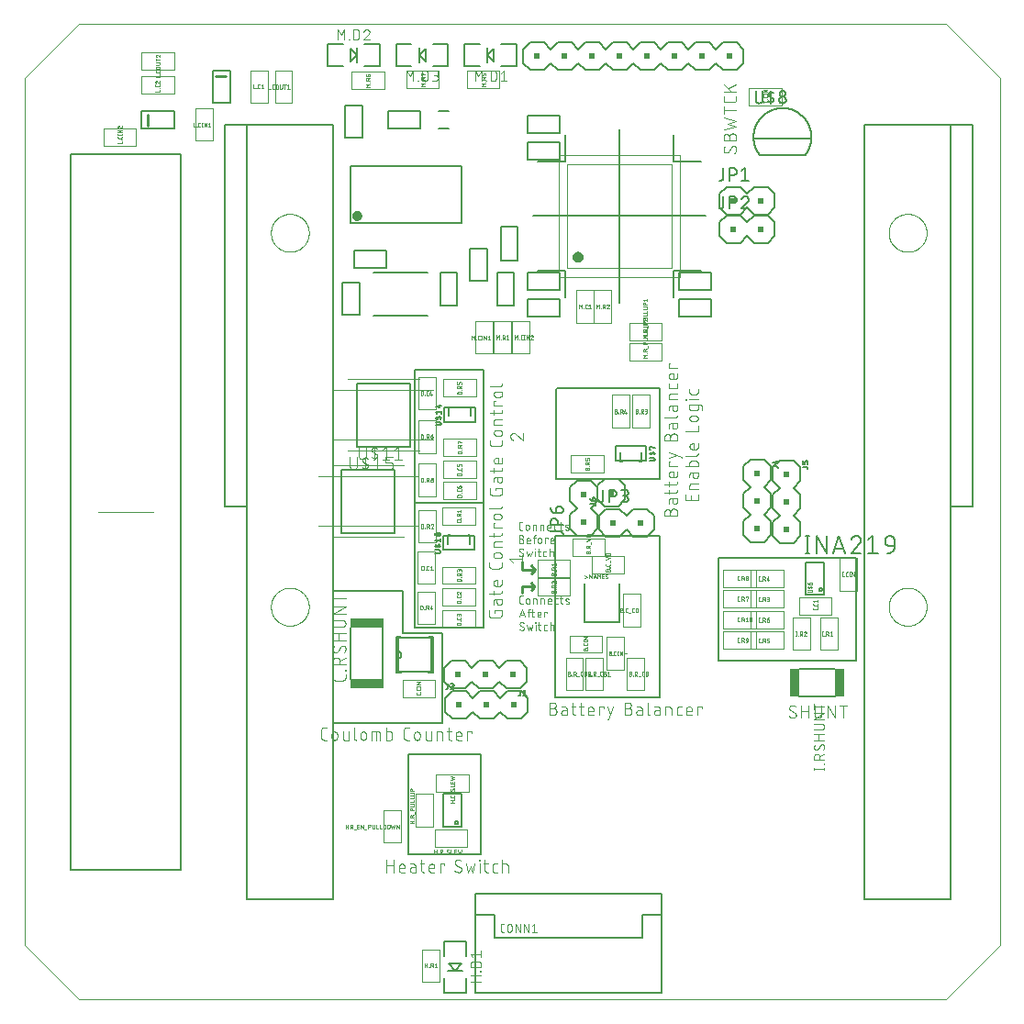
<source format=gto>
G75*
%MOIN*%
%OFA0B0*%
%FSLAX25Y25*%
%IPPOS*%
%LPD*%
%AMOC8*
5,1,8,0,0,1.08239X$1,22.5*
%
%ADD10C,0.00600*%
%ADD11C,0.00800*%
%ADD12C,0.00400*%
%ADD13C,0.00300*%
%ADD14C,0.01000*%
%ADD15C,0.00100*%
%ADD16C,0.00200*%
%ADD17C,0.00000*%
%ADD18C,0.00500*%
%ADD19C,0.00900*%
%ADD20R,0.12205X0.03346*%
%ADD21R,0.02000X0.02000*%
%ADD22R,0.02300X0.02300*%
%ADD23R,0.03346X0.10433*%
%ADD24C,0.02000*%
%ADD25C,0.00787*%
%ADD26C,0.01969*%
D10*
X0121743Y0117652D02*
X0121743Y0136349D01*
X0133341Y0136349D02*
X0133341Y0117652D01*
X0138422Y0119918D02*
X0140122Y0119918D01*
X0138922Y0120418D02*
X0138922Y0125318D01*
X0138922Y0127718D01*
X0138922Y0132618D01*
X0151122Y0132618D01*
X0151122Y0120418D01*
X0138922Y0120418D01*
X0138422Y0119918D02*
X0138422Y0133118D01*
X0140122Y0133118D01*
X0138922Y0127718D02*
X0138991Y0127716D01*
X0139059Y0127710D01*
X0139127Y0127700D01*
X0139194Y0127687D01*
X0139260Y0127669D01*
X0139325Y0127648D01*
X0139389Y0127623D01*
X0139451Y0127595D01*
X0139512Y0127563D01*
X0139571Y0127528D01*
X0139627Y0127489D01*
X0139682Y0127447D01*
X0139733Y0127402D01*
X0139783Y0127354D01*
X0139829Y0127304D01*
X0139872Y0127251D01*
X0139913Y0127195D01*
X0139950Y0127138D01*
X0139983Y0127078D01*
X0140014Y0127016D01*
X0140040Y0126953D01*
X0140063Y0126889D01*
X0140083Y0126823D01*
X0140098Y0126756D01*
X0140110Y0126689D01*
X0140118Y0126621D01*
X0140122Y0126552D01*
X0140122Y0126484D01*
X0140118Y0126415D01*
X0140110Y0126347D01*
X0140098Y0126280D01*
X0140083Y0126213D01*
X0140063Y0126147D01*
X0140040Y0126083D01*
X0140014Y0126020D01*
X0139983Y0125958D01*
X0139950Y0125898D01*
X0139913Y0125841D01*
X0139872Y0125785D01*
X0139829Y0125732D01*
X0139783Y0125682D01*
X0139733Y0125634D01*
X0139682Y0125589D01*
X0139627Y0125547D01*
X0139571Y0125508D01*
X0139512Y0125473D01*
X0139451Y0125441D01*
X0139389Y0125413D01*
X0139325Y0125388D01*
X0139260Y0125367D01*
X0139194Y0125349D01*
X0139127Y0125336D01*
X0139059Y0125326D01*
X0138991Y0125320D01*
X0138922Y0125318D01*
X0149922Y0119918D02*
X0151622Y0119918D01*
X0151622Y0133118D01*
X0149922Y0133118D01*
X0155446Y0164548D02*
X0155446Y0169748D01*
X0166646Y0169748D01*
X0166646Y0164548D01*
X0155446Y0164548D01*
X0155643Y0211005D02*
X0155643Y0216205D01*
X0166843Y0216205D01*
X0166843Y0211005D01*
X0155643Y0211005D01*
X0217926Y0202189D02*
X0217926Y0196989D01*
X0229126Y0196989D01*
X0229126Y0202189D01*
X0217926Y0202189D01*
X0255455Y0161695D02*
X0305455Y0161695D01*
X0305455Y0124195D01*
X0255455Y0124195D01*
X0255455Y0161695D01*
X0286936Y0163314D02*
X0288358Y0163314D01*
X0287647Y0163314D02*
X0287647Y0169714D01*
X0286936Y0169714D02*
X0288358Y0169714D01*
X0290998Y0169714D02*
X0290998Y0163314D01*
X0294553Y0163314D02*
X0290998Y0169714D01*
X0294553Y0169714D02*
X0294553Y0163314D01*
X0297002Y0163314D02*
X0299135Y0169714D01*
X0301268Y0163314D01*
X0300735Y0164914D02*
X0297535Y0164914D01*
X0293802Y0160101D02*
X0287109Y0160101D01*
X0287109Y0148290D01*
X0293802Y0148290D01*
X0293802Y0160101D01*
X0303511Y0163314D02*
X0307067Y0163314D01*
X0309665Y0163314D02*
X0313221Y0163314D01*
X0311443Y0163314D02*
X0311443Y0169714D01*
X0309665Y0168292D01*
X0306533Y0166870D02*
X0303511Y0163314D01*
X0303511Y0168292D02*
X0303540Y0168377D01*
X0303573Y0168460D01*
X0303610Y0168541D01*
X0303650Y0168621D01*
X0303693Y0168698D01*
X0303740Y0168774D01*
X0303790Y0168848D01*
X0303843Y0168920D01*
X0303899Y0168989D01*
X0303958Y0169056D01*
X0304020Y0169120D01*
X0304085Y0169181D01*
X0304152Y0169240D01*
X0304222Y0169295D01*
X0304294Y0169348D01*
X0304368Y0169397D01*
X0304445Y0169443D01*
X0304523Y0169485D01*
X0304603Y0169525D01*
X0304685Y0169560D01*
X0304768Y0169593D01*
X0304852Y0169621D01*
X0304938Y0169646D01*
X0305025Y0169667D01*
X0305112Y0169684D01*
X0305200Y0169698D01*
X0305289Y0169707D01*
X0305378Y0169713D01*
X0305467Y0169715D01*
X0305467Y0169714D02*
X0305546Y0169712D01*
X0305624Y0169706D01*
X0305702Y0169697D01*
X0305779Y0169683D01*
X0305856Y0169666D01*
X0305931Y0169645D01*
X0306006Y0169620D01*
X0306079Y0169592D01*
X0306151Y0169560D01*
X0306221Y0169525D01*
X0306290Y0169486D01*
X0306356Y0169444D01*
X0306420Y0169399D01*
X0306482Y0169351D01*
X0306541Y0169300D01*
X0306598Y0169245D01*
X0306653Y0169188D01*
X0306704Y0169129D01*
X0306752Y0169067D01*
X0306797Y0169003D01*
X0306839Y0168937D01*
X0306878Y0168868D01*
X0306913Y0168798D01*
X0306945Y0168726D01*
X0306973Y0168653D01*
X0306998Y0168578D01*
X0307019Y0168503D01*
X0307036Y0168426D01*
X0307050Y0168349D01*
X0307059Y0168271D01*
X0307065Y0168193D01*
X0307067Y0168114D01*
X0307065Y0168032D01*
X0307059Y0167950D01*
X0307049Y0167869D01*
X0307036Y0167788D01*
X0307018Y0167708D01*
X0306997Y0167629D01*
X0306972Y0167551D01*
X0306944Y0167475D01*
X0306911Y0167399D01*
X0306876Y0167326D01*
X0306836Y0167254D01*
X0306794Y0167184D01*
X0306748Y0167116D01*
X0306699Y0167051D01*
X0306647Y0166988D01*
X0306591Y0166927D01*
X0306534Y0166869D01*
X0315819Y0167581D02*
X0315819Y0167936D01*
X0315819Y0167581D02*
X0315821Y0167507D01*
X0315827Y0167432D01*
X0315837Y0167359D01*
X0315850Y0167285D01*
X0315867Y0167213D01*
X0315889Y0167142D01*
X0315913Y0167071D01*
X0315942Y0167003D01*
X0315974Y0166935D01*
X0316010Y0166870D01*
X0316048Y0166807D01*
X0316091Y0166745D01*
X0316136Y0166686D01*
X0316184Y0166629D01*
X0316235Y0166575D01*
X0316289Y0166524D01*
X0316346Y0166476D01*
X0316405Y0166431D01*
X0316467Y0166388D01*
X0316530Y0166350D01*
X0316595Y0166314D01*
X0316663Y0166282D01*
X0316731Y0166253D01*
X0316802Y0166229D01*
X0316873Y0166207D01*
X0316945Y0166190D01*
X0317019Y0166177D01*
X0317092Y0166167D01*
X0317167Y0166161D01*
X0317241Y0166159D01*
X0319375Y0166159D01*
X0319375Y0167936D01*
X0319373Y0168019D01*
X0319367Y0168102D01*
X0319357Y0168185D01*
X0319344Y0168268D01*
X0319326Y0168349D01*
X0319305Y0168430D01*
X0319280Y0168509D01*
X0319251Y0168587D01*
X0319219Y0168664D01*
X0319183Y0168739D01*
X0319144Y0168813D01*
X0319101Y0168884D01*
X0319055Y0168954D01*
X0319005Y0169021D01*
X0318953Y0169086D01*
X0318898Y0169148D01*
X0318839Y0169208D01*
X0318778Y0169265D01*
X0318715Y0169319D01*
X0318649Y0169370D01*
X0318580Y0169417D01*
X0318510Y0169462D01*
X0318437Y0169503D01*
X0318363Y0169540D01*
X0318287Y0169575D01*
X0318209Y0169605D01*
X0318131Y0169632D01*
X0318050Y0169655D01*
X0317969Y0169675D01*
X0317887Y0169690D01*
X0317805Y0169702D01*
X0317722Y0169710D01*
X0317639Y0169714D01*
X0317555Y0169714D01*
X0317472Y0169710D01*
X0317389Y0169702D01*
X0317307Y0169690D01*
X0317225Y0169675D01*
X0317144Y0169655D01*
X0317063Y0169632D01*
X0316985Y0169605D01*
X0316907Y0169575D01*
X0316831Y0169540D01*
X0316757Y0169503D01*
X0316684Y0169462D01*
X0316614Y0169417D01*
X0316545Y0169370D01*
X0316479Y0169319D01*
X0316416Y0169265D01*
X0316355Y0169208D01*
X0316296Y0169148D01*
X0316241Y0169086D01*
X0316189Y0169021D01*
X0316139Y0168954D01*
X0316093Y0168884D01*
X0316050Y0168813D01*
X0316011Y0168739D01*
X0315975Y0168664D01*
X0315943Y0168587D01*
X0315914Y0168509D01*
X0315889Y0168430D01*
X0315868Y0168349D01*
X0315850Y0168268D01*
X0315837Y0168185D01*
X0315827Y0168102D01*
X0315821Y0168019D01*
X0315819Y0167936D01*
X0319374Y0166159D02*
X0319372Y0166055D01*
X0319366Y0165951D01*
X0319357Y0165848D01*
X0319344Y0165745D01*
X0319327Y0165642D01*
X0319306Y0165541D01*
X0319282Y0165440D01*
X0319253Y0165340D01*
X0319222Y0165241D01*
X0319186Y0165143D01*
X0319147Y0165047D01*
X0319105Y0164952D01*
X0319059Y0164859D01*
X0319010Y0164767D01*
X0318958Y0164677D01*
X0318902Y0164590D01*
X0318843Y0164504D01*
X0318781Y0164421D01*
X0318716Y0164340D01*
X0318648Y0164261D01*
X0318577Y0164185D01*
X0318504Y0164112D01*
X0318428Y0164041D01*
X0318349Y0163973D01*
X0318268Y0163908D01*
X0318185Y0163846D01*
X0318099Y0163787D01*
X0318012Y0163731D01*
X0317922Y0163679D01*
X0317830Y0163630D01*
X0317737Y0163584D01*
X0317642Y0163542D01*
X0317546Y0163503D01*
X0317448Y0163467D01*
X0317349Y0163436D01*
X0317249Y0163407D01*
X0317148Y0163383D01*
X0317047Y0163362D01*
X0316944Y0163345D01*
X0316841Y0163332D01*
X0316738Y0163323D01*
X0316634Y0163317D01*
X0316530Y0163315D01*
X0297609Y0121262D02*
X0284522Y0121262D01*
X0287164Y0121262D02*
X0295109Y0121262D01*
X0295207Y0111459D02*
X0287120Y0111459D01*
X0284620Y0111459D02*
X0297707Y0111459D01*
X0286813Y0308089D02*
X0270317Y0308089D01*
X0268077Y0314089D02*
X0273038Y0314089D01*
X0274093Y0314089D01*
X0283038Y0314089D01*
X0284093Y0314089D01*
X0289054Y0314089D01*
X0288111Y0310211D02*
X0288004Y0309986D01*
X0287892Y0309763D01*
X0287775Y0309543D01*
X0287653Y0309326D01*
X0287525Y0309111D01*
X0287392Y0308900D01*
X0287255Y0308692D01*
X0287112Y0308488D01*
X0286965Y0308286D01*
X0286813Y0308089D01*
X0268077Y0314089D02*
X0268068Y0314345D01*
X0268065Y0314601D01*
X0268068Y0314857D01*
X0268078Y0315113D01*
X0268094Y0315368D01*
X0268116Y0315623D01*
X0268144Y0315878D01*
X0268179Y0316131D01*
X0268220Y0316384D01*
X0268266Y0316636D01*
X0268319Y0316886D01*
X0268378Y0317135D01*
X0268444Y0317383D01*
X0268515Y0317629D01*
X0268592Y0317873D01*
X0268675Y0318115D01*
X0268764Y0318355D01*
X0268858Y0318593D01*
X0268959Y0318828D01*
X0269065Y0319061D01*
X0269063Y0310117D02*
X0269167Y0309902D01*
X0269276Y0309689D01*
X0269390Y0309479D01*
X0269509Y0309272D01*
X0269632Y0309067D01*
X0269760Y0308865D01*
X0269893Y0308666D01*
X0270030Y0308471D01*
X0270171Y0308278D01*
X0270317Y0308089D01*
X0289053Y0314089D02*
X0289062Y0314345D01*
X0289065Y0314601D01*
X0289062Y0314857D01*
X0289052Y0315113D01*
X0289036Y0315368D01*
X0289014Y0315623D01*
X0288986Y0315878D01*
X0288951Y0316131D01*
X0288910Y0316384D01*
X0288864Y0316636D01*
X0288811Y0316886D01*
X0288752Y0317135D01*
X0288686Y0317383D01*
X0288615Y0317629D01*
X0288538Y0317873D01*
X0288455Y0318115D01*
X0288366Y0318355D01*
X0288272Y0318593D01*
X0288171Y0318828D01*
X0288065Y0319061D01*
X0268077Y0314089D02*
X0268092Y0313832D01*
X0268114Y0313575D01*
X0268142Y0313319D01*
X0268176Y0313064D01*
X0268217Y0312810D01*
X0268264Y0312557D01*
X0268317Y0312305D01*
X0268376Y0312054D01*
X0268441Y0311805D01*
X0268512Y0311558D01*
X0268589Y0311312D01*
X0268673Y0311068D01*
X0268762Y0310827D01*
X0268857Y0310588D01*
X0268958Y0310351D01*
X0269065Y0310117D01*
X0269065Y0319061D02*
X0269177Y0319291D01*
X0269294Y0319518D01*
X0269416Y0319742D01*
X0269544Y0319963D01*
X0269678Y0320180D01*
X0269816Y0320395D01*
X0269960Y0320606D01*
X0270109Y0320813D01*
X0270263Y0321017D01*
X0270421Y0321217D01*
X0270585Y0321413D01*
X0270753Y0321605D01*
X0270926Y0321793D01*
X0271104Y0321977D01*
X0271285Y0322156D01*
X0271472Y0322331D01*
X0271662Y0322501D01*
X0271856Y0322666D01*
X0272055Y0322827D01*
X0272257Y0322983D01*
X0272463Y0323134D01*
X0272673Y0323280D01*
X0272886Y0323420D01*
X0273102Y0323556D01*
X0273322Y0323686D01*
X0273545Y0323811D01*
X0273770Y0323930D01*
X0273999Y0324044D01*
X0274230Y0324152D01*
X0274464Y0324255D01*
X0274700Y0324352D01*
X0274939Y0324443D01*
X0275179Y0324528D01*
X0275422Y0324608D01*
X0275667Y0324681D01*
X0275913Y0324749D01*
X0276161Y0324810D01*
X0276410Y0324865D01*
X0276660Y0324915D01*
X0276912Y0324958D01*
X0277165Y0324995D01*
X0277418Y0325026D01*
X0277672Y0325051D01*
X0277927Y0325070D01*
X0278182Y0325082D01*
X0278437Y0325088D01*
X0278693Y0325088D01*
X0278948Y0325082D01*
X0279203Y0325070D01*
X0279458Y0325051D01*
X0279712Y0325026D01*
X0279965Y0324995D01*
X0280218Y0324958D01*
X0280470Y0324915D01*
X0280720Y0324865D01*
X0280969Y0324810D01*
X0281217Y0324749D01*
X0281463Y0324681D01*
X0281708Y0324608D01*
X0281951Y0324528D01*
X0282191Y0324443D01*
X0282430Y0324352D01*
X0282666Y0324255D01*
X0282900Y0324152D01*
X0283131Y0324044D01*
X0283360Y0323930D01*
X0283585Y0323811D01*
X0283808Y0323686D01*
X0284028Y0323556D01*
X0284244Y0323420D01*
X0284457Y0323280D01*
X0284667Y0323134D01*
X0284873Y0322983D01*
X0285075Y0322827D01*
X0285274Y0322666D01*
X0285468Y0322501D01*
X0285658Y0322331D01*
X0285845Y0322156D01*
X0286026Y0321977D01*
X0286204Y0321793D01*
X0286377Y0321605D01*
X0286545Y0321413D01*
X0286709Y0321217D01*
X0286867Y0321017D01*
X0287021Y0320813D01*
X0287170Y0320606D01*
X0287314Y0320395D01*
X0287452Y0320180D01*
X0287586Y0319963D01*
X0287714Y0319742D01*
X0287836Y0319518D01*
X0287953Y0319291D01*
X0288065Y0319061D01*
X0289053Y0314089D02*
X0289038Y0313832D01*
X0289016Y0313575D01*
X0288988Y0313319D01*
X0288954Y0313064D01*
X0288913Y0312810D01*
X0288866Y0312557D01*
X0288813Y0312305D01*
X0288754Y0312054D01*
X0288689Y0311805D01*
X0288618Y0311558D01*
X0288541Y0311312D01*
X0288457Y0311068D01*
X0288368Y0310827D01*
X0288273Y0310588D01*
X0288172Y0310351D01*
X0288065Y0310117D01*
D11*
X0273152Y0296361D02*
X0275652Y0293861D01*
X0275652Y0288861D01*
X0273152Y0286361D01*
X0268152Y0286361D01*
X0265652Y0288861D01*
X0263152Y0286361D01*
X0258152Y0286361D01*
X0255652Y0288861D01*
X0255652Y0293861D01*
X0258152Y0296361D01*
X0263152Y0296361D01*
X0265652Y0293861D01*
X0268152Y0296361D01*
X0273152Y0296361D01*
X0273152Y0286124D02*
X0268152Y0286124D01*
X0265652Y0283624D01*
X0263152Y0286124D01*
X0258152Y0286124D01*
X0255652Y0283624D01*
X0255652Y0278624D01*
X0258152Y0276124D01*
X0263152Y0276124D01*
X0265652Y0278624D01*
X0268152Y0276124D01*
X0273152Y0276124D01*
X0275652Y0278624D01*
X0275652Y0283624D01*
X0273152Y0286124D01*
X0261971Y0338920D02*
X0256971Y0338920D01*
X0254471Y0341420D01*
X0251971Y0338920D01*
X0246971Y0338920D01*
X0244471Y0341420D01*
X0241971Y0338920D01*
X0236971Y0338920D01*
X0234471Y0341420D01*
X0231971Y0338920D01*
X0226971Y0338920D01*
X0224471Y0341420D01*
X0221971Y0338920D01*
X0216971Y0338920D01*
X0214471Y0341420D01*
X0211971Y0338920D01*
X0206971Y0338920D01*
X0204471Y0341420D01*
X0201971Y0338920D01*
X0196971Y0338920D01*
X0194471Y0341420D01*
X0191971Y0338920D01*
X0186971Y0338920D01*
X0184471Y0341420D01*
X0184471Y0346420D01*
X0186971Y0348920D01*
X0191971Y0348920D01*
X0194471Y0346420D01*
X0196971Y0348920D01*
X0201971Y0348920D01*
X0204471Y0346420D01*
X0206971Y0348920D01*
X0211971Y0348920D01*
X0214471Y0346420D01*
X0216971Y0348920D01*
X0221971Y0348920D01*
X0224471Y0346420D01*
X0226971Y0348920D01*
X0231971Y0348920D01*
X0234471Y0346420D01*
X0236971Y0348920D01*
X0241971Y0348920D01*
X0244471Y0346420D01*
X0246971Y0348920D01*
X0251971Y0348920D01*
X0254471Y0346420D01*
X0256971Y0348920D01*
X0261971Y0348920D01*
X0264471Y0346420D01*
X0264471Y0341420D01*
X0261971Y0338920D01*
X0181912Y0340376D02*
X0181912Y0348250D01*
X0176400Y0348250D01*
X0173644Y0346676D02*
X0171282Y0344313D01*
X0173644Y0341951D01*
X0173644Y0346676D01*
X0171282Y0347069D02*
X0171282Y0344313D01*
X0171282Y0341557D01*
X0168526Y0340376D02*
X0163014Y0340376D01*
X0163014Y0348250D01*
X0168526Y0348250D01*
X0176400Y0340376D02*
X0181912Y0340376D01*
X0157109Y0340376D02*
X0157109Y0348250D01*
X0151597Y0348250D01*
X0148841Y0346676D02*
X0146479Y0344313D01*
X0148841Y0341951D01*
X0148841Y0346676D01*
X0146479Y0347069D02*
X0146479Y0344313D01*
X0146479Y0341557D01*
X0143723Y0340376D02*
X0138211Y0340376D01*
X0138211Y0348250D01*
X0143723Y0348250D01*
X0151597Y0340376D02*
X0157109Y0340376D01*
X0132306Y0340376D02*
X0126794Y0340376D01*
X0124038Y0341557D02*
X0124038Y0344313D01*
X0121676Y0341951D01*
X0121676Y0346676D01*
X0124038Y0344313D01*
X0124038Y0347069D01*
X0126794Y0348250D02*
X0132306Y0348250D01*
X0132306Y0340376D01*
X0118920Y0340376D02*
X0113408Y0340376D01*
X0113408Y0348250D01*
X0118920Y0348250D01*
X0059825Y0308369D02*
X0059825Y0048369D01*
X0019825Y0048369D01*
X0019825Y0308369D01*
X0059825Y0308369D01*
X0145101Y0229943D02*
X0170101Y0229943D01*
X0170101Y0181715D01*
X0170101Y0136439D01*
X0145101Y0136439D01*
X0145101Y0181715D01*
X0170101Y0181715D01*
X0164983Y0169904D02*
X0164983Y0166754D01*
X0164983Y0169904D02*
X0164195Y0169904D01*
X0157896Y0169904D02*
X0157109Y0169904D01*
X0157109Y0166754D01*
X0145101Y0181715D02*
X0145101Y0229746D01*
X0157306Y0216361D02*
X0157306Y0213211D01*
X0157306Y0216361D02*
X0158093Y0216361D01*
X0164392Y0216361D02*
X0165180Y0216361D01*
X0165180Y0213211D01*
X0196282Y0223054D02*
X0196282Y0190376D01*
X0234077Y0190376D01*
X0234077Y0223250D01*
X0196479Y0223250D01*
X0219589Y0199983D02*
X0219589Y0196833D01*
X0220376Y0196833D01*
X0226676Y0196833D02*
X0227463Y0196833D01*
X0227463Y0199983D01*
X0218861Y0190455D02*
X0213861Y0190455D01*
X0211361Y0187955D01*
X0211361Y0182955D01*
X0213861Y0180455D01*
X0218861Y0180455D01*
X0221361Y0182955D01*
X0221361Y0187955D01*
X0218861Y0190455D01*
X0211321Y0187325D02*
X0211321Y0182325D01*
X0208821Y0179825D01*
X0211321Y0177325D01*
X0211321Y0172325D01*
X0208821Y0169825D01*
X0203821Y0169825D01*
X0201321Y0172325D01*
X0201321Y0177325D01*
X0203821Y0179825D01*
X0201321Y0182325D01*
X0201321Y0187325D01*
X0203821Y0189825D01*
X0208821Y0189825D01*
X0211321Y0187325D01*
X0214451Y0179431D02*
X0211951Y0176931D01*
X0211951Y0171931D01*
X0214451Y0169431D01*
X0219451Y0169431D01*
X0221951Y0171931D01*
X0224451Y0169431D01*
X0229451Y0169431D01*
X0231951Y0171931D01*
X0231951Y0176931D01*
X0229451Y0179431D01*
X0224451Y0179431D01*
X0221951Y0176931D01*
X0219451Y0179431D01*
X0214451Y0179431D01*
X0195888Y0169510D02*
X0234077Y0169510D01*
X0234077Y0111046D01*
X0195888Y0111046D01*
X0195888Y0169510D01*
X0154943Y0134471D02*
X0140573Y0134471D01*
X0140573Y0149825D01*
X0115376Y0149825D01*
X0115376Y0101597D01*
X0154943Y0101597D01*
X0154943Y0134471D01*
X0158231Y0124313D02*
X0163231Y0124313D01*
X0165731Y0121813D01*
X0168231Y0124313D01*
X0173231Y0124313D01*
X0175731Y0121813D01*
X0178231Y0124313D01*
X0183231Y0124313D01*
X0185731Y0121813D01*
X0185731Y0116813D01*
X0183231Y0114313D01*
X0178231Y0114313D01*
X0175731Y0116813D01*
X0173231Y0114313D01*
X0168231Y0114313D01*
X0165731Y0116813D01*
X0163231Y0114313D01*
X0158231Y0114313D01*
X0155731Y0116813D01*
X0155731Y0121813D01*
X0158231Y0124313D01*
X0158546Y0113290D02*
X0156046Y0110790D01*
X0156046Y0105790D01*
X0158546Y0103290D01*
X0163546Y0103290D01*
X0166046Y0105790D01*
X0168546Y0103290D01*
X0173546Y0103290D01*
X0176046Y0105790D01*
X0178546Y0103290D01*
X0183546Y0103290D01*
X0186046Y0105790D01*
X0186046Y0110790D01*
X0183546Y0113290D01*
X0178546Y0113290D01*
X0176046Y0110790D01*
X0173546Y0113290D01*
X0168546Y0113290D01*
X0166046Y0110790D01*
X0163546Y0113290D01*
X0158546Y0113290D01*
X0168920Y0090376D02*
X0142542Y0090376D01*
X0142542Y0053959D01*
X0168920Y0053959D01*
X0168920Y0090376D01*
X0115376Y0149825D02*
X0115376Y0150022D01*
X0155691Y0022463D02*
X0155691Y0016951D01*
X0157266Y0014195D02*
X0159628Y0011833D01*
X0161991Y0014195D01*
X0157266Y0014195D01*
X0156872Y0011833D02*
X0159628Y0011833D01*
X0162384Y0011833D01*
X0163565Y0009077D02*
X0163565Y0003565D01*
X0155691Y0003565D01*
X0155691Y0009077D01*
X0163565Y0016951D02*
X0163565Y0022463D01*
X0155691Y0022463D01*
X0266813Y0167345D02*
X0264313Y0169845D01*
X0264313Y0174845D01*
X0266813Y0177345D01*
X0264313Y0179845D01*
X0264313Y0184845D01*
X0266813Y0187345D01*
X0264313Y0189845D01*
X0264313Y0194845D01*
X0266813Y0197345D01*
X0271813Y0197345D01*
X0274313Y0194845D01*
X0274313Y0189845D01*
X0271813Y0187345D01*
X0274313Y0184845D01*
X0274313Y0179845D01*
X0271813Y0177345D01*
X0274313Y0174845D01*
X0274313Y0169845D01*
X0271813Y0167345D01*
X0266813Y0167345D01*
X0275140Y0169648D02*
X0275140Y0174648D01*
X0277640Y0177148D01*
X0275140Y0179648D01*
X0275140Y0184648D01*
X0277640Y0187148D01*
X0275140Y0189648D01*
X0275140Y0194648D01*
X0277640Y0197148D01*
X0282640Y0197148D01*
X0285140Y0194648D01*
X0285140Y0189648D01*
X0282640Y0187148D01*
X0285140Y0184648D01*
X0285140Y0179648D01*
X0282640Y0177148D01*
X0285140Y0174648D01*
X0285140Y0169648D01*
X0282640Y0167148D01*
X0277640Y0167148D01*
X0275140Y0169648D01*
D12*
X0247854Y0182747D02*
X0243254Y0182747D01*
X0243254Y0184791D01*
X0245298Y0184280D02*
X0245298Y0182747D01*
X0247854Y0182747D02*
X0247854Y0184791D01*
X0247854Y0186594D02*
X0244787Y0186594D01*
X0244787Y0187871D01*
X0244789Y0187926D01*
X0244795Y0187980D01*
X0244805Y0188034D01*
X0244818Y0188087D01*
X0244835Y0188139D01*
X0244856Y0188190D01*
X0244881Y0188239D01*
X0244909Y0188286D01*
X0244940Y0188331D01*
X0244974Y0188373D01*
X0245012Y0188413D01*
X0245052Y0188451D01*
X0245094Y0188485D01*
X0245139Y0188516D01*
X0245186Y0188544D01*
X0245235Y0188569D01*
X0245286Y0188590D01*
X0245338Y0188607D01*
X0245391Y0188620D01*
X0245445Y0188630D01*
X0245499Y0188636D01*
X0245554Y0188638D01*
X0247854Y0188638D01*
X0247854Y0191515D02*
X0247854Y0192665D01*
X0245554Y0192665D01*
X0246065Y0192665D02*
X0246065Y0191515D01*
X0245554Y0192665D02*
X0245499Y0192663D01*
X0245445Y0192657D01*
X0245391Y0192647D01*
X0245338Y0192634D01*
X0245286Y0192617D01*
X0245235Y0192596D01*
X0245186Y0192571D01*
X0245139Y0192543D01*
X0245094Y0192512D01*
X0245052Y0192478D01*
X0245012Y0192440D01*
X0244974Y0192400D01*
X0244940Y0192358D01*
X0244909Y0192313D01*
X0244881Y0192266D01*
X0244856Y0192217D01*
X0244835Y0192166D01*
X0244818Y0192114D01*
X0244805Y0192061D01*
X0244795Y0192007D01*
X0244789Y0191953D01*
X0244787Y0191898D01*
X0244787Y0190876D01*
X0246065Y0191515D02*
X0246067Y0191457D01*
X0246073Y0191398D01*
X0246082Y0191341D01*
X0246095Y0191284D01*
X0246112Y0191228D01*
X0246133Y0191173D01*
X0246157Y0191120D01*
X0246185Y0191068D01*
X0246216Y0191018D01*
X0246250Y0190971D01*
X0246287Y0190926D01*
X0246327Y0190883D01*
X0246370Y0190843D01*
X0246415Y0190806D01*
X0246462Y0190772D01*
X0246512Y0190741D01*
X0246564Y0190713D01*
X0246617Y0190689D01*
X0246672Y0190668D01*
X0246728Y0190651D01*
X0246785Y0190638D01*
X0246842Y0190629D01*
X0246901Y0190623D01*
X0246959Y0190621D01*
X0247017Y0190623D01*
X0247076Y0190629D01*
X0247133Y0190638D01*
X0247190Y0190651D01*
X0247246Y0190668D01*
X0247301Y0190689D01*
X0247354Y0190713D01*
X0247406Y0190741D01*
X0247456Y0190772D01*
X0247503Y0190806D01*
X0247548Y0190843D01*
X0247591Y0190883D01*
X0247631Y0190926D01*
X0247668Y0190971D01*
X0247702Y0191018D01*
X0247733Y0191068D01*
X0247761Y0191120D01*
X0247785Y0191173D01*
X0247806Y0191228D01*
X0247823Y0191284D01*
X0247836Y0191341D01*
X0247845Y0191398D01*
X0247851Y0191457D01*
X0247853Y0191515D01*
X0247854Y0194867D02*
X0247854Y0196145D01*
X0247852Y0196200D01*
X0247846Y0196254D01*
X0247836Y0196308D01*
X0247823Y0196361D01*
X0247806Y0196413D01*
X0247785Y0196464D01*
X0247760Y0196513D01*
X0247732Y0196560D01*
X0247701Y0196605D01*
X0247667Y0196647D01*
X0247629Y0196687D01*
X0247589Y0196725D01*
X0247547Y0196759D01*
X0247502Y0196790D01*
X0247455Y0196818D01*
X0247406Y0196843D01*
X0247355Y0196864D01*
X0247303Y0196881D01*
X0247250Y0196894D01*
X0247196Y0196904D01*
X0247142Y0196910D01*
X0247087Y0196912D01*
X0247087Y0196911D02*
X0245554Y0196911D01*
X0245554Y0196912D02*
X0245499Y0196910D01*
X0245445Y0196904D01*
X0245391Y0196894D01*
X0245338Y0196881D01*
X0245286Y0196864D01*
X0245235Y0196843D01*
X0245186Y0196818D01*
X0245139Y0196790D01*
X0245094Y0196759D01*
X0245052Y0196725D01*
X0245012Y0196687D01*
X0244974Y0196647D01*
X0244940Y0196605D01*
X0244909Y0196560D01*
X0244881Y0196513D01*
X0244856Y0196464D01*
X0244835Y0196413D01*
X0244818Y0196361D01*
X0244805Y0196308D01*
X0244795Y0196254D01*
X0244789Y0196200D01*
X0244787Y0196145D01*
X0244787Y0194867D01*
X0243254Y0194867D02*
X0247854Y0194867D01*
X0247087Y0198803D02*
X0243254Y0198803D01*
X0241887Y0198394D02*
X0237287Y0199927D01*
X0237287Y0197883D02*
X0240354Y0198905D01*
X0241887Y0198394D02*
X0241887Y0197883D01*
X0240354Y0195059D02*
X0237287Y0195059D01*
X0237287Y0196592D01*
X0237798Y0196592D01*
X0238309Y0193027D02*
X0238820Y0193027D01*
X0238820Y0190983D01*
X0238309Y0190983D02*
X0239587Y0190983D01*
X0239587Y0190982D02*
X0239642Y0190984D01*
X0239696Y0190990D01*
X0239750Y0191000D01*
X0239803Y0191013D01*
X0239855Y0191030D01*
X0239906Y0191051D01*
X0239955Y0191076D01*
X0240002Y0191104D01*
X0240047Y0191135D01*
X0240089Y0191169D01*
X0240129Y0191207D01*
X0240167Y0191247D01*
X0240201Y0191289D01*
X0240232Y0191334D01*
X0240260Y0191381D01*
X0240285Y0191430D01*
X0240306Y0191481D01*
X0240323Y0191533D01*
X0240336Y0191586D01*
X0240346Y0191640D01*
X0240352Y0191694D01*
X0240354Y0191749D01*
X0240354Y0193027D01*
X0238309Y0193027D02*
X0238246Y0193025D01*
X0238183Y0193019D01*
X0238121Y0193010D01*
X0238060Y0192996D01*
X0237999Y0192979D01*
X0237940Y0192958D01*
X0237882Y0192933D01*
X0237825Y0192905D01*
X0237771Y0192874D01*
X0237719Y0192839D01*
X0237668Y0192801D01*
X0237620Y0192760D01*
X0237575Y0192716D01*
X0237533Y0192670D01*
X0237493Y0192621D01*
X0237457Y0192570D01*
X0237424Y0192516D01*
X0237394Y0192461D01*
X0237368Y0192403D01*
X0237345Y0192345D01*
X0237326Y0192285D01*
X0237311Y0192224D01*
X0237299Y0192162D01*
X0237291Y0192099D01*
X0237287Y0192036D01*
X0237287Y0191974D01*
X0237291Y0191911D01*
X0237299Y0191848D01*
X0237311Y0191786D01*
X0237326Y0191725D01*
X0237345Y0191665D01*
X0237368Y0191607D01*
X0237394Y0191549D01*
X0237424Y0191494D01*
X0237457Y0191440D01*
X0237493Y0191389D01*
X0237533Y0191340D01*
X0237575Y0191294D01*
X0237620Y0191250D01*
X0237668Y0191209D01*
X0237719Y0191171D01*
X0237771Y0191136D01*
X0237825Y0191105D01*
X0237882Y0191077D01*
X0237940Y0191052D01*
X0237999Y0191031D01*
X0238060Y0191014D01*
X0238121Y0191000D01*
X0238183Y0190991D01*
X0238246Y0190985D01*
X0238309Y0190983D01*
X0237287Y0189285D02*
X0237287Y0187752D01*
X0237287Y0186435D02*
X0237287Y0184902D01*
X0235754Y0185413D02*
X0239587Y0185413D01*
X0239642Y0185415D01*
X0239696Y0185421D01*
X0239750Y0185431D01*
X0239803Y0185444D01*
X0239855Y0185461D01*
X0239906Y0185482D01*
X0239955Y0185507D01*
X0240002Y0185535D01*
X0240047Y0185566D01*
X0240089Y0185600D01*
X0240129Y0185638D01*
X0240167Y0185678D01*
X0240201Y0185720D01*
X0240232Y0185765D01*
X0240260Y0185812D01*
X0240285Y0185861D01*
X0240306Y0185912D01*
X0240323Y0185964D01*
X0240336Y0186017D01*
X0240346Y0186071D01*
X0240352Y0186125D01*
X0240354Y0186180D01*
X0240354Y0186435D01*
X0239587Y0188263D02*
X0235754Y0188263D01*
X0239587Y0188263D02*
X0239642Y0188265D01*
X0239696Y0188271D01*
X0239750Y0188281D01*
X0239803Y0188294D01*
X0239855Y0188311D01*
X0239906Y0188332D01*
X0239955Y0188357D01*
X0240002Y0188385D01*
X0240047Y0188416D01*
X0240089Y0188450D01*
X0240129Y0188488D01*
X0240167Y0188528D01*
X0240201Y0188570D01*
X0240232Y0188615D01*
X0240260Y0188662D01*
X0240285Y0188711D01*
X0240306Y0188762D01*
X0240323Y0188814D01*
X0240336Y0188867D01*
X0240346Y0188921D01*
X0240352Y0188975D01*
X0240354Y0189030D01*
X0240354Y0189285D01*
X0240354Y0183254D02*
X0238054Y0183254D01*
X0238565Y0183254D02*
X0238565Y0182104D01*
X0238054Y0183254D02*
X0237999Y0183252D01*
X0237945Y0183246D01*
X0237891Y0183236D01*
X0237838Y0183223D01*
X0237786Y0183206D01*
X0237735Y0183185D01*
X0237686Y0183160D01*
X0237639Y0183132D01*
X0237594Y0183101D01*
X0237552Y0183067D01*
X0237512Y0183029D01*
X0237474Y0182989D01*
X0237440Y0182947D01*
X0237409Y0182902D01*
X0237381Y0182855D01*
X0237356Y0182806D01*
X0237335Y0182755D01*
X0237318Y0182703D01*
X0237305Y0182650D01*
X0237295Y0182596D01*
X0237289Y0182542D01*
X0237287Y0182487D01*
X0237287Y0181465D01*
X0238565Y0182104D02*
X0238567Y0182046D01*
X0238573Y0181987D01*
X0238582Y0181930D01*
X0238595Y0181873D01*
X0238612Y0181817D01*
X0238633Y0181762D01*
X0238657Y0181709D01*
X0238685Y0181657D01*
X0238716Y0181607D01*
X0238750Y0181560D01*
X0238787Y0181515D01*
X0238827Y0181472D01*
X0238870Y0181432D01*
X0238915Y0181395D01*
X0238962Y0181361D01*
X0239012Y0181330D01*
X0239064Y0181302D01*
X0239117Y0181278D01*
X0239172Y0181257D01*
X0239228Y0181240D01*
X0239285Y0181227D01*
X0239342Y0181218D01*
X0239401Y0181212D01*
X0239459Y0181210D01*
X0239517Y0181212D01*
X0239576Y0181218D01*
X0239633Y0181227D01*
X0239690Y0181240D01*
X0239746Y0181257D01*
X0239801Y0181278D01*
X0239854Y0181302D01*
X0239906Y0181330D01*
X0239956Y0181361D01*
X0240003Y0181395D01*
X0240048Y0181432D01*
X0240091Y0181472D01*
X0240131Y0181515D01*
X0240168Y0181560D01*
X0240202Y0181607D01*
X0240233Y0181657D01*
X0240261Y0181709D01*
X0240285Y0181762D01*
X0240306Y0181817D01*
X0240323Y0181873D01*
X0240336Y0181930D01*
X0240345Y0181987D01*
X0240351Y0182046D01*
X0240353Y0182104D01*
X0240354Y0182104D02*
X0240354Y0183254D01*
X0240354Y0178271D02*
X0240354Y0176994D01*
X0235754Y0176994D01*
X0235754Y0178271D01*
X0235756Y0178334D01*
X0235762Y0178397D01*
X0235771Y0178459D01*
X0235785Y0178520D01*
X0235802Y0178581D01*
X0235823Y0178640D01*
X0235848Y0178698D01*
X0235876Y0178755D01*
X0235907Y0178809D01*
X0235942Y0178861D01*
X0235980Y0178912D01*
X0236021Y0178960D01*
X0236065Y0179005D01*
X0236111Y0179047D01*
X0236160Y0179087D01*
X0236211Y0179123D01*
X0236265Y0179156D01*
X0236320Y0179186D01*
X0236378Y0179212D01*
X0236436Y0179235D01*
X0236496Y0179254D01*
X0236557Y0179269D01*
X0236619Y0179281D01*
X0236682Y0179289D01*
X0236745Y0179293D01*
X0236807Y0179293D01*
X0236870Y0179289D01*
X0236933Y0179281D01*
X0236995Y0179269D01*
X0237056Y0179254D01*
X0237116Y0179235D01*
X0237174Y0179212D01*
X0237232Y0179186D01*
X0237287Y0179156D01*
X0237341Y0179123D01*
X0237392Y0179087D01*
X0237441Y0179047D01*
X0237487Y0179005D01*
X0237531Y0178960D01*
X0237572Y0178912D01*
X0237610Y0178861D01*
X0237645Y0178809D01*
X0237676Y0178755D01*
X0237704Y0178698D01*
X0237729Y0178640D01*
X0237750Y0178581D01*
X0237767Y0178520D01*
X0237781Y0178459D01*
X0237790Y0178397D01*
X0237796Y0178334D01*
X0237798Y0178271D01*
X0237798Y0176994D01*
X0237798Y0178271D02*
X0237800Y0178341D01*
X0237806Y0178412D01*
X0237815Y0178481D01*
X0237829Y0178550D01*
X0237846Y0178619D01*
X0237867Y0178686D01*
X0237892Y0178752D01*
X0237920Y0178816D01*
X0237952Y0178879D01*
X0237987Y0178940D01*
X0238026Y0178999D01*
X0238067Y0179056D01*
X0238112Y0179110D01*
X0238160Y0179162D01*
X0238210Y0179211D01*
X0238264Y0179258D01*
X0238319Y0179301D01*
X0238377Y0179341D01*
X0238437Y0179378D01*
X0238499Y0179411D01*
X0238563Y0179441D01*
X0238628Y0179468D01*
X0238694Y0179491D01*
X0238762Y0179510D01*
X0238831Y0179525D01*
X0238900Y0179537D01*
X0238970Y0179545D01*
X0239041Y0179549D01*
X0239111Y0179549D01*
X0239182Y0179545D01*
X0239252Y0179537D01*
X0239321Y0179525D01*
X0239390Y0179510D01*
X0239458Y0179491D01*
X0239524Y0179468D01*
X0239589Y0179441D01*
X0239653Y0179411D01*
X0239715Y0179378D01*
X0239775Y0179341D01*
X0239833Y0179301D01*
X0239888Y0179258D01*
X0239942Y0179211D01*
X0239992Y0179162D01*
X0240040Y0179110D01*
X0240085Y0179056D01*
X0240126Y0178999D01*
X0240165Y0178940D01*
X0240200Y0178879D01*
X0240232Y0178816D01*
X0240260Y0178752D01*
X0240285Y0178686D01*
X0240306Y0178619D01*
X0240323Y0178550D01*
X0240337Y0178481D01*
X0240346Y0178412D01*
X0240352Y0178341D01*
X0240354Y0178271D01*
X0247087Y0198802D02*
X0247142Y0198804D01*
X0247196Y0198810D01*
X0247250Y0198820D01*
X0247303Y0198833D01*
X0247355Y0198850D01*
X0247406Y0198871D01*
X0247455Y0198896D01*
X0247502Y0198924D01*
X0247547Y0198955D01*
X0247589Y0198989D01*
X0247629Y0199027D01*
X0247667Y0199067D01*
X0247701Y0199109D01*
X0247732Y0199154D01*
X0247760Y0199201D01*
X0247785Y0199250D01*
X0247806Y0199301D01*
X0247823Y0199353D01*
X0247836Y0199406D01*
X0247846Y0199460D01*
X0247852Y0199514D01*
X0247854Y0199569D01*
X0247087Y0201144D02*
X0245809Y0201144D01*
X0246320Y0201144D02*
X0246320Y0203188D01*
X0245809Y0203188D01*
X0245746Y0203186D01*
X0245683Y0203180D01*
X0245621Y0203171D01*
X0245560Y0203157D01*
X0245499Y0203140D01*
X0245440Y0203119D01*
X0245382Y0203094D01*
X0245325Y0203066D01*
X0245271Y0203035D01*
X0245219Y0203000D01*
X0245168Y0202962D01*
X0245120Y0202921D01*
X0245075Y0202877D01*
X0245033Y0202831D01*
X0244993Y0202782D01*
X0244957Y0202731D01*
X0244924Y0202677D01*
X0244894Y0202622D01*
X0244868Y0202564D01*
X0244845Y0202506D01*
X0244826Y0202446D01*
X0244811Y0202385D01*
X0244799Y0202323D01*
X0244791Y0202260D01*
X0244787Y0202197D01*
X0244787Y0202135D01*
X0244791Y0202072D01*
X0244799Y0202009D01*
X0244811Y0201947D01*
X0244826Y0201886D01*
X0244845Y0201826D01*
X0244868Y0201768D01*
X0244894Y0201710D01*
X0244924Y0201655D01*
X0244957Y0201601D01*
X0244993Y0201550D01*
X0245033Y0201501D01*
X0245075Y0201455D01*
X0245120Y0201411D01*
X0245168Y0201370D01*
X0245219Y0201332D01*
X0245271Y0201297D01*
X0245325Y0201266D01*
X0245382Y0201238D01*
X0245440Y0201213D01*
X0245499Y0201192D01*
X0245560Y0201175D01*
X0245621Y0201161D01*
X0245683Y0201152D01*
X0245746Y0201146D01*
X0245809Y0201144D01*
X0247087Y0201143D02*
X0247142Y0201145D01*
X0247196Y0201151D01*
X0247250Y0201161D01*
X0247303Y0201174D01*
X0247355Y0201191D01*
X0247406Y0201212D01*
X0247455Y0201237D01*
X0247502Y0201265D01*
X0247547Y0201296D01*
X0247589Y0201330D01*
X0247629Y0201368D01*
X0247667Y0201408D01*
X0247701Y0201450D01*
X0247732Y0201495D01*
X0247760Y0201542D01*
X0247785Y0201591D01*
X0247806Y0201642D01*
X0247823Y0201694D01*
X0247836Y0201747D01*
X0247846Y0201801D01*
X0247852Y0201855D01*
X0247854Y0201910D01*
X0247854Y0203188D01*
X0247854Y0207647D02*
X0247854Y0209691D01*
X0246831Y0211344D02*
X0245809Y0211344D01*
X0245746Y0211346D01*
X0245683Y0211352D01*
X0245621Y0211361D01*
X0245560Y0211375D01*
X0245499Y0211392D01*
X0245440Y0211413D01*
X0245382Y0211438D01*
X0245325Y0211466D01*
X0245271Y0211497D01*
X0245219Y0211532D01*
X0245168Y0211570D01*
X0245120Y0211611D01*
X0245075Y0211655D01*
X0245033Y0211701D01*
X0244993Y0211750D01*
X0244957Y0211801D01*
X0244924Y0211855D01*
X0244894Y0211910D01*
X0244868Y0211968D01*
X0244845Y0212026D01*
X0244826Y0212086D01*
X0244811Y0212147D01*
X0244799Y0212209D01*
X0244791Y0212272D01*
X0244787Y0212335D01*
X0244787Y0212397D01*
X0244791Y0212460D01*
X0244799Y0212523D01*
X0244811Y0212585D01*
X0244826Y0212646D01*
X0244845Y0212706D01*
X0244868Y0212764D01*
X0244894Y0212822D01*
X0244924Y0212877D01*
X0244957Y0212931D01*
X0244993Y0212982D01*
X0245033Y0213031D01*
X0245075Y0213077D01*
X0245120Y0213121D01*
X0245168Y0213162D01*
X0245219Y0213200D01*
X0245271Y0213235D01*
X0245325Y0213266D01*
X0245382Y0213294D01*
X0245440Y0213319D01*
X0245499Y0213340D01*
X0245560Y0213357D01*
X0245621Y0213371D01*
X0245683Y0213380D01*
X0245746Y0213386D01*
X0245809Y0213388D01*
X0246831Y0213388D01*
X0246894Y0213386D01*
X0246957Y0213380D01*
X0247019Y0213371D01*
X0247080Y0213357D01*
X0247141Y0213340D01*
X0247200Y0213319D01*
X0247258Y0213294D01*
X0247315Y0213266D01*
X0247369Y0213235D01*
X0247421Y0213200D01*
X0247472Y0213162D01*
X0247520Y0213121D01*
X0247565Y0213077D01*
X0247607Y0213031D01*
X0247647Y0212982D01*
X0247683Y0212931D01*
X0247716Y0212877D01*
X0247746Y0212822D01*
X0247772Y0212764D01*
X0247795Y0212706D01*
X0247814Y0212646D01*
X0247829Y0212585D01*
X0247841Y0212523D01*
X0247849Y0212460D01*
X0247853Y0212397D01*
X0247853Y0212335D01*
X0247849Y0212272D01*
X0247841Y0212209D01*
X0247829Y0212147D01*
X0247814Y0212086D01*
X0247795Y0212026D01*
X0247772Y0211968D01*
X0247746Y0211910D01*
X0247716Y0211855D01*
X0247683Y0211801D01*
X0247647Y0211750D01*
X0247607Y0211701D01*
X0247565Y0211655D01*
X0247520Y0211611D01*
X0247472Y0211570D01*
X0247421Y0211532D01*
X0247369Y0211497D01*
X0247315Y0211466D01*
X0247258Y0211438D01*
X0247200Y0211413D01*
X0247141Y0211392D01*
X0247080Y0211375D01*
X0247019Y0211361D01*
X0246957Y0211352D01*
X0246894Y0211346D01*
X0246831Y0211344D01*
X0247854Y0207647D02*
X0243254Y0207647D01*
X0240354Y0209404D02*
X0240354Y0210554D01*
X0238054Y0210554D01*
X0238565Y0210554D02*
X0238565Y0209404D01*
X0238054Y0210554D02*
X0237999Y0210552D01*
X0237945Y0210546D01*
X0237891Y0210536D01*
X0237838Y0210523D01*
X0237786Y0210506D01*
X0237735Y0210485D01*
X0237686Y0210460D01*
X0237639Y0210432D01*
X0237594Y0210401D01*
X0237552Y0210367D01*
X0237512Y0210329D01*
X0237474Y0210289D01*
X0237440Y0210247D01*
X0237409Y0210202D01*
X0237381Y0210155D01*
X0237356Y0210106D01*
X0237335Y0210055D01*
X0237318Y0210003D01*
X0237305Y0209950D01*
X0237295Y0209896D01*
X0237289Y0209842D01*
X0237287Y0209787D01*
X0237287Y0208765D01*
X0238565Y0209404D02*
X0238567Y0209346D01*
X0238573Y0209287D01*
X0238582Y0209230D01*
X0238595Y0209173D01*
X0238612Y0209117D01*
X0238633Y0209062D01*
X0238657Y0209009D01*
X0238685Y0208957D01*
X0238716Y0208907D01*
X0238750Y0208860D01*
X0238787Y0208815D01*
X0238827Y0208772D01*
X0238870Y0208732D01*
X0238915Y0208695D01*
X0238962Y0208661D01*
X0239012Y0208630D01*
X0239064Y0208602D01*
X0239117Y0208578D01*
X0239172Y0208557D01*
X0239228Y0208540D01*
X0239285Y0208527D01*
X0239342Y0208518D01*
X0239401Y0208512D01*
X0239459Y0208510D01*
X0239517Y0208512D01*
X0239576Y0208518D01*
X0239633Y0208527D01*
X0239690Y0208540D01*
X0239746Y0208557D01*
X0239801Y0208578D01*
X0239854Y0208602D01*
X0239906Y0208630D01*
X0239956Y0208661D01*
X0240003Y0208695D01*
X0240048Y0208732D01*
X0240091Y0208772D01*
X0240131Y0208815D01*
X0240168Y0208860D01*
X0240202Y0208907D01*
X0240233Y0208957D01*
X0240261Y0209009D01*
X0240285Y0209062D01*
X0240306Y0209117D01*
X0240323Y0209173D01*
X0240336Y0209230D01*
X0240345Y0209287D01*
X0240351Y0209346D01*
X0240353Y0209404D01*
X0239587Y0212641D02*
X0235754Y0212641D01*
X0237287Y0215215D02*
X0237287Y0216237D01*
X0237289Y0216292D01*
X0237295Y0216346D01*
X0237305Y0216400D01*
X0237318Y0216453D01*
X0237335Y0216505D01*
X0237356Y0216556D01*
X0237381Y0216605D01*
X0237409Y0216652D01*
X0237440Y0216697D01*
X0237474Y0216739D01*
X0237512Y0216779D01*
X0237552Y0216817D01*
X0237594Y0216851D01*
X0237639Y0216882D01*
X0237686Y0216910D01*
X0237735Y0216935D01*
X0237786Y0216956D01*
X0237838Y0216973D01*
X0237891Y0216986D01*
X0237945Y0216996D01*
X0237999Y0217002D01*
X0238054Y0217004D01*
X0240354Y0217004D01*
X0240354Y0215854D01*
X0240353Y0215854D02*
X0240351Y0215796D01*
X0240345Y0215737D01*
X0240336Y0215680D01*
X0240323Y0215623D01*
X0240306Y0215567D01*
X0240285Y0215512D01*
X0240261Y0215459D01*
X0240233Y0215407D01*
X0240202Y0215357D01*
X0240168Y0215310D01*
X0240131Y0215265D01*
X0240091Y0215222D01*
X0240048Y0215182D01*
X0240003Y0215145D01*
X0239956Y0215111D01*
X0239906Y0215080D01*
X0239854Y0215052D01*
X0239801Y0215028D01*
X0239746Y0215007D01*
X0239690Y0214990D01*
X0239633Y0214977D01*
X0239576Y0214968D01*
X0239517Y0214962D01*
X0239459Y0214960D01*
X0239401Y0214962D01*
X0239342Y0214968D01*
X0239285Y0214977D01*
X0239228Y0214990D01*
X0239172Y0215007D01*
X0239117Y0215028D01*
X0239064Y0215052D01*
X0239012Y0215080D01*
X0238962Y0215111D01*
X0238915Y0215145D01*
X0238870Y0215182D01*
X0238827Y0215222D01*
X0238787Y0215265D01*
X0238750Y0215310D01*
X0238716Y0215357D01*
X0238685Y0215407D01*
X0238657Y0215459D01*
X0238633Y0215512D01*
X0238612Y0215567D01*
X0238595Y0215623D01*
X0238582Y0215680D01*
X0238573Y0215737D01*
X0238567Y0215796D01*
X0238565Y0215854D01*
X0238565Y0217004D01*
X0237287Y0219182D02*
X0237287Y0220460D01*
X0237289Y0220515D01*
X0237295Y0220569D01*
X0237305Y0220623D01*
X0237318Y0220676D01*
X0237335Y0220728D01*
X0237356Y0220779D01*
X0237381Y0220828D01*
X0237409Y0220875D01*
X0237440Y0220920D01*
X0237474Y0220962D01*
X0237512Y0221002D01*
X0237552Y0221040D01*
X0237594Y0221074D01*
X0237639Y0221105D01*
X0237686Y0221133D01*
X0237735Y0221158D01*
X0237786Y0221179D01*
X0237838Y0221196D01*
X0237891Y0221209D01*
X0237945Y0221219D01*
X0237999Y0221225D01*
X0238054Y0221227D01*
X0240354Y0221227D01*
X0240354Y0219182D02*
X0237287Y0219182D01*
X0238054Y0223238D02*
X0239587Y0223238D01*
X0239587Y0223237D02*
X0239642Y0223239D01*
X0239696Y0223245D01*
X0239750Y0223255D01*
X0239803Y0223268D01*
X0239855Y0223285D01*
X0239906Y0223306D01*
X0239955Y0223331D01*
X0240002Y0223359D01*
X0240047Y0223390D01*
X0240089Y0223424D01*
X0240129Y0223462D01*
X0240167Y0223502D01*
X0240201Y0223544D01*
X0240232Y0223589D01*
X0240260Y0223636D01*
X0240285Y0223685D01*
X0240306Y0223736D01*
X0240323Y0223788D01*
X0240336Y0223841D01*
X0240346Y0223895D01*
X0240352Y0223949D01*
X0240354Y0224004D01*
X0240354Y0225027D01*
X0239587Y0226682D02*
X0238309Y0226682D01*
X0238820Y0226682D02*
X0238820Y0228727D01*
X0238309Y0228727D01*
X0238246Y0228725D01*
X0238183Y0228719D01*
X0238121Y0228710D01*
X0238060Y0228696D01*
X0237999Y0228679D01*
X0237940Y0228658D01*
X0237882Y0228633D01*
X0237825Y0228605D01*
X0237771Y0228574D01*
X0237719Y0228539D01*
X0237668Y0228501D01*
X0237620Y0228460D01*
X0237575Y0228416D01*
X0237533Y0228370D01*
X0237493Y0228321D01*
X0237457Y0228270D01*
X0237424Y0228216D01*
X0237394Y0228161D01*
X0237368Y0228103D01*
X0237345Y0228045D01*
X0237326Y0227985D01*
X0237311Y0227924D01*
X0237299Y0227862D01*
X0237291Y0227799D01*
X0237287Y0227736D01*
X0237287Y0227674D01*
X0237291Y0227611D01*
X0237299Y0227548D01*
X0237311Y0227486D01*
X0237326Y0227425D01*
X0237345Y0227365D01*
X0237368Y0227307D01*
X0237394Y0227249D01*
X0237424Y0227194D01*
X0237457Y0227140D01*
X0237493Y0227089D01*
X0237533Y0227040D01*
X0237575Y0226994D01*
X0237620Y0226950D01*
X0237668Y0226909D01*
X0237719Y0226871D01*
X0237771Y0226836D01*
X0237825Y0226805D01*
X0237882Y0226777D01*
X0237940Y0226752D01*
X0237999Y0226731D01*
X0238060Y0226714D01*
X0238121Y0226700D01*
X0238183Y0226691D01*
X0238246Y0226685D01*
X0238309Y0226683D01*
X0239587Y0226682D02*
X0239642Y0226684D01*
X0239696Y0226690D01*
X0239750Y0226700D01*
X0239803Y0226713D01*
X0239855Y0226730D01*
X0239906Y0226751D01*
X0239955Y0226776D01*
X0240002Y0226804D01*
X0240047Y0226835D01*
X0240089Y0226869D01*
X0240129Y0226907D01*
X0240167Y0226947D01*
X0240201Y0226989D01*
X0240232Y0227034D01*
X0240260Y0227081D01*
X0240285Y0227130D01*
X0240306Y0227181D01*
X0240323Y0227233D01*
X0240336Y0227286D01*
X0240346Y0227340D01*
X0240352Y0227394D01*
X0240354Y0227449D01*
X0240354Y0228727D01*
X0240354Y0230759D02*
X0237287Y0230759D01*
X0237287Y0232292D01*
X0237798Y0232292D01*
X0237287Y0225027D02*
X0237287Y0224004D01*
X0237289Y0223949D01*
X0237295Y0223895D01*
X0237305Y0223841D01*
X0237318Y0223788D01*
X0237335Y0223736D01*
X0237356Y0223685D01*
X0237381Y0223636D01*
X0237409Y0223589D01*
X0237440Y0223544D01*
X0237474Y0223502D01*
X0237512Y0223462D01*
X0237552Y0223424D01*
X0237594Y0223390D01*
X0237639Y0223359D01*
X0237686Y0223331D01*
X0237735Y0223306D01*
X0237786Y0223285D01*
X0237838Y0223268D01*
X0237891Y0223255D01*
X0237945Y0223245D01*
X0237999Y0223239D01*
X0238054Y0223237D01*
X0243254Y0219394D02*
X0243509Y0219394D01*
X0243509Y0219138D01*
X0243254Y0219138D01*
X0243254Y0219394D01*
X0244787Y0219266D02*
X0247854Y0219266D01*
X0247087Y0221099D02*
X0245554Y0221099D01*
X0245499Y0221101D01*
X0245445Y0221107D01*
X0245391Y0221117D01*
X0245338Y0221130D01*
X0245286Y0221147D01*
X0245235Y0221168D01*
X0245186Y0221193D01*
X0245139Y0221221D01*
X0245094Y0221252D01*
X0245052Y0221286D01*
X0245012Y0221324D01*
X0244974Y0221364D01*
X0244940Y0221406D01*
X0244909Y0221451D01*
X0244881Y0221498D01*
X0244856Y0221547D01*
X0244835Y0221598D01*
X0244818Y0221650D01*
X0244805Y0221703D01*
X0244795Y0221757D01*
X0244789Y0221811D01*
X0244787Y0221866D01*
X0244787Y0222888D01*
X0247087Y0221099D02*
X0247142Y0221101D01*
X0247196Y0221107D01*
X0247250Y0221117D01*
X0247303Y0221130D01*
X0247355Y0221147D01*
X0247406Y0221168D01*
X0247455Y0221193D01*
X0247502Y0221221D01*
X0247547Y0221252D01*
X0247589Y0221286D01*
X0247629Y0221324D01*
X0247667Y0221364D01*
X0247701Y0221406D01*
X0247732Y0221451D01*
X0247760Y0221498D01*
X0247785Y0221547D01*
X0247806Y0221598D01*
X0247823Y0221650D01*
X0247836Y0221703D01*
X0247846Y0221757D01*
X0247852Y0221811D01*
X0247854Y0221866D01*
X0247854Y0222888D01*
X0247854Y0217265D02*
X0247854Y0215987D01*
X0247852Y0215932D01*
X0247846Y0215878D01*
X0247836Y0215824D01*
X0247823Y0215771D01*
X0247806Y0215719D01*
X0247785Y0215668D01*
X0247760Y0215619D01*
X0247732Y0215572D01*
X0247701Y0215527D01*
X0247667Y0215485D01*
X0247629Y0215445D01*
X0247589Y0215407D01*
X0247547Y0215373D01*
X0247502Y0215342D01*
X0247455Y0215314D01*
X0247406Y0215289D01*
X0247355Y0215268D01*
X0247303Y0215251D01*
X0247250Y0215238D01*
X0247196Y0215228D01*
X0247142Y0215222D01*
X0247087Y0215220D01*
X0245554Y0215220D01*
X0245499Y0215222D01*
X0245445Y0215228D01*
X0245391Y0215238D01*
X0245338Y0215251D01*
X0245286Y0215268D01*
X0245235Y0215289D01*
X0245186Y0215314D01*
X0245139Y0215342D01*
X0245094Y0215373D01*
X0245052Y0215407D01*
X0245012Y0215445D01*
X0244974Y0215485D01*
X0244940Y0215527D01*
X0244909Y0215572D01*
X0244881Y0215619D01*
X0244856Y0215668D01*
X0244835Y0215719D01*
X0244818Y0215771D01*
X0244805Y0215824D01*
X0244795Y0215878D01*
X0244789Y0215932D01*
X0244787Y0215987D01*
X0244787Y0217265D01*
X0248620Y0217265D01*
X0248675Y0217263D01*
X0248729Y0217257D01*
X0248783Y0217247D01*
X0248836Y0217234D01*
X0248888Y0217217D01*
X0248939Y0217196D01*
X0248988Y0217171D01*
X0249035Y0217143D01*
X0249080Y0217112D01*
X0249122Y0217078D01*
X0249162Y0217040D01*
X0249200Y0217000D01*
X0249234Y0216958D01*
X0249265Y0216913D01*
X0249293Y0216866D01*
X0249318Y0216817D01*
X0249339Y0216766D01*
X0249356Y0216714D01*
X0249369Y0216661D01*
X0249379Y0216607D01*
X0249385Y0216553D01*
X0249387Y0216498D01*
X0249387Y0215476D01*
X0240354Y0213408D02*
X0240352Y0213353D01*
X0240346Y0213299D01*
X0240336Y0213245D01*
X0240323Y0213192D01*
X0240306Y0213140D01*
X0240285Y0213089D01*
X0240260Y0213040D01*
X0240232Y0212993D01*
X0240201Y0212948D01*
X0240167Y0212906D01*
X0240129Y0212866D01*
X0240089Y0212828D01*
X0240047Y0212794D01*
X0240002Y0212763D01*
X0239955Y0212735D01*
X0239906Y0212710D01*
X0239855Y0212689D01*
X0239803Y0212672D01*
X0239750Y0212659D01*
X0239696Y0212649D01*
X0239642Y0212643D01*
X0239587Y0212641D01*
X0240354Y0205571D02*
X0240352Y0205641D01*
X0240346Y0205712D01*
X0240337Y0205781D01*
X0240323Y0205850D01*
X0240306Y0205919D01*
X0240285Y0205986D01*
X0240260Y0206052D01*
X0240232Y0206116D01*
X0240200Y0206179D01*
X0240165Y0206240D01*
X0240126Y0206299D01*
X0240085Y0206356D01*
X0240040Y0206410D01*
X0239992Y0206462D01*
X0239942Y0206511D01*
X0239888Y0206558D01*
X0239833Y0206601D01*
X0239775Y0206641D01*
X0239715Y0206678D01*
X0239653Y0206711D01*
X0239589Y0206741D01*
X0239524Y0206768D01*
X0239458Y0206791D01*
X0239390Y0206810D01*
X0239321Y0206825D01*
X0239252Y0206837D01*
X0239182Y0206845D01*
X0239111Y0206849D01*
X0239041Y0206849D01*
X0238970Y0206845D01*
X0238900Y0206837D01*
X0238831Y0206825D01*
X0238762Y0206810D01*
X0238694Y0206791D01*
X0238628Y0206768D01*
X0238563Y0206741D01*
X0238499Y0206711D01*
X0238437Y0206678D01*
X0238377Y0206641D01*
X0238319Y0206601D01*
X0238264Y0206558D01*
X0238210Y0206511D01*
X0238160Y0206462D01*
X0238112Y0206410D01*
X0238067Y0206356D01*
X0238026Y0206299D01*
X0237987Y0206240D01*
X0237952Y0206179D01*
X0237920Y0206116D01*
X0237892Y0206052D01*
X0237867Y0205986D01*
X0237846Y0205919D01*
X0237829Y0205850D01*
X0237815Y0205781D01*
X0237806Y0205712D01*
X0237800Y0205641D01*
X0237798Y0205571D01*
X0237798Y0204294D01*
X0237798Y0205571D02*
X0237796Y0205634D01*
X0237790Y0205697D01*
X0237781Y0205759D01*
X0237767Y0205820D01*
X0237750Y0205881D01*
X0237729Y0205940D01*
X0237704Y0205998D01*
X0237676Y0206055D01*
X0237645Y0206109D01*
X0237610Y0206161D01*
X0237572Y0206212D01*
X0237531Y0206260D01*
X0237487Y0206305D01*
X0237441Y0206347D01*
X0237392Y0206387D01*
X0237341Y0206423D01*
X0237287Y0206456D01*
X0237232Y0206486D01*
X0237174Y0206512D01*
X0237116Y0206535D01*
X0237056Y0206554D01*
X0236995Y0206569D01*
X0236933Y0206581D01*
X0236870Y0206589D01*
X0236807Y0206593D01*
X0236745Y0206593D01*
X0236682Y0206589D01*
X0236619Y0206581D01*
X0236557Y0206569D01*
X0236496Y0206554D01*
X0236436Y0206535D01*
X0236378Y0206512D01*
X0236320Y0206486D01*
X0236265Y0206456D01*
X0236211Y0206423D01*
X0236160Y0206387D01*
X0236111Y0206347D01*
X0236065Y0206305D01*
X0236021Y0206260D01*
X0235980Y0206212D01*
X0235942Y0206161D01*
X0235907Y0206109D01*
X0235876Y0206055D01*
X0235848Y0205998D01*
X0235823Y0205940D01*
X0235802Y0205881D01*
X0235785Y0205820D01*
X0235771Y0205759D01*
X0235762Y0205697D01*
X0235756Y0205634D01*
X0235754Y0205571D01*
X0235754Y0204294D01*
X0240354Y0204294D01*
X0240354Y0205571D01*
X0184271Y0204468D02*
X0184271Y0207024D01*
X0184271Y0204468D02*
X0181715Y0206641D01*
X0179671Y0205874D02*
X0179673Y0205800D01*
X0179678Y0205726D01*
X0179688Y0205652D01*
X0179701Y0205579D01*
X0179717Y0205506D01*
X0179738Y0205435D01*
X0179762Y0205365D01*
X0179789Y0205296D01*
X0179820Y0205228D01*
X0179854Y0205162D01*
X0179891Y0205098D01*
X0179932Y0205036D01*
X0179976Y0204975D01*
X0180022Y0204918D01*
X0180072Y0204862D01*
X0180124Y0204809D01*
X0180179Y0204759D01*
X0180236Y0204712D01*
X0180296Y0204668D01*
X0180358Y0204626D01*
X0180421Y0204588D01*
X0180487Y0204553D01*
X0180554Y0204522D01*
X0180623Y0204494D01*
X0180693Y0204469D01*
X0181715Y0206641D02*
X0181668Y0206688D01*
X0181618Y0206732D01*
X0181566Y0206774D01*
X0181512Y0206813D01*
X0181456Y0206848D01*
X0181398Y0206881D01*
X0181338Y0206911D01*
X0181277Y0206937D01*
X0181214Y0206960D01*
X0181150Y0206979D01*
X0181086Y0206995D01*
X0181020Y0207008D01*
X0180954Y0207017D01*
X0180888Y0207022D01*
X0180821Y0207024D01*
X0180754Y0207022D01*
X0180687Y0207016D01*
X0180621Y0207007D01*
X0180556Y0206993D01*
X0180491Y0206976D01*
X0180428Y0206955D01*
X0180366Y0206930D01*
X0180305Y0206902D01*
X0180246Y0206870D01*
X0180189Y0206835D01*
X0180134Y0206796D01*
X0180082Y0206755D01*
X0180032Y0206710D01*
X0179985Y0206663D01*
X0179940Y0206613D01*
X0179899Y0206561D01*
X0179860Y0206506D01*
X0179825Y0206449D01*
X0179793Y0206390D01*
X0179765Y0206329D01*
X0179740Y0206267D01*
X0179719Y0206204D01*
X0179702Y0206139D01*
X0179688Y0206074D01*
X0179679Y0206008D01*
X0179673Y0205941D01*
X0179671Y0205874D01*
X0176771Y0204355D02*
X0176771Y0203333D01*
X0176769Y0203271D01*
X0176764Y0203210D01*
X0176754Y0203149D01*
X0176741Y0203088D01*
X0176725Y0203029D01*
X0176705Y0202971D01*
X0176681Y0202914D01*
X0176654Y0202858D01*
X0176624Y0202804D01*
X0176590Y0202752D01*
X0176554Y0202703D01*
X0176514Y0202655D01*
X0176472Y0202610D01*
X0176427Y0202568D01*
X0176379Y0202528D01*
X0176330Y0202492D01*
X0176278Y0202458D01*
X0176224Y0202428D01*
X0176168Y0202401D01*
X0176111Y0202377D01*
X0176053Y0202357D01*
X0175994Y0202341D01*
X0175933Y0202328D01*
X0175872Y0202318D01*
X0175811Y0202313D01*
X0175749Y0202311D01*
X0173193Y0202311D01*
X0173131Y0202313D01*
X0173070Y0202318D01*
X0173009Y0202328D01*
X0172948Y0202341D01*
X0172889Y0202357D01*
X0172831Y0202377D01*
X0172774Y0202401D01*
X0172718Y0202428D01*
X0172664Y0202458D01*
X0172612Y0202492D01*
X0172563Y0202528D01*
X0172515Y0202568D01*
X0172470Y0202610D01*
X0172428Y0202655D01*
X0172389Y0202703D01*
X0172352Y0202752D01*
X0172318Y0202804D01*
X0172288Y0202858D01*
X0172261Y0202914D01*
X0172237Y0202971D01*
X0172217Y0203029D01*
X0172201Y0203088D01*
X0172188Y0203149D01*
X0172178Y0203210D01*
X0172173Y0203271D01*
X0172171Y0203333D01*
X0172171Y0204355D01*
X0174726Y0206030D02*
X0175749Y0206030D01*
X0175812Y0206032D01*
X0175875Y0206038D01*
X0175937Y0206047D01*
X0175998Y0206061D01*
X0176059Y0206078D01*
X0176118Y0206099D01*
X0176176Y0206124D01*
X0176233Y0206152D01*
X0176287Y0206183D01*
X0176339Y0206218D01*
X0176390Y0206256D01*
X0176438Y0206297D01*
X0176483Y0206341D01*
X0176525Y0206387D01*
X0176565Y0206436D01*
X0176601Y0206487D01*
X0176634Y0206541D01*
X0176664Y0206596D01*
X0176690Y0206654D01*
X0176713Y0206712D01*
X0176732Y0206772D01*
X0176747Y0206833D01*
X0176759Y0206895D01*
X0176767Y0206958D01*
X0176771Y0207021D01*
X0176771Y0207083D01*
X0176767Y0207146D01*
X0176759Y0207209D01*
X0176747Y0207271D01*
X0176732Y0207332D01*
X0176713Y0207392D01*
X0176690Y0207450D01*
X0176664Y0207508D01*
X0176634Y0207563D01*
X0176601Y0207617D01*
X0176565Y0207668D01*
X0176525Y0207717D01*
X0176483Y0207763D01*
X0176438Y0207807D01*
X0176390Y0207848D01*
X0176339Y0207886D01*
X0176287Y0207921D01*
X0176233Y0207952D01*
X0176176Y0207980D01*
X0176118Y0208005D01*
X0176059Y0208026D01*
X0175998Y0208043D01*
X0175937Y0208057D01*
X0175875Y0208066D01*
X0175812Y0208072D01*
X0175749Y0208074D01*
X0174726Y0208074D01*
X0174663Y0208072D01*
X0174600Y0208066D01*
X0174538Y0208057D01*
X0174477Y0208043D01*
X0174416Y0208026D01*
X0174357Y0208005D01*
X0174299Y0207980D01*
X0174242Y0207952D01*
X0174188Y0207921D01*
X0174136Y0207886D01*
X0174085Y0207848D01*
X0174037Y0207807D01*
X0173992Y0207763D01*
X0173950Y0207717D01*
X0173910Y0207668D01*
X0173874Y0207617D01*
X0173841Y0207563D01*
X0173811Y0207508D01*
X0173785Y0207450D01*
X0173762Y0207392D01*
X0173743Y0207332D01*
X0173728Y0207271D01*
X0173716Y0207209D01*
X0173708Y0207146D01*
X0173704Y0207083D01*
X0173704Y0207021D01*
X0173708Y0206958D01*
X0173716Y0206895D01*
X0173728Y0206833D01*
X0173743Y0206772D01*
X0173762Y0206712D01*
X0173785Y0206654D01*
X0173811Y0206596D01*
X0173841Y0206541D01*
X0173874Y0206487D01*
X0173910Y0206436D01*
X0173950Y0206387D01*
X0173992Y0206341D01*
X0174037Y0206297D01*
X0174085Y0206256D01*
X0174136Y0206218D01*
X0174188Y0206183D01*
X0174242Y0206152D01*
X0174299Y0206124D01*
X0174357Y0206099D01*
X0174416Y0206078D01*
X0174477Y0206061D01*
X0174538Y0206047D01*
X0174600Y0206038D01*
X0174663Y0206032D01*
X0174726Y0206030D01*
X0173704Y0210080D02*
X0173704Y0211357D01*
X0173706Y0211412D01*
X0173712Y0211466D01*
X0173722Y0211520D01*
X0173735Y0211573D01*
X0173752Y0211625D01*
X0173773Y0211676D01*
X0173798Y0211725D01*
X0173826Y0211772D01*
X0173857Y0211817D01*
X0173891Y0211859D01*
X0173929Y0211899D01*
X0173969Y0211937D01*
X0174011Y0211971D01*
X0174056Y0212002D01*
X0174103Y0212030D01*
X0174152Y0212055D01*
X0174203Y0212076D01*
X0174255Y0212093D01*
X0174308Y0212106D01*
X0174362Y0212116D01*
X0174416Y0212122D01*
X0174471Y0212124D01*
X0176771Y0212124D01*
X0176771Y0210080D02*
X0173704Y0210080D01*
X0173704Y0213749D02*
X0173704Y0215282D01*
X0172171Y0214260D02*
X0176004Y0214260D01*
X0176004Y0214259D02*
X0176059Y0214261D01*
X0176113Y0214267D01*
X0176167Y0214277D01*
X0176220Y0214290D01*
X0176272Y0214307D01*
X0176323Y0214328D01*
X0176372Y0214353D01*
X0176419Y0214381D01*
X0176464Y0214412D01*
X0176506Y0214446D01*
X0176546Y0214484D01*
X0176584Y0214524D01*
X0176618Y0214566D01*
X0176649Y0214611D01*
X0176677Y0214658D01*
X0176702Y0214707D01*
X0176723Y0214758D01*
X0176740Y0214810D01*
X0176753Y0214863D01*
X0176763Y0214917D01*
X0176769Y0214971D01*
X0176771Y0215026D01*
X0176771Y0215282D01*
X0176771Y0217156D02*
X0173704Y0217156D01*
X0173704Y0218689D01*
X0174215Y0218689D01*
X0174726Y0220130D02*
X0175749Y0220130D01*
X0175812Y0220132D01*
X0175875Y0220138D01*
X0175937Y0220147D01*
X0175998Y0220161D01*
X0176059Y0220178D01*
X0176118Y0220199D01*
X0176176Y0220224D01*
X0176233Y0220252D01*
X0176287Y0220283D01*
X0176339Y0220318D01*
X0176390Y0220356D01*
X0176438Y0220397D01*
X0176483Y0220441D01*
X0176525Y0220487D01*
X0176565Y0220536D01*
X0176601Y0220587D01*
X0176634Y0220641D01*
X0176664Y0220696D01*
X0176690Y0220754D01*
X0176713Y0220812D01*
X0176732Y0220872D01*
X0176747Y0220933D01*
X0176759Y0220995D01*
X0176767Y0221058D01*
X0176771Y0221121D01*
X0176771Y0221183D01*
X0176767Y0221246D01*
X0176759Y0221309D01*
X0176747Y0221371D01*
X0176732Y0221432D01*
X0176713Y0221492D01*
X0176690Y0221550D01*
X0176664Y0221608D01*
X0176634Y0221663D01*
X0176601Y0221717D01*
X0176565Y0221768D01*
X0176525Y0221817D01*
X0176483Y0221863D01*
X0176438Y0221907D01*
X0176390Y0221948D01*
X0176339Y0221986D01*
X0176287Y0222021D01*
X0176233Y0222052D01*
X0176176Y0222080D01*
X0176118Y0222105D01*
X0176059Y0222126D01*
X0175998Y0222143D01*
X0175937Y0222157D01*
X0175875Y0222166D01*
X0175812Y0222172D01*
X0175749Y0222174D01*
X0174726Y0222174D01*
X0174663Y0222172D01*
X0174600Y0222166D01*
X0174538Y0222157D01*
X0174477Y0222143D01*
X0174416Y0222126D01*
X0174357Y0222105D01*
X0174299Y0222080D01*
X0174242Y0222052D01*
X0174188Y0222021D01*
X0174136Y0221986D01*
X0174085Y0221948D01*
X0174037Y0221907D01*
X0173992Y0221863D01*
X0173950Y0221817D01*
X0173910Y0221768D01*
X0173874Y0221717D01*
X0173841Y0221663D01*
X0173811Y0221608D01*
X0173785Y0221550D01*
X0173762Y0221492D01*
X0173743Y0221432D01*
X0173728Y0221371D01*
X0173716Y0221309D01*
X0173708Y0221246D01*
X0173704Y0221183D01*
X0173704Y0221121D01*
X0173708Y0221058D01*
X0173716Y0220995D01*
X0173728Y0220933D01*
X0173743Y0220872D01*
X0173762Y0220812D01*
X0173785Y0220754D01*
X0173811Y0220696D01*
X0173841Y0220641D01*
X0173874Y0220587D01*
X0173910Y0220536D01*
X0173950Y0220487D01*
X0173992Y0220441D01*
X0174037Y0220397D01*
X0174085Y0220356D01*
X0174136Y0220318D01*
X0174188Y0220283D01*
X0174242Y0220252D01*
X0174299Y0220224D01*
X0174357Y0220199D01*
X0174416Y0220178D01*
X0174477Y0220161D01*
X0174538Y0220147D01*
X0174600Y0220138D01*
X0174663Y0220132D01*
X0174726Y0220130D01*
X0176004Y0224088D02*
X0172171Y0224088D01*
X0176004Y0224088D02*
X0176059Y0224090D01*
X0176113Y0224096D01*
X0176167Y0224106D01*
X0176220Y0224119D01*
X0176272Y0224136D01*
X0176323Y0224157D01*
X0176372Y0224182D01*
X0176419Y0224210D01*
X0176464Y0224241D01*
X0176506Y0224275D01*
X0176546Y0224313D01*
X0176584Y0224353D01*
X0176618Y0224395D01*
X0176649Y0224440D01*
X0176677Y0224487D01*
X0176702Y0224536D01*
X0176723Y0224587D01*
X0176740Y0224639D01*
X0176753Y0224692D01*
X0176763Y0224746D01*
X0176769Y0224800D01*
X0176771Y0224855D01*
X0176771Y0198024D02*
X0176771Y0196746D01*
X0176769Y0196691D01*
X0176763Y0196637D01*
X0176753Y0196583D01*
X0176740Y0196530D01*
X0176723Y0196478D01*
X0176702Y0196427D01*
X0176677Y0196378D01*
X0176649Y0196331D01*
X0176618Y0196286D01*
X0176584Y0196244D01*
X0176546Y0196204D01*
X0176506Y0196166D01*
X0176464Y0196132D01*
X0176419Y0196101D01*
X0176372Y0196073D01*
X0176323Y0196048D01*
X0176272Y0196027D01*
X0176220Y0196010D01*
X0176167Y0195997D01*
X0176113Y0195987D01*
X0176059Y0195981D01*
X0176004Y0195979D01*
X0176004Y0195980D02*
X0174726Y0195980D01*
X0175238Y0195980D02*
X0175238Y0198024D01*
X0174726Y0198024D01*
X0174663Y0198022D01*
X0174600Y0198016D01*
X0174538Y0198007D01*
X0174477Y0197993D01*
X0174416Y0197976D01*
X0174357Y0197955D01*
X0174299Y0197930D01*
X0174242Y0197902D01*
X0174188Y0197871D01*
X0174136Y0197836D01*
X0174085Y0197798D01*
X0174037Y0197757D01*
X0173992Y0197713D01*
X0173950Y0197667D01*
X0173910Y0197618D01*
X0173874Y0197567D01*
X0173841Y0197513D01*
X0173811Y0197458D01*
X0173785Y0197400D01*
X0173762Y0197342D01*
X0173743Y0197282D01*
X0173728Y0197221D01*
X0173716Y0197159D01*
X0173708Y0197096D01*
X0173704Y0197033D01*
X0173704Y0196971D01*
X0173708Y0196908D01*
X0173716Y0196845D01*
X0173728Y0196783D01*
X0173743Y0196722D01*
X0173762Y0196662D01*
X0173785Y0196604D01*
X0173811Y0196546D01*
X0173841Y0196491D01*
X0173874Y0196437D01*
X0173910Y0196386D01*
X0173950Y0196337D01*
X0173992Y0196291D01*
X0174037Y0196247D01*
X0174085Y0196206D01*
X0174136Y0196168D01*
X0174188Y0196133D01*
X0174242Y0196102D01*
X0174299Y0196074D01*
X0174357Y0196049D01*
X0174416Y0196028D01*
X0174477Y0196011D01*
X0174538Y0195997D01*
X0174600Y0195988D01*
X0174663Y0195982D01*
X0174726Y0195980D01*
X0173704Y0194282D02*
X0173704Y0192749D01*
X0172171Y0193260D02*
X0176004Y0193260D01*
X0176059Y0193262D01*
X0176113Y0193268D01*
X0176167Y0193278D01*
X0176220Y0193291D01*
X0176272Y0193308D01*
X0176323Y0193329D01*
X0176372Y0193354D01*
X0176419Y0193382D01*
X0176464Y0193413D01*
X0176506Y0193447D01*
X0176546Y0193485D01*
X0176584Y0193525D01*
X0176618Y0193567D01*
X0176649Y0193612D01*
X0176677Y0193659D01*
X0176702Y0193708D01*
X0176723Y0193759D01*
X0176740Y0193811D01*
X0176753Y0193864D01*
X0176763Y0193918D01*
X0176769Y0193972D01*
X0176771Y0194027D01*
X0176771Y0194282D01*
X0176771Y0191101D02*
X0174471Y0191101D01*
X0174982Y0191101D02*
X0174982Y0189951D01*
X0174471Y0191101D02*
X0174416Y0191099D01*
X0174362Y0191093D01*
X0174308Y0191083D01*
X0174255Y0191070D01*
X0174203Y0191053D01*
X0174152Y0191032D01*
X0174103Y0191007D01*
X0174056Y0190979D01*
X0174011Y0190948D01*
X0173969Y0190914D01*
X0173929Y0190876D01*
X0173891Y0190836D01*
X0173857Y0190794D01*
X0173826Y0190749D01*
X0173798Y0190702D01*
X0173773Y0190653D01*
X0173752Y0190602D01*
X0173735Y0190550D01*
X0173722Y0190497D01*
X0173712Y0190443D01*
X0173706Y0190389D01*
X0173704Y0190334D01*
X0173704Y0189312D01*
X0174982Y0189951D02*
X0174984Y0189893D01*
X0174990Y0189834D01*
X0174999Y0189777D01*
X0175012Y0189720D01*
X0175029Y0189664D01*
X0175050Y0189609D01*
X0175074Y0189556D01*
X0175102Y0189504D01*
X0175133Y0189454D01*
X0175167Y0189407D01*
X0175204Y0189362D01*
X0175244Y0189319D01*
X0175287Y0189279D01*
X0175332Y0189242D01*
X0175379Y0189208D01*
X0175429Y0189177D01*
X0175481Y0189149D01*
X0175534Y0189125D01*
X0175589Y0189104D01*
X0175645Y0189087D01*
X0175702Y0189074D01*
X0175759Y0189065D01*
X0175818Y0189059D01*
X0175876Y0189057D01*
X0175934Y0189059D01*
X0175993Y0189065D01*
X0176050Y0189074D01*
X0176107Y0189087D01*
X0176163Y0189104D01*
X0176218Y0189125D01*
X0176271Y0189149D01*
X0176323Y0189177D01*
X0176373Y0189208D01*
X0176420Y0189242D01*
X0176465Y0189279D01*
X0176508Y0189319D01*
X0176548Y0189362D01*
X0176585Y0189407D01*
X0176619Y0189454D01*
X0176650Y0189504D01*
X0176678Y0189556D01*
X0176702Y0189609D01*
X0176723Y0189664D01*
X0176740Y0189720D01*
X0176753Y0189777D01*
X0176762Y0189834D01*
X0176768Y0189893D01*
X0176770Y0189951D01*
X0176771Y0189951D02*
X0176771Y0191101D01*
X0176771Y0187030D02*
X0174215Y0187030D01*
X0174215Y0186263D01*
X0173193Y0184474D02*
X0173131Y0184476D01*
X0173070Y0184481D01*
X0173009Y0184491D01*
X0172948Y0184504D01*
X0172889Y0184520D01*
X0172831Y0184540D01*
X0172774Y0184564D01*
X0172718Y0184591D01*
X0172664Y0184621D01*
X0172612Y0184655D01*
X0172563Y0184691D01*
X0172515Y0184731D01*
X0172470Y0184773D01*
X0172428Y0184818D01*
X0172389Y0184866D01*
X0172352Y0184915D01*
X0172318Y0184967D01*
X0172288Y0185021D01*
X0172261Y0185077D01*
X0172237Y0185134D01*
X0172217Y0185192D01*
X0172201Y0185251D01*
X0172188Y0185312D01*
X0172178Y0185373D01*
X0172173Y0185434D01*
X0172171Y0185496D01*
X0172171Y0187030D01*
X0173193Y0184474D02*
X0175749Y0184474D01*
X0175811Y0184476D01*
X0175872Y0184481D01*
X0175933Y0184491D01*
X0175994Y0184504D01*
X0176053Y0184520D01*
X0176111Y0184540D01*
X0176168Y0184564D01*
X0176224Y0184591D01*
X0176278Y0184621D01*
X0176330Y0184655D01*
X0176379Y0184691D01*
X0176427Y0184731D01*
X0176472Y0184773D01*
X0176514Y0184818D01*
X0176554Y0184866D01*
X0176590Y0184915D01*
X0176624Y0184967D01*
X0176654Y0185021D01*
X0176681Y0185077D01*
X0176705Y0185134D01*
X0176725Y0185192D01*
X0176741Y0185251D01*
X0176754Y0185312D01*
X0176764Y0185373D01*
X0176769Y0185434D01*
X0176771Y0185496D01*
X0176771Y0187030D01*
X0176574Y0180367D02*
X0176572Y0180312D01*
X0176566Y0180258D01*
X0176556Y0180204D01*
X0176543Y0180151D01*
X0176526Y0180099D01*
X0176505Y0180048D01*
X0176480Y0179999D01*
X0176452Y0179952D01*
X0176421Y0179907D01*
X0176387Y0179865D01*
X0176349Y0179825D01*
X0176309Y0179787D01*
X0176267Y0179753D01*
X0176222Y0179722D01*
X0176175Y0179694D01*
X0176126Y0179669D01*
X0176075Y0179648D01*
X0176023Y0179631D01*
X0175970Y0179618D01*
X0175916Y0179608D01*
X0175862Y0179602D01*
X0175807Y0179600D01*
X0171974Y0179600D01*
X0174530Y0177686D02*
X0175552Y0177686D01*
X0175615Y0177684D01*
X0175678Y0177678D01*
X0175740Y0177669D01*
X0175801Y0177655D01*
X0175862Y0177638D01*
X0175921Y0177617D01*
X0175979Y0177592D01*
X0176036Y0177564D01*
X0176090Y0177533D01*
X0176142Y0177498D01*
X0176193Y0177460D01*
X0176241Y0177419D01*
X0176286Y0177375D01*
X0176328Y0177329D01*
X0176368Y0177280D01*
X0176404Y0177229D01*
X0176437Y0177175D01*
X0176467Y0177120D01*
X0176493Y0177062D01*
X0176516Y0177004D01*
X0176535Y0176944D01*
X0176550Y0176883D01*
X0176562Y0176821D01*
X0176570Y0176758D01*
X0176574Y0176695D01*
X0176574Y0176633D01*
X0176570Y0176570D01*
X0176562Y0176507D01*
X0176550Y0176445D01*
X0176535Y0176384D01*
X0176516Y0176324D01*
X0176493Y0176266D01*
X0176467Y0176208D01*
X0176437Y0176153D01*
X0176404Y0176099D01*
X0176368Y0176048D01*
X0176328Y0175999D01*
X0176286Y0175953D01*
X0176241Y0175909D01*
X0176193Y0175868D01*
X0176142Y0175830D01*
X0176090Y0175795D01*
X0176036Y0175764D01*
X0175979Y0175736D01*
X0175921Y0175711D01*
X0175862Y0175690D01*
X0175801Y0175673D01*
X0175740Y0175659D01*
X0175678Y0175650D01*
X0175615Y0175644D01*
X0175552Y0175642D01*
X0175552Y0175641D02*
X0174530Y0175641D01*
X0174530Y0175642D02*
X0174467Y0175644D01*
X0174404Y0175650D01*
X0174342Y0175659D01*
X0174281Y0175673D01*
X0174220Y0175690D01*
X0174161Y0175711D01*
X0174103Y0175736D01*
X0174046Y0175764D01*
X0173992Y0175795D01*
X0173940Y0175830D01*
X0173889Y0175868D01*
X0173841Y0175909D01*
X0173796Y0175953D01*
X0173754Y0175999D01*
X0173714Y0176048D01*
X0173678Y0176099D01*
X0173645Y0176153D01*
X0173615Y0176208D01*
X0173589Y0176266D01*
X0173566Y0176324D01*
X0173547Y0176384D01*
X0173532Y0176445D01*
X0173520Y0176507D01*
X0173512Y0176570D01*
X0173508Y0176633D01*
X0173508Y0176695D01*
X0173512Y0176758D01*
X0173520Y0176821D01*
X0173532Y0176883D01*
X0173547Y0176944D01*
X0173566Y0177004D01*
X0173589Y0177062D01*
X0173615Y0177120D01*
X0173645Y0177175D01*
X0173678Y0177229D01*
X0173714Y0177280D01*
X0173754Y0177329D01*
X0173796Y0177375D01*
X0173841Y0177419D01*
X0173889Y0177460D01*
X0173940Y0177498D01*
X0173992Y0177533D01*
X0174046Y0177564D01*
X0174103Y0177592D01*
X0174161Y0177617D01*
X0174220Y0177638D01*
X0174281Y0177655D01*
X0174342Y0177669D01*
X0174404Y0177678D01*
X0174467Y0177684D01*
X0174530Y0177686D01*
X0174018Y0174201D02*
X0173507Y0174201D01*
X0173507Y0172667D01*
X0176574Y0172667D01*
X0176574Y0170794D02*
X0176574Y0170538D01*
X0176572Y0170483D01*
X0176566Y0170429D01*
X0176556Y0170375D01*
X0176543Y0170322D01*
X0176526Y0170270D01*
X0176505Y0170219D01*
X0176480Y0170170D01*
X0176452Y0170123D01*
X0176421Y0170078D01*
X0176387Y0170036D01*
X0176349Y0169996D01*
X0176309Y0169958D01*
X0176267Y0169924D01*
X0176222Y0169893D01*
X0176175Y0169865D01*
X0176126Y0169840D01*
X0176075Y0169819D01*
X0176023Y0169802D01*
X0175970Y0169789D01*
X0175916Y0169779D01*
X0175862Y0169773D01*
X0175807Y0169771D01*
X0175807Y0169772D02*
X0171974Y0169772D01*
X0173507Y0169261D02*
X0173507Y0170794D01*
X0174274Y0167636D02*
X0176574Y0167636D01*
X0176574Y0165591D02*
X0173507Y0165591D01*
X0173507Y0166869D01*
X0173509Y0166924D01*
X0173515Y0166978D01*
X0173525Y0167032D01*
X0173538Y0167085D01*
X0173555Y0167137D01*
X0173576Y0167188D01*
X0173601Y0167237D01*
X0173629Y0167284D01*
X0173660Y0167329D01*
X0173694Y0167371D01*
X0173732Y0167411D01*
X0173772Y0167449D01*
X0173814Y0167483D01*
X0173859Y0167514D01*
X0173906Y0167542D01*
X0173955Y0167567D01*
X0174006Y0167588D01*
X0174058Y0167605D01*
X0174111Y0167618D01*
X0174165Y0167628D01*
X0174219Y0167634D01*
X0174274Y0167636D01*
X0174530Y0163586D02*
X0175552Y0163586D01*
X0175615Y0163584D01*
X0175678Y0163578D01*
X0175740Y0163569D01*
X0175801Y0163555D01*
X0175862Y0163538D01*
X0175921Y0163517D01*
X0175979Y0163492D01*
X0176036Y0163464D01*
X0176090Y0163433D01*
X0176142Y0163398D01*
X0176193Y0163360D01*
X0176241Y0163319D01*
X0176286Y0163275D01*
X0176328Y0163229D01*
X0176368Y0163180D01*
X0176404Y0163129D01*
X0176437Y0163075D01*
X0176467Y0163020D01*
X0176493Y0162962D01*
X0176516Y0162904D01*
X0176535Y0162844D01*
X0176550Y0162783D01*
X0176562Y0162721D01*
X0176570Y0162658D01*
X0176574Y0162595D01*
X0176574Y0162533D01*
X0176570Y0162470D01*
X0176562Y0162407D01*
X0176550Y0162345D01*
X0176535Y0162284D01*
X0176516Y0162224D01*
X0176493Y0162166D01*
X0176467Y0162108D01*
X0176437Y0162053D01*
X0176404Y0161999D01*
X0176368Y0161948D01*
X0176328Y0161899D01*
X0176286Y0161853D01*
X0176241Y0161809D01*
X0176193Y0161768D01*
X0176142Y0161730D01*
X0176090Y0161695D01*
X0176036Y0161664D01*
X0175979Y0161636D01*
X0175921Y0161611D01*
X0175862Y0161590D01*
X0175801Y0161573D01*
X0175740Y0161559D01*
X0175678Y0161550D01*
X0175615Y0161544D01*
X0175552Y0161542D01*
X0175552Y0161541D02*
X0174530Y0161541D01*
X0174530Y0161542D02*
X0174467Y0161544D01*
X0174404Y0161550D01*
X0174342Y0161559D01*
X0174281Y0161573D01*
X0174220Y0161590D01*
X0174161Y0161611D01*
X0174103Y0161636D01*
X0174046Y0161664D01*
X0173992Y0161695D01*
X0173940Y0161730D01*
X0173889Y0161768D01*
X0173841Y0161809D01*
X0173796Y0161853D01*
X0173754Y0161899D01*
X0173714Y0161948D01*
X0173678Y0161999D01*
X0173645Y0162053D01*
X0173615Y0162108D01*
X0173589Y0162166D01*
X0173566Y0162224D01*
X0173547Y0162284D01*
X0173532Y0162345D01*
X0173520Y0162407D01*
X0173512Y0162470D01*
X0173508Y0162533D01*
X0173508Y0162595D01*
X0173512Y0162658D01*
X0173520Y0162721D01*
X0173532Y0162783D01*
X0173547Y0162844D01*
X0173566Y0162904D01*
X0173589Y0162962D01*
X0173615Y0163020D01*
X0173645Y0163075D01*
X0173678Y0163129D01*
X0173714Y0163180D01*
X0173754Y0163229D01*
X0173796Y0163275D01*
X0173841Y0163319D01*
X0173889Y0163360D01*
X0173940Y0163398D01*
X0173992Y0163433D01*
X0174046Y0163464D01*
X0174103Y0163492D01*
X0174161Y0163517D01*
X0174220Y0163538D01*
X0174281Y0163555D01*
X0174342Y0163569D01*
X0174404Y0163578D01*
X0174467Y0163584D01*
X0174530Y0163586D01*
X0176574Y0159867D02*
X0176574Y0158845D01*
X0176572Y0158783D01*
X0176567Y0158722D01*
X0176557Y0158661D01*
X0176544Y0158600D01*
X0176528Y0158541D01*
X0176508Y0158483D01*
X0176484Y0158426D01*
X0176457Y0158370D01*
X0176427Y0158316D01*
X0176393Y0158264D01*
X0176357Y0158215D01*
X0176317Y0158167D01*
X0176275Y0158122D01*
X0176230Y0158080D01*
X0176182Y0158040D01*
X0176133Y0158004D01*
X0176081Y0157970D01*
X0176027Y0157940D01*
X0175971Y0157913D01*
X0175914Y0157889D01*
X0175856Y0157869D01*
X0175797Y0157853D01*
X0175736Y0157840D01*
X0175675Y0157830D01*
X0175614Y0157825D01*
X0175552Y0157823D01*
X0172996Y0157823D01*
X0172934Y0157825D01*
X0172873Y0157830D01*
X0172812Y0157840D01*
X0172751Y0157853D01*
X0172692Y0157869D01*
X0172634Y0157889D01*
X0172577Y0157913D01*
X0172521Y0157940D01*
X0172467Y0157970D01*
X0172415Y0158004D01*
X0172366Y0158040D01*
X0172318Y0158080D01*
X0172273Y0158122D01*
X0172231Y0158167D01*
X0172192Y0158215D01*
X0172155Y0158264D01*
X0172121Y0158316D01*
X0172091Y0158370D01*
X0172064Y0158426D01*
X0172040Y0158483D01*
X0172020Y0158541D01*
X0172004Y0158600D01*
X0171991Y0158661D01*
X0171981Y0158722D01*
X0171976Y0158783D01*
X0171974Y0158845D01*
X0171974Y0159867D01*
X0174530Y0153536D02*
X0175041Y0153536D01*
X0175041Y0151491D01*
X0174530Y0151491D02*
X0175807Y0151491D01*
X0175862Y0151493D01*
X0175916Y0151499D01*
X0175970Y0151509D01*
X0176023Y0151522D01*
X0176075Y0151539D01*
X0176126Y0151560D01*
X0176175Y0151585D01*
X0176222Y0151613D01*
X0176267Y0151644D01*
X0176309Y0151678D01*
X0176349Y0151716D01*
X0176387Y0151756D01*
X0176421Y0151798D01*
X0176452Y0151843D01*
X0176480Y0151890D01*
X0176505Y0151939D01*
X0176526Y0151990D01*
X0176543Y0152042D01*
X0176556Y0152095D01*
X0176566Y0152149D01*
X0176572Y0152203D01*
X0176574Y0152258D01*
X0176574Y0153536D01*
X0174530Y0153536D02*
X0174467Y0153534D01*
X0174404Y0153528D01*
X0174342Y0153519D01*
X0174281Y0153505D01*
X0174220Y0153488D01*
X0174161Y0153467D01*
X0174103Y0153442D01*
X0174046Y0153414D01*
X0173992Y0153383D01*
X0173940Y0153348D01*
X0173889Y0153310D01*
X0173841Y0153269D01*
X0173796Y0153225D01*
X0173754Y0153179D01*
X0173714Y0153130D01*
X0173678Y0153079D01*
X0173645Y0153025D01*
X0173615Y0152970D01*
X0173589Y0152912D01*
X0173566Y0152854D01*
X0173547Y0152794D01*
X0173532Y0152733D01*
X0173520Y0152671D01*
X0173512Y0152608D01*
X0173508Y0152545D01*
X0173508Y0152483D01*
X0173512Y0152420D01*
X0173520Y0152357D01*
X0173532Y0152295D01*
X0173547Y0152234D01*
X0173566Y0152174D01*
X0173589Y0152116D01*
X0173615Y0152058D01*
X0173645Y0152003D01*
X0173678Y0151949D01*
X0173714Y0151898D01*
X0173754Y0151849D01*
X0173796Y0151803D01*
X0173841Y0151759D01*
X0173889Y0151718D01*
X0173940Y0151680D01*
X0173992Y0151645D01*
X0174046Y0151614D01*
X0174103Y0151586D01*
X0174161Y0151561D01*
X0174220Y0151540D01*
X0174281Y0151523D01*
X0174342Y0151509D01*
X0174404Y0151500D01*
X0174467Y0151494D01*
X0174530Y0151492D01*
X0173507Y0149794D02*
X0173507Y0148261D01*
X0171974Y0148772D02*
X0175807Y0148772D01*
X0175807Y0148771D02*
X0175862Y0148773D01*
X0175916Y0148779D01*
X0175970Y0148789D01*
X0176023Y0148802D01*
X0176075Y0148819D01*
X0176126Y0148840D01*
X0176175Y0148865D01*
X0176222Y0148893D01*
X0176267Y0148924D01*
X0176309Y0148958D01*
X0176349Y0148996D01*
X0176387Y0149036D01*
X0176421Y0149078D01*
X0176452Y0149123D01*
X0176480Y0149170D01*
X0176505Y0149219D01*
X0176526Y0149270D01*
X0176543Y0149322D01*
X0176556Y0149375D01*
X0176566Y0149429D01*
X0176572Y0149483D01*
X0176574Y0149538D01*
X0176574Y0149794D01*
X0176574Y0146613D02*
X0174274Y0146613D01*
X0174785Y0146613D02*
X0174785Y0145463D01*
X0174274Y0146613D02*
X0174219Y0146611D01*
X0174165Y0146605D01*
X0174111Y0146595D01*
X0174058Y0146582D01*
X0174006Y0146565D01*
X0173955Y0146544D01*
X0173906Y0146519D01*
X0173859Y0146491D01*
X0173814Y0146460D01*
X0173772Y0146426D01*
X0173732Y0146388D01*
X0173694Y0146348D01*
X0173660Y0146306D01*
X0173629Y0146261D01*
X0173601Y0146214D01*
X0173576Y0146165D01*
X0173555Y0146114D01*
X0173538Y0146062D01*
X0173525Y0146009D01*
X0173515Y0145955D01*
X0173509Y0145901D01*
X0173507Y0145846D01*
X0173507Y0144824D01*
X0174786Y0145463D02*
X0174788Y0145405D01*
X0174794Y0145346D01*
X0174803Y0145289D01*
X0174816Y0145232D01*
X0174833Y0145176D01*
X0174854Y0145121D01*
X0174878Y0145068D01*
X0174906Y0145016D01*
X0174937Y0144966D01*
X0174971Y0144919D01*
X0175008Y0144874D01*
X0175048Y0144831D01*
X0175091Y0144791D01*
X0175136Y0144754D01*
X0175183Y0144720D01*
X0175233Y0144689D01*
X0175285Y0144661D01*
X0175338Y0144637D01*
X0175393Y0144616D01*
X0175449Y0144599D01*
X0175506Y0144586D01*
X0175563Y0144577D01*
X0175622Y0144571D01*
X0175680Y0144569D01*
X0175738Y0144571D01*
X0175797Y0144577D01*
X0175854Y0144586D01*
X0175911Y0144599D01*
X0175967Y0144616D01*
X0176022Y0144637D01*
X0176075Y0144661D01*
X0176127Y0144689D01*
X0176177Y0144720D01*
X0176224Y0144754D01*
X0176269Y0144791D01*
X0176312Y0144831D01*
X0176352Y0144874D01*
X0176389Y0144919D01*
X0176423Y0144966D01*
X0176454Y0145016D01*
X0176482Y0145068D01*
X0176506Y0145121D01*
X0176527Y0145176D01*
X0176544Y0145232D01*
X0176557Y0145289D01*
X0176566Y0145346D01*
X0176572Y0145405D01*
X0176574Y0145463D01*
X0176574Y0146613D01*
X0176574Y0142541D02*
X0174018Y0142541D01*
X0174018Y0141775D01*
X0172996Y0139986D02*
X0172934Y0139988D01*
X0172873Y0139993D01*
X0172812Y0140003D01*
X0172751Y0140016D01*
X0172692Y0140032D01*
X0172634Y0140052D01*
X0172577Y0140076D01*
X0172521Y0140103D01*
X0172467Y0140133D01*
X0172415Y0140167D01*
X0172366Y0140203D01*
X0172318Y0140243D01*
X0172273Y0140285D01*
X0172231Y0140330D01*
X0172192Y0140378D01*
X0172155Y0140427D01*
X0172121Y0140479D01*
X0172091Y0140533D01*
X0172064Y0140589D01*
X0172040Y0140646D01*
X0172020Y0140704D01*
X0172004Y0140763D01*
X0171991Y0140824D01*
X0171981Y0140885D01*
X0171976Y0140946D01*
X0171974Y0141008D01*
X0171974Y0142541D01*
X0172996Y0139986D02*
X0175552Y0139986D01*
X0175614Y0139988D01*
X0175675Y0139993D01*
X0175736Y0140003D01*
X0175797Y0140016D01*
X0175856Y0140032D01*
X0175914Y0140052D01*
X0175971Y0140076D01*
X0176027Y0140103D01*
X0176081Y0140133D01*
X0176133Y0140167D01*
X0176182Y0140203D01*
X0176230Y0140243D01*
X0176275Y0140285D01*
X0176317Y0140330D01*
X0176357Y0140378D01*
X0176393Y0140427D01*
X0176427Y0140479D01*
X0176457Y0140533D01*
X0176484Y0140589D01*
X0176508Y0140646D01*
X0176528Y0140704D01*
X0176544Y0140763D01*
X0176557Y0140824D01*
X0176567Y0140885D01*
X0176572Y0140946D01*
X0176574Y0141008D01*
X0176574Y0142541D01*
X0180496Y0159980D02*
X0179474Y0161258D01*
X0184074Y0161258D01*
X0184074Y0159980D02*
X0184074Y0162536D01*
X0140275Y0197506D02*
X0137719Y0197506D01*
X0136989Y0198405D02*
X0134433Y0198405D01*
X0134433Y0196360D01*
X0135967Y0196360D01*
X0136029Y0196358D01*
X0136090Y0196353D01*
X0136151Y0196343D01*
X0136212Y0196330D01*
X0136271Y0196314D01*
X0136329Y0196294D01*
X0136386Y0196270D01*
X0136442Y0196243D01*
X0136496Y0196213D01*
X0136548Y0196179D01*
X0136597Y0196143D01*
X0136645Y0196103D01*
X0136690Y0196061D01*
X0136732Y0196016D01*
X0136772Y0195968D01*
X0136808Y0195919D01*
X0136842Y0195867D01*
X0136872Y0195813D01*
X0136899Y0195757D01*
X0136923Y0195700D01*
X0136943Y0195642D01*
X0136959Y0195583D01*
X0136972Y0195522D01*
X0136982Y0195461D01*
X0136987Y0195400D01*
X0136989Y0195338D01*
X0136989Y0194827D01*
X0136987Y0194765D01*
X0136982Y0194704D01*
X0136972Y0194643D01*
X0136959Y0194582D01*
X0136943Y0194523D01*
X0136923Y0194465D01*
X0136899Y0194408D01*
X0136872Y0194352D01*
X0136842Y0194298D01*
X0136808Y0194246D01*
X0136772Y0194197D01*
X0136732Y0194149D01*
X0136690Y0194104D01*
X0136645Y0194062D01*
X0136597Y0194022D01*
X0136548Y0193986D01*
X0136496Y0193952D01*
X0136442Y0193922D01*
X0136386Y0193895D01*
X0136329Y0193871D01*
X0136271Y0193851D01*
X0136212Y0193835D01*
X0136151Y0193822D01*
X0136090Y0193812D01*
X0136029Y0193807D01*
X0135967Y0193805D01*
X0134433Y0193805D01*
X0132489Y0193805D02*
X0129933Y0193805D01*
X0131211Y0193805D02*
X0131211Y0198405D01*
X0129933Y0197382D01*
X0130297Y0197506D02*
X0130297Y0202106D01*
X0129914Y0201594D02*
X0129861Y0201582D01*
X0129809Y0201567D01*
X0129758Y0201547D01*
X0129709Y0201525D01*
X0129661Y0201499D01*
X0129615Y0201469D01*
X0129572Y0201437D01*
X0129531Y0201401D01*
X0129492Y0201363D01*
X0129457Y0201322D01*
X0129424Y0201278D01*
X0129395Y0201233D01*
X0129369Y0201185D01*
X0129346Y0201135D01*
X0129327Y0201085D01*
X0129312Y0201033D01*
X0129300Y0200979D01*
X0129293Y0200926D01*
X0129289Y0200872D01*
X0129288Y0200817D01*
X0129292Y0200763D01*
X0129300Y0200709D01*
X0129311Y0200656D01*
X0129326Y0200604D01*
X0129345Y0200553D01*
X0129368Y0200504D01*
X0129393Y0200456D01*
X0129423Y0200410D01*
X0129455Y0200367D01*
X0129490Y0200325D01*
X0129529Y0200287D01*
X0129570Y0200251D01*
X0129613Y0200218D01*
X0129658Y0200189D01*
X0130297Y0199806D01*
X0130936Y0199422D01*
X0131320Y0201339D02*
X0131245Y0201382D01*
X0131169Y0201421D01*
X0131091Y0201458D01*
X0131012Y0201490D01*
X0130931Y0201520D01*
X0130849Y0201546D01*
X0130766Y0201568D01*
X0130682Y0201587D01*
X0130598Y0201603D01*
X0130513Y0201614D01*
X0130427Y0201622D01*
X0130342Y0201627D01*
X0130256Y0201628D01*
X0130170Y0201625D01*
X0130084Y0201619D01*
X0129999Y0201609D01*
X0129914Y0201595D01*
X0129274Y0198272D02*
X0129349Y0198229D01*
X0129425Y0198190D01*
X0129503Y0198153D01*
X0129582Y0198121D01*
X0129663Y0198091D01*
X0129745Y0198065D01*
X0129828Y0198043D01*
X0129912Y0198024D01*
X0129996Y0198008D01*
X0130081Y0197997D01*
X0130167Y0197989D01*
X0130252Y0197984D01*
X0130338Y0197983D01*
X0130424Y0197986D01*
X0130510Y0197992D01*
X0130595Y0198002D01*
X0130680Y0198016D01*
X0130680Y0198017D02*
X0130733Y0198029D01*
X0130785Y0198044D01*
X0130836Y0198064D01*
X0130885Y0198086D01*
X0130933Y0198112D01*
X0130979Y0198142D01*
X0131022Y0198174D01*
X0131063Y0198210D01*
X0131102Y0198248D01*
X0131137Y0198289D01*
X0131170Y0198333D01*
X0131199Y0198378D01*
X0131225Y0198426D01*
X0131248Y0198476D01*
X0131267Y0198526D01*
X0131282Y0198578D01*
X0131294Y0198632D01*
X0131301Y0198685D01*
X0131305Y0198739D01*
X0131306Y0198794D01*
X0131302Y0198848D01*
X0131294Y0198902D01*
X0131283Y0198955D01*
X0131268Y0199007D01*
X0131249Y0199058D01*
X0131226Y0199107D01*
X0131201Y0199155D01*
X0131171Y0199201D01*
X0131139Y0199244D01*
X0131104Y0199286D01*
X0131065Y0199324D01*
X0131024Y0199360D01*
X0130981Y0199393D01*
X0130936Y0199422D01*
X0133219Y0201083D02*
X0134497Y0202106D01*
X0134497Y0197506D01*
X0133219Y0197506D02*
X0135775Y0197506D01*
X0138997Y0197506D02*
X0138997Y0202106D01*
X0137719Y0201083D01*
X0127225Y0202106D02*
X0127225Y0198783D01*
X0127011Y0198405D02*
X0127011Y0193805D01*
X0127394Y0194316D02*
X0127447Y0194328D01*
X0127499Y0194343D01*
X0127550Y0194363D01*
X0127599Y0194385D01*
X0127647Y0194411D01*
X0127693Y0194441D01*
X0127736Y0194473D01*
X0127777Y0194509D01*
X0127816Y0194547D01*
X0127851Y0194588D01*
X0127884Y0194632D01*
X0127913Y0194677D01*
X0127939Y0194725D01*
X0127962Y0194775D01*
X0127981Y0194825D01*
X0127996Y0194877D01*
X0128008Y0194931D01*
X0128015Y0194984D01*
X0128019Y0195038D01*
X0128020Y0195093D01*
X0128016Y0195147D01*
X0128008Y0195201D01*
X0127997Y0195254D01*
X0127982Y0195306D01*
X0127963Y0195357D01*
X0127940Y0195406D01*
X0127915Y0195454D01*
X0127885Y0195500D01*
X0127853Y0195543D01*
X0127818Y0195585D01*
X0127779Y0195623D01*
X0127738Y0195659D01*
X0127695Y0195692D01*
X0127650Y0195721D01*
X0127011Y0196105D01*
X0126372Y0196488D01*
X0125989Y0194572D02*
X0126064Y0194529D01*
X0126140Y0194490D01*
X0126218Y0194453D01*
X0126297Y0194421D01*
X0126378Y0194391D01*
X0126460Y0194365D01*
X0126543Y0194343D01*
X0126627Y0194324D01*
X0126711Y0194308D01*
X0126796Y0194297D01*
X0126882Y0194289D01*
X0126967Y0194284D01*
X0127053Y0194283D01*
X0127139Y0194286D01*
X0127225Y0194292D01*
X0127310Y0194302D01*
X0127395Y0194316D01*
X0128034Y0197638D02*
X0127959Y0197681D01*
X0127883Y0197720D01*
X0127805Y0197757D01*
X0127726Y0197789D01*
X0127645Y0197819D01*
X0127563Y0197845D01*
X0127480Y0197867D01*
X0127396Y0197886D01*
X0127312Y0197902D01*
X0127227Y0197913D01*
X0127141Y0197921D01*
X0127056Y0197926D01*
X0126970Y0197927D01*
X0126884Y0197924D01*
X0126798Y0197918D01*
X0126713Y0197908D01*
X0126628Y0197894D01*
X0126575Y0197882D01*
X0126523Y0197867D01*
X0126472Y0197847D01*
X0126423Y0197825D01*
X0126375Y0197799D01*
X0126329Y0197769D01*
X0126286Y0197737D01*
X0126245Y0197701D01*
X0126206Y0197663D01*
X0126171Y0197622D01*
X0126138Y0197578D01*
X0126109Y0197533D01*
X0126083Y0197485D01*
X0126060Y0197435D01*
X0126041Y0197385D01*
X0126026Y0197333D01*
X0126014Y0197279D01*
X0126007Y0197226D01*
X0126003Y0197172D01*
X0126002Y0197117D01*
X0126006Y0197063D01*
X0126014Y0197009D01*
X0126025Y0196956D01*
X0126040Y0196904D01*
X0126059Y0196853D01*
X0126082Y0196804D01*
X0126107Y0196756D01*
X0126137Y0196710D01*
X0126169Y0196667D01*
X0126204Y0196625D01*
X0126243Y0196587D01*
X0126284Y0196551D01*
X0126327Y0196518D01*
X0126372Y0196489D01*
X0127225Y0198783D02*
X0127223Y0198713D01*
X0127217Y0198642D01*
X0127208Y0198573D01*
X0127194Y0198504D01*
X0127177Y0198435D01*
X0127156Y0198368D01*
X0127131Y0198302D01*
X0127103Y0198238D01*
X0127071Y0198175D01*
X0127036Y0198114D01*
X0126997Y0198055D01*
X0126956Y0197998D01*
X0126911Y0197944D01*
X0126863Y0197892D01*
X0126813Y0197843D01*
X0126759Y0197796D01*
X0126704Y0197753D01*
X0126646Y0197713D01*
X0126586Y0197676D01*
X0126524Y0197643D01*
X0126460Y0197613D01*
X0126395Y0197586D01*
X0126329Y0197563D01*
X0126261Y0197544D01*
X0126192Y0197529D01*
X0126123Y0197517D01*
X0126053Y0197509D01*
X0125982Y0197505D01*
X0125912Y0197505D01*
X0125841Y0197509D01*
X0125771Y0197517D01*
X0125702Y0197529D01*
X0125633Y0197544D01*
X0125565Y0197563D01*
X0125499Y0197586D01*
X0125434Y0197613D01*
X0125370Y0197643D01*
X0125308Y0197676D01*
X0125248Y0197713D01*
X0125190Y0197753D01*
X0125135Y0197796D01*
X0125081Y0197843D01*
X0125031Y0197892D01*
X0124983Y0197944D01*
X0124938Y0197998D01*
X0124897Y0198055D01*
X0124858Y0198114D01*
X0124823Y0198175D01*
X0124791Y0198238D01*
X0124763Y0198302D01*
X0124738Y0198368D01*
X0124717Y0198435D01*
X0124700Y0198504D01*
X0124686Y0198573D01*
X0124677Y0198642D01*
X0124671Y0198713D01*
X0124669Y0198783D01*
X0124669Y0202106D01*
X0123939Y0198405D02*
X0123939Y0195082D01*
X0123937Y0195012D01*
X0123931Y0194941D01*
X0123922Y0194872D01*
X0123908Y0194803D01*
X0123891Y0194734D01*
X0123870Y0194667D01*
X0123845Y0194601D01*
X0123817Y0194537D01*
X0123785Y0194474D01*
X0123750Y0194413D01*
X0123711Y0194354D01*
X0123670Y0194297D01*
X0123625Y0194243D01*
X0123577Y0194191D01*
X0123527Y0194142D01*
X0123473Y0194095D01*
X0123418Y0194052D01*
X0123360Y0194012D01*
X0123300Y0193975D01*
X0123238Y0193942D01*
X0123174Y0193912D01*
X0123109Y0193885D01*
X0123043Y0193862D01*
X0122975Y0193843D01*
X0122906Y0193828D01*
X0122837Y0193816D01*
X0122767Y0193808D01*
X0122696Y0193804D01*
X0122626Y0193804D01*
X0122555Y0193808D01*
X0122485Y0193816D01*
X0122416Y0193828D01*
X0122347Y0193843D01*
X0122279Y0193862D01*
X0122213Y0193885D01*
X0122148Y0193912D01*
X0122084Y0193942D01*
X0122022Y0193975D01*
X0121962Y0194012D01*
X0121904Y0194052D01*
X0121849Y0194095D01*
X0121795Y0194142D01*
X0121745Y0194191D01*
X0121697Y0194243D01*
X0121652Y0194297D01*
X0121611Y0194354D01*
X0121572Y0194413D01*
X0121537Y0194474D01*
X0121505Y0194537D01*
X0121477Y0194601D01*
X0121452Y0194667D01*
X0121431Y0194734D01*
X0121414Y0194803D01*
X0121400Y0194872D01*
X0121391Y0194941D01*
X0121385Y0195012D01*
X0121383Y0195082D01*
X0121383Y0198405D01*
X0115242Y0148220D02*
X0115242Y0145664D01*
X0115242Y0146942D02*
X0119842Y0146942D01*
X0119842Y0143870D02*
X0115242Y0143870D01*
X0115242Y0141314D02*
X0119842Y0143870D01*
X0119842Y0141314D02*
X0115242Y0141314D01*
X0115242Y0139070D02*
X0118564Y0139070D01*
X0118634Y0139068D01*
X0118705Y0139062D01*
X0118774Y0139053D01*
X0118843Y0139039D01*
X0118912Y0139022D01*
X0118979Y0139001D01*
X0119045Y0138976D01*
X0119109Y0138948D01*
X0119172Y0138916D01*
X0119233Y0138881D01*
X0119292Y0138842D01*
X0119349Y0138801D01*
X0119403Y0138756D01*
X0119455Y0138708D01*
X0119504Y0138658D01*
X0119551Y0138604D01*
X0119594Y0138549D01*
X0119634Y0138491D01*
X0119671Y0138431D01*
X0119704Y0138369D01*
X0119734Y0138305D01*
X0119761Y0138240D01*
X0119784Y0138174D01*
X0119803Y0138106D01*
X0119818Y0138037D01*
X0119830Y0137968D01*
X0119838Y0137898D01*
X0119842Y0137827D01*
X0119842Y0137757D01*
X0119838Y0137686D01*
X0119830Y0137616D01*
X0119818Y0137547D01*
X0119803Y0137478D01*
X0119784Y0137410D01*
X0119761Y0137344D01*
X0119734Y0137279D01*
X0119704Y0137215D01*
X0119671Y0137153D01*
X0119634Y0137093D01*
X0119594Y0137035D01*
X0119551Y0136980D01*
X0119504Y0136926D01*
X0119455Y0136876D01*
X0119403Y0136828D01*
X0119349Y0136783D01*
X0119292Y0136742D01*
X0119233Y0136703D01*
X0119172Y0136668D01*
X0119109Y0136636D01*
X0119045Y0136608D01*
X0118979Y0136583D01*
X0118912Y0136562D01*
X0118843Y0136545D01*
X0118774Y0136531D01*
X0118705Y0136522D01*
X0118634Y0136516D01*
X0118564Y0136514D01*
X0115242Y0136514D01*
X0115242Y0134270D02*
X0119842Y0134270D01*
X0119842Y0131714D02*
X0115242Y0131714D01*
X0117286Y0131714D02*
X0117286Y0134270D01*
X0117925Y0129259D02*
X0117158Y0127853D01*
X0115241Y0128364D02*
X0115243Y0128446D01*
X0115248Y0128528D01*
X0115257Y0128610D01*
X0115269Y0128691D01*
X0115285Y0128772D01*
X0115304Y0128852D01*
X0115327Y0128931D01*
X0115353Y0129009D01*
X0115382Y0129086D01*
X0115415Y0129161D01*
X0115451Y0129235D01*
X0115489Y0129308D01*
X0115531Y0129379D01*
X0115576Y0129447D01*
X0115624Y0129514D01*
X0117158Y0127853D02*
X0117124Y0127799D01*
X0117087Y0127748D01*
X0117047Y0127699D01*
X0117004Y0127652D01*
X0116958Y0127609D01*
X0116910Y0127568D01*
X0116859Y0127530D01*
X0116806Y0127495D01*
X0116751Y0127463D01*
X0116694Y0127435D01*
X0116636Y0127411D01*
X0116576Y0127390D01*
X0116515Y0127373D01*
X0116453Y0127359D01*
X0116390Y0127350D01*
X0116327Y0127344D01*
X0116264Y0127342D01*
X0116202Y0127344D01*
X0116141Y0127349D01*
X0116080Y0127359D01*
X0116019Y0127372D01*
X0115960Y0127388D01*
X0115902Y0127408D01*
X0115845Y0127432D01*
X0115789Y0127459D01*
X0115735Y0127489D01*
X0115683Y0127523D01*
X0115634Y0127559D01*
X0115586Y0127599D01*
X0115541Y0127641D01*
X0115499Y0127686D01*
X0115459Y0127734D01*
X0115423Y0127783D01*
X0115389Y0127835D01*
X0115359Y0127889D01*
X0115332Y0127945D01*
X0115308Y0128002D01*
X0115288Y0128060D01*
X0115272Y0128119D01*
X0115259Y0128180D01*
X0115249Y0128241D01*
X0115244Y0128302D01*
X0115242Y0128364D01*
X0119202Y0127215D02*
X0119265Y0127279D01*
X0119324Y0127347D01*
X0119381Y0127416D01*
X0119435Y0127488D01*
X0119486Y0127562D01*
X0119534Y0127638D01*
X0119578Y0127715D01*
X0119619Y0127795D01*
X0119657Y0127876D01*
X0119692Y0127959D01*
X0119723Y0128043D01*
X0119750Y0128129D01*
X0119774Y0128215D01*
X0119795Y0128303D01*
X0119811Y0128391D01*
X0119824Y0128480D01*
X0119834Y0128569D01*
X0119839Y0128658D01*
X0119841Y0128748D01*
X0119842Y0128748D02*
X0119840Y0128810D01*
X0119835Y0128871D01*
X0119825Y0128932D01*
X0119812Y0128993D01*
X0119796Y0129052D01*
X0119776Y0129110D01*
X0119752Y0129167D01*
X0119725Y0129223D01*
X0119695Y0129277D01*
X0119661Y0129329D01*
X0119625Y0129378D01*
X0119585Y0129426D01*
X0119543Y0129471D01*
X0119498Y0129513D01*
X0119450Y0129553D01*
X0119401Y0129589D01*
X0119349Y0129623D01*
X0119295Y0129653D01*
X0119239Y0129680D01*
X0119182Y0129704D01*
X0119124Y0129724D01*
X0119065Y0129740D01*
X0119004Y0129753D01*
X0118943Y0129763D01*
X0118882Y0129768D01*
X0118820Y0129770D01*
X0118757Y0129768D01*
X0118694Y0129762D01*
X0118631Y0129753D01*
X0118569Y0129739D01*
X0118508Y0129722D01*
X0118448Y0129701D01*
X0118390Y0129677D01*
X0118333Y0129649D01*
X0118278Y0129617D01*
X0118225Y0129582D01*
X0118174Y0129544D01*
X0118126Y0129503D01*
X0118080Y0129460D01*
X0118037Y0129413D01*
X0117997Y0129364D01*
X0117960Y0129313D01*
X0117926Y0129259D01*
X0119842Y0125449D02*
X0117797Y0124427D01*
X0117797Y0124171D02*
X0117797Y0122893D01*
X0117798Y0124171D02*
X0117796Y0124241D01*
X0117790Y0124312D01*
X0117781Y0124381D01*
X0117767Y0124450D01*
X0117750Y0124519D01*
X0117729Y0124586D01*
X0117704Y0124652D01*
X0117676Y0124716D01*
X0117644Y0124779D01*
X0117609Y0124840D01*
X0117570Y0124899D01*
X0117529Y0124956D01*
X0117484Y0125010D01*
X0117436Y0125062D01*
X0117386Y0125111D01*
X0117332Y0125158D01*
X0117277Y0125201D01*
X0117219Y0125241D01*
X0117159Y0125278D01*
X0117097Y0125311D01*
X0117033Y0125341D01*
X0116968Y0125368D01*
X0116902Y0125391D01*
X0116834Y0125410D01*
X0116765Y0125425D01*
X0116696Y0125437D01*
X0116626Y0125445D01*
X0116555Y0125449D01*
X0116485Y0125449D01*
X0116414Y0125445D01*
X0116344Y0125437D01*
X0116275Y0125425D01*
X0116206Y0125410D01*
X0116138Y0125391D01*
X0116072Y0125368D01*
X0116007Y0125341D01*
X0115943Y0125311D01*
X0115881Y0125278D01*
X0115821Y0125241D01*
X0115763Y0125201D01*
X0115708Y0125158D01*
X0115654Y0125111D01*
X0115604Y0125062D01*
X0115556Y0125010D01*
X0115511Y0124956D01*
X0115470Y0124899D01*
X0115431Y0124840D01*
X0115396Y0124779D01*
X0115364Y0124716D01*
X0115336Y0124652D01*
X0115311Y0124586D01*
X0115290Y0124519D01*
X0115273Y0124450D01*
X0115259Y0124381D01*
X0115250Y0124312D01*
X0115244Y0124241D01*
X0115242Y0124171D01*
X0115242Y0122893D01*
X0119842Y0122893D01*
X0119842Y0120970D02*
X0119842Y0120714D01*
X0119586Y0120714D01*
X0119586Y0120970D01*
X0119842Y0120970D01*
X0119842Y0119196D02*
X0119842Y0118173D01*
X0119840Y0118111D01*
X0119835Y0118050D01*
X0119825Y0117989D01*
X0119812Y0117928D01*
X0119796Y0117869D01*
X0119776Y0117811D01*
X0119752Y0117754D01*
X0119725Y0117698D01*
X0119695Y0117644D01*
X0119661Y0117592D01*
X0119625Y0117543D01*
X0119585Y0117495D01*
X0119543Y0117450D01*
X0119498Y0117408D01*
X0119450Y0117368D01*
X0119401Y0117332D01*
X0119349Y0117298D01*
X0119295Y0117268D01*
X0119239Y0117241D01*
X0119182Y0117217D01*
X0119124Y0117197D01*
X0119065Y0117181D01*
X0119004Y0117168D01*
X0118943Y0117158D01*
X0118882Y0117153D01*
X0118820Y0117151D01*
X0116264Y0117151D01*
X0116202Y0117153D01*
X0116141Y0117158D01*
X0116080Y0117168D01*
X0116019Y0117181D01*
X0115960Y0117197D01*
X0115902Y0117217D01*
X0115845Y0117241D01*
X0115789Y0117268D01*
X0115735Y0117298D01*
X0115683Y0117332D01*
X0115634Y0117368D01*
X0115586Y0117408D01*
X0115541Y0117450D01*
X0115499Y0117495D01*
X0115460Y0117543D01*
X0115423Y0117592D01*
X0115389Y0117644D01*
X0115359Y0117698D01*
X0115332Y0117754D01*
X0115308Y0117811D01*
X0115288Y0117869D01*
X0115272Y0117928D01*
X0115259Y0117989D01*
X0115249Y0118050D01*
X0115244Y0118111D01*
X0115242Y0118173D01*
X0115242Y0119196D01*
X0113093Y0100098D02*
X0112071Y0100098D01*
X0112071Y0100097D02*
X0112009Y0100095D01*
X0111948Y0100090D01*
X0111887Y0100080D01*
X0111826Y0100067D01*
X0111767Y0100051D01*
X0111709Y0100031D01*
X0111652Y0100007D01*
X0111596Y0099980D01*
X0111542Y0099950D01*
X0111490Y0099916D01*
X0111441Y0099879D01*
X0111393Y0099840D01*
X0111348Y0099798D01*
X0111306Y0099753D01*
X0111266Y0099705D01*
X0111230Y0099656D01*
X0111196Y0099604D01*
X0111166Y0099550D01*
X0111139Y0099494D01*
X0111115Y0099437D01*
X0111095Y0099379D01*
X0111079Y0099320D01*
X0111066Y0099259D01*
X0111056Y0099198D01*
X0111051Y0099137D01*
X0111049Y0099075D01*
X0111049Y0096520D01*
X0111051Y0096458D01*
X0111056Y0096397D01*
X0111066Y0096336D01*
X0111079Y0096275D01*
X0111095Y0096216D01*
X0111115Y0096158D01*
X0111139Y0096101D01*
X0111166Y0096045D01*
X0111196Y0095991D01*
X0111230Y0095939D01*
X0111266Y0095890D01*
X0111306Y0095842D01*
X0111348Y0095797D01*
X0111393Y0095755D01*
X0111441Y0095715D01*
X0111490Y0095679D01*
X0111542Y0095645D01*
X0111596Y0095615D01*
X0111652Y0095588D01*
X0111709Y0095564D01*
X0111767Y0095544D01*
X0111826Y0095528D01*
X0111887Y0095515D01*
X0111948Y0095505D01*
X0112009Y0095500D01*
X0112071Y0095498D01*
X0113093Y0095498D01*
X0114767Y0096520D02*
X0114767Y0097542D01*
X0114768Y0097542D02*
X0114770Y0097605D01*
X0114776Y0097668D01*
X0114785Y0097730D01*
X0114799Y0097791D01*
X0114816Y0097852D01*
X0114837Y0097911D01*
X0114862Y0097969D01*
X0114890Y0098026D01*
X0114921Y0098080D01*
X0114956Y0098132D01*
X0114994Y0098183D01*
X0115035Y0098231D01*
X0115079Y0098276D01*
X0115125Y0098318D01*
X0115174Y0098358D01*
X0115225Y0098394D01*
X0115279Y0098427D01*
X0115334Y0098457D01*
X0115392Y0098483D01*
X0115450Y0098506D01*
X0115510Y0098525D01*
X0115571Y0098540D01*
X0115633Y0098552D01*
X0115696Y0098560D01*
X0115759Y0098564D01*
X0115821Y0098564D01*
X0115884Y0098560D01*
X0115947Y0098552D01*
X0116009Y0098540D01*
X0116070Y0098525D01*
X0116130Y0098506D01*
X0116188Y0098483D01*
X0116246Y0098457D01*
X0116301Y0098427D01*
X0116355Y0098394D01*
X0116406Y0098358D01*
X0116455Y0098318D01*
X0116501Y0098276D01*
X0116545Y0098231D01*
X0116586Y0098183D01*
X0116624Y0098132D01*
X0116659Y0098080D01*
X0116690Y0098026D01*
X0116718Y0097969D01*
X0116743Y0097911D01*
X0116764Y0097852D01*
X0116781Y0097791D01*
X0116795Y0097730D01*
X0116804Y0097668D01*
X0116810Y0097605D01*
X0116812Y0097542D01*
X0116812Y0096520D01*
X0116810Y0096457D01*
X0116804Y0096394D01*
X0116795Y0096332D01*
X0116781Y0096271D01*
X0116764Y0096210D01*
X0116743Y0096151D01*
X0116718Y0096093D01*
X0116690Y0096036D01*
X0116659Y0095982D01*
X0116624Y0095930D01*
X0116586Y0095879D01*
X0116545Y0095831D01*
X0116501Y0095786D01*
X0116455Y0095744D01*
X0116406Y0095704D01*
X0116355Y0095668D01*
X0116301Y0095635D01*
X0116246Y0095605D01*
X0116188Y0095579D01*
X0116130Y0095556D01*
X0116070Y0095537D01*
X0116009Y0095522D01*
X0115947Y0095510D01*
X0115884Y0095502D01*
X0115821Y0095498D01*
X0115759Y0095498D01*
X0115696Y0095502D01*
X0115633Y0095510D01*
X0115571Y0095522D01*
X0115510Y0095537D01*
X0115450Y0095556D01*
X0115392Y0095579D01*
X0115334Y0095605D01*
X0115279Y0095635D01*
X0115225Y0095668D01*
X0115174Y0095704D01*
X0115125Y0095744D01*
X0115079Y0095786D01*
X0115035Y0095831D01*
X0114994Y0095879D01*
X0114956Y0095930D01*
X0114921Y0095982D01*
X0114890Y0096036D01*
X0114862Y0096093D01*
X0114837Y0096151D01*
X0114816Y0096210D01*
X0114799Y0096271D01*
X0114785Y0096332D01*
X0114776Y0096394D01*
X0114770Y0096457D01*
X0114768Y0096520D01*
X0118817Y0096264D02*
X0118817Y0098564D01*
X0120862Y0098564D02*
X0120862Y0095498D01*
X0119584Y0095498D01*
X0119584Y0095497D02*
X0119529Y0095499D01*
X0119475Y0095505D01*
X0119421Y0095515D01*
X0119368Y0095528D01*
X0119316Y0095545D01*
X0119265Y0095566D01*
X0119216Y0095591D01*
X0119169Y0095619D01*
X0119124Y0095650D01*
X0119082Y0095684D01*
X0119042Y0095722D01*
X0119004Y0095762D01*
X0118970Y0095804D01*
X0118939Y0095849D01*
X0118911Y0095896D01*
X0118886Y0095945D01*
X0118865Y0095996D01*
X0118848Y0096048D01*
X0118835Y0096101D01*
X0118825Y0096155D01*
X0118819Y0096209D01*
X0118817Y0096264D01*
X0122926Y0096264D02*
X0122926Y0100098D01*
X0125267Y0097542D02*
X0125267Y0096520D01*
X0125268Y0096520D02*
X0125270Y0096457D01*
X0125276Y0096394D01*
X0125285Y0096332D01*
X0125299Y0096271D01*
X0125316Y0096210D01*
X0125337Y0096151D01*
X0125362Y0096093D01*
X0125390Y0096036D01*
X0125421Y0095982D01*
X0125456Y0095930D01*
X0125494Y0095879D01*
X0125535Y0095831D01*
X0125579Y0095786D01*
X0125625Y0095744D01*
X0125674Y0095704D01*
X0125725Y0095668D01*
X0125779Y0095635D01*
X0125834Y0095605D01*
X0125892Y0095579D01*
X0125950Y0095556D01*
X0126010Y0095537D01*
X0126071Y0095522D01*
X0126133Y0095510D01*
X0126196Y0095502D01*
X0126259Y0095498D01*
X0126321Y0095498D01*
X0126384Y0095502D01*
X0126447Y0095510D01*
X0126509Y0095522D01*
X0126570Y0095537D01*
X0126630Y0095556D01*
X0126688Y0095579D01*
X0126746Y0095605D01*
X0126801Y0095635D01*
X0126855Y0095668D01*
X0126906Y0095704D01*
X0126955Y0095744D01*
X0127001Y0095786D01*
X0127045Y0095831D01*
X0127086Y0095879D01*
X0127124Y0095930D01*
X0127159Y0095982D01*
X0127190Y0096036D01*
X0127218Y0096093D01*
X0127243Y0096151D01*
X0127264Y0096210D01*
X0127281Y0096271D01*
X0127295Y0096332D01*
X0127304Y0096394D01*
X0127310Y0096457D01*
X0127312Y0096520D01*
X0127312Y0097542D01*
X0127310Y0097605D01*
X0127304Y0097668D01*
X0127295Y0097730D01*
X0127281Y0097791D01*
X0127264Y0097852D01*
X0127243Y0097911D01*
X0127218Y0097969D01*
X0127190Y0098026D01*
X0127159Y0098080D01*
X0127124Y0098132D01*
X0127086Y0098183D01*
X0127045Y0098231D01*
X0127001Y0098276D01*
X0126955Y0098318D01*
X0126906Y0098358D01*
X0126855Y0098394D01*
X0126801Y0098427D01*
X0126746Y0098457D01*
X0126688Y0098483D01*
X0126630Y0098506D01*
X0126570Y0098525D01*
X0126509Y0098540D01*
X0126447Y0098552D01*
X0126384Y0098560D01*
X0126321Y0098564D01*
X0126259Y0098564D01*
X0126196Y0098560D01*
X0126133Y0098552D01*
X0126071Y0098540D01*
X0126010Y0098525D01*
X0125950Y0098506D01*
X0125892Y0098483D01*
X0125834Y0098457D01*
X0125779Y0098427D01*
X0125725Y0098394D01*
X0125674Y0098358D01*
X0125625Y0098318D01*
X0125579Y0098276D01*
X0125535Y0098231D01*
X0125494Y0098183D01*
X0125456Y0098132D01*
X0125421Y0098080D01*
X0125390Y0098026D01*
X0125362Y0097969D01*
X0125337Y0097911D01*
X0125316Y0097852D01*
X0125299Y0097791D01*
X0125285Y0097730D01*
X0125276Y0097668D01*
X0125270Y0097605D01*
X0125268Y0097542D01*
X0123693Y0095497D02*
X0123638Y0095499D01*
X0123584Y0095505D01*
X0123530Y0095515D01*
X0123477Y0095528D01*
X0123425Y0095545D01*
X0123374Y0095566D01*
X0123325Y0095591D01*
X0123278Y0095619D01*
X0123233Y0095650D01*
X0123191Y0095684D01*
X0123151Y0095722D01*
X0123113Y0095762D01*
X0123079Y0095804D01*
X0123048Y0095849D01*
X0123020Y0095896D01*
X0122995Y0095945D01*
X0122974Y0095996D01*
X0122957Y0096048D01*
X0122944Y0096101D01*
X0122934Y0096155D01*
X0122928Y0096209D01*
X0122926Y0096264D01*
X0129406Y0095498D02*
X0129406Y0098564D01*
X0131706Y0098564D01*
X0130940Y0098564D02*
X0130940Y0095498D01*
X0132473Y0095498D02*
X0132473Y0097798D01*
X0132471Y0097853D01*
X0132465Y0097907D01*
X0132455Y0097961D01*
X0132442Y0098014D01*
X0132425Y0098066D01*
X0132404Y0098117D01*
X0132379Y0098166D01*
X0132351Y0098213D01*
X0132320Y0098258D01*
X0132286Y0098300D01*
X0132248Y0098340D01*
X0132208Y0098378D01*
X0132166Y0098412D01*
X0132121Y0098443D01*
X0132074Y0098471D01*
X0132025Y0098496D01*
X0131974Y0098517D01*
X0131922Y0098534D01*
X0131869Y0098547D01*
X0131815Y0098557D01*
X0131761Y0098563D01*
X0131706Y0098565D01*
X0134741Y0098564D02*
X0136018Y0098564D01*
X0136018Y0098565D02*
X0136073Y0098563D01*
X0136127Y0098557D01*
X0136181Y0098547D01*
X0136234Y0098534D01*
X0136286Y0098517D01*
X0136337Y0098496D01*
X0136386Y0098471D01*
X0136433Y0098443D01*
X0136478Y0098412D01*
X0136520Y0098378D01*
X0136560Y0098340D01*
X0136598Y0098300D01*
X0136632Y0098258D01*
X0136663Y0098213D01*
X0136691Y0098166D01*
X0136716Y0098117D01*
X0136737Y0098066D01*
X0136754Y0098014D01*
X0136767Y0097961D01*
X0136777Y0097907D01*
X0136783Y0097853D01*
X0136785Y0097798D01*
X0136785Y0096264D01*
X0136783Y0096209D01*
X0136777Y0096155D01*
X0136767Y0096101D01*
X0136754Y0096048D01*
X0136737Y0095996D01*
X0136716Y0095945D01*
X0136691Y0095896D01*
X0136663Y0095849D01*
X0136632Y0095804D01*
X0136598Y0095762D01*
X0136560Y0095722D01*
X0136520Y0095684D01*
X0136478Y0095650D01*
X0136433Y0095619D01*
X0136386Y0095591D01*
X0136337Y0095566D01*
X0136286Y0095545D01*
X0136234Y0095528D01*
X0136181Y0095515D01*
X0136127Y0095505D01*
X0136073Y0095499D01*
X0136018Y0095497D01*
X0136018Y0095498D02*
X0134741Y0095498D01*
X0134741Y0100098D01*
X0141049Y0099075D02*
X0141049Y0096520D01*
X0141051Y0096458D01*
X0141056Y0096397D01*
X0141066Y0096336D01*
X0141079Y0096275D01*
X0141095Y0096216D01*
X0141115Y0096158D01*
X0141139Y0096101D01*
X0141166Y0096045D01*
X0141196Y0095991D01*
X0141230Y0095939D01*
X0141266Y0095890D01*
X0141306Y0095842D01*
X0141348Y0095797D01*
X0141393Y0095755D01*
X0141441Y0095715D01*
X0141490Y0095679D01*
X0141542Y0095645D01*
X0141596Y0095615D01*
X0141652Y0095588D01*
X0141709Y0095564D01*
X0141767Y0095544D01*
X0141826Y0095528D01*
X0141887Y0095515D01*
X0141948Y0095505D01*
X0142009Y0095500D01*
X0142071Y0095498D01*
X0143093Y0095498D01*
X0144767Y0096520D02*
X0144767Y0097542D01*
X0144768Y0097542D02*
X0144770Y0097605D01*
X0144776Y0097668D01*
X0144785Y0097730D01*
X0144799Y0097791D01*
X0144816Y0097852D01*
X0144837Y0097911D01*
X0144862Y0097969D01*
X0144890Y0098026D01*
X0144921Y0098080D01*
X0144956Y0098132D01*
X0144994Y0098183D01*
X0145035Y0098231D01*
X0145079Y0098276D01*
X0145125Y0098318D01*
X0145174Y0098358D01*
X0145225Y0098394D01*
X0145279Y0098427D01*
X0145334Y0098457D01*
X0145392Y0098483D01*
X0145450Y0098506D01*
X0145510Y0098525D01*
X0145571Y0098540D01*
X0145633Y0098552D01*
X0145696Y0098560D01*
X0145759Y0098564D01*
X0145821Y0098564D01*
X0145884Y0098560D01*
X0145947Y0098552D01*
X0146009Y0098540D01*
X0146070Y0098525D01*
X0146130Y0098506D01*
X0146188Y0098483D01*
X0146246Y0098457D01*
X0146301Y0098427D01*
X0146355Y0098394D01*
X0146406Y0098358D01*
X0146455Y0098318D01*
X0146501Y0098276D01*
X0146545Y0098231D01*
X0146586Y0098183D01*
X0146624Y0098132D01*
X0146659Y0098080D01*
X0146690Y0098026D01*
X0146718Y0097969D01*
X0146743Y0097911D01*
X0146764Y0097852D01*
X0146781Y0097791D01*
X0146795Y0097730D01*
X0146804Y0097668D01*
X0146810Y0097605D01*
X0146812Y0097542D01*
X0146812Y0096520D01*
X0146810Y0096457D01*
X0146804Y0096394D01*
X0146795Y0096332D01*
X0146781Y0096271D01*
X0146764Y0096210D01*
X0146743Y0096151D01*
X0146718Y0096093D01*
X0146690Y0096036D01*
X0146659Y0095982D01*
X0146624Y0095930D01*
X0146586Y0095879D01*
X0146545Y0095831D01*
X0146501Y0095786D01*
X0146455Y0095744D01*
X0146406Y0095704D01*
X0146355Y0095668D01*
X0146301Y0095635D01*
X0146246Y0095605D01*
X0146188Y0095579D01*
X0146130Y0095556D01*
X0146070Y0095537D01*
X0146009Y0095522D01*
X0145947Y0095510D01*
X0145884Y0095502D01*
X0145821Y0095498D01*
X0145759Y0095498D01*
X0145696Y0095502D01*
X0145633Y0095510D01*
X0145571Y0095522D01*
X0145510Y0095537D01*
X0145450Y0095556D01*
X0145392Y0095579D01*
X0145334Y0095605D01*
X0145279Y0095635D01*
X0145225Y0095668D01*
X0145174Y0095704D01*
X0145125Y0095744D01*
X0145079Y0095786D01*
X0145035Y0095831D01*
X0144994Y0095879D01*
X0144956Y0095930D01*
X0144921Y0095982D01*
X0144890Y0096036D01*
X0144862Y0096093D01*
X0144837Y0096151D01*
X0144816Y0096210D01*
X0144799Y0096271D01*
X0144785Y0096332D01*
X0144776Y0096394D01*
X0144770Y0096457D01*
X0144768Y0096520D01*
X0142071Y0100097D02*
X0142009Y0100095D01*
X0141948Y0100090D01*
X0141887Y0100080D01*
X0141826Y0100067D01*
X0141767Y0100051D01*
X0141709Y0100031D01*
X0141652Y0100007D01*
X0141596Y0099980D01*
X0141542Y0099950D01*
X0141490Y0099916D01*
X0141441Y0099879D01*
X0141393Y0099840D01*
X0141348Y0099798D01*
X0141306Y0099753D01*
X0141266Y0099705D01*
X0141230Y0099656D01*
X0141196Y0099604D01*
X0141166Y0099550D01*
X0141139Y0099494D01*
X0141115Y0099437D01*
X0141095Y0099379D01*
X0141079Y0099320D01*
X0141066Y0099259D01*
X0141056Y0099198D01*
X0141051Y0099137D01*
X0141049Y0099075D01*
X0142071Y0100098D02*
X0143093Y0100098D01*
X0148817Y0098564D02*
X0148817Y0096264D01*
X0148819Y0096209D01*
X0148825Y0096155D01*
X0148835Y0096101D01*
X0148848Y0096048D01*
X0148865Y0095996D01*
X0148886Y0095945D01*
X0148911Y0095896D01*
X0148939Y0095849D01*
X0148970Y0095804D01*
X0149004Y0095762D01*
X0149042Y0095722D01*
X0149082Y0095684D01*
X0149124Y0095650D01*
X0149169Y0095619D01*
X0149216Y0095591D01*
X0149265Y0095566D01*
X0149316Y0095545D01*
X0149368Y0095528D01*
X0149421Y0095515D01*
X0149475Y0095505D01*
X0149529Y0095499D01*
X0149584Y0095497D01*
X0149584Y0095498D02*
X0150862Y0095498D01*
X0150862Y0098564D01*
X0153017Y0098564D02*
X0154295Y0098564D01*
X0154295Y0098565D02*
X0154350Y0098563D01*
X0154404Y0098557D01*
X0154458Y0098547D01*
X0154511Y0098534D01*
X0154563Y0098517D01*
X0154614Y0098496D01*
X0154663Y0098471D01*
X0154710Y0098443D01*
X0154755Y0098412D01*
X0154797Y0098378D01*
X0154837Y0098340D01*
X0154875Y0098300D01*
X0154909Y0098258D01*
X0154940Y0098213D01*
X0154968Y0098166D01*
X0154993Y0098117D01*
X0155014Y0098066D01*
X0155031Y0098014D01*
X0155044Y0097961D01*
X0155054Y0097907D01*
X0155060Y0097853D01*
X0155062Y0097798D01*
X0155062Y0095498D01*
X0153017Y0095498D02*
X0153017Y0098564D01*
X0156687Y0098564D02*
X0158220Y0098564D01*
X0157198Y0100098D02*
X0157198Y0096264D01*
X0157197Y0096264D02*
X0157199Y0096209D01*
X0157205Y0096155D01*
X0157215Y0096101D01*
X0157228Y0096048D01*
X0157245Y0095996D01*
X0157266Y0095945D01*
X0157291Y0095896D01*
X0157319Y0095849D01*
X0157350Y0095804D01*
X0157384Y0095762D01*
X0157422Y0095722D01*
X0157462Y0095684D01*
X0157504Y0095650D01*
X0157549Y0095619D01*
X0157596Y0095591D01*
X0157645Y0095566D01*
X0157696Y0095545D01*
X0157748Y0095528D01*
X0157801Y0095515D01*
X0157855Y0095505D01*
X0157909Y0095499D01*
X0157964Y0095497D01*
X0157964Y0095498D02*
X0158220Y0095498D01*
X0159917Y0096264D02*
X0159917Y0097542D01*
X0159917Y0097031D02*
X0161962Y0097031D01*
X0161962Y0097542D01*
X0161960Y0097605D01*
X0161954Y0097668D01*
X0161945Y0097730D01*
X0161931Y0097791D01*
X0161914Y0097852D01*
X0161893Y0097911D01*
X0161868Y0097969D01*
X0161840Y0098026D01*
X0161809Y0098080D01*
X0161774Y0098132D01*
X0161736Y0098183D01*
X0161695Y0098231D01*
X0161651Y0098276D01*
X0161605Y0098318D01*
X0161556Y0098358D01*
X0161505Y0098394D01*
X0161451Y0098427D01*
X0161396Y0098457D01*
X0161338Y0098483D01*
X0161280Y0098506D01*
X0161220Y0098525D01*
X0161159Y0098540D01*
X0161097Y0098552D01*
X0161034Y0098560D01*
X0160971Y0098564D01*
X0160909Y0098564D01*
X0160846Y0098560D01*
X0160783Y0098552D01*
X0160721Y0098540D01*
X0160660Y0098525D01*
X0160600Y0098506D01*
X0160542Y0098483D01*
X0160484Y0098457D01*
X0160429Y0098427D01*
X0160375Y0098394D01*
X0160324Y0098358D01*
X0160275Y0098318D01*
X0160229Y0098276D01*
X0160185Y0098231D01*
X0160144Y0098183D01*
X0160106Y0098132D01*
X0160071Y0098080D01*
X0160040Y0098026D01*
X0160012Y0097969D01*
X0159987Y0097911D01*
X0159966Y0097852D01*
X0159949Y0097791D01*
X0159935Y0097730D01*
X0159926Y0097668D01*
X0159920Y0097605D01*
X0159918Y0097542D01*
X0159917Y0096264D02*
X0159919Y0096209D01*
X0159925Y0096155D01*
X0159935Y0096101D01*
X0159948Y0096048D01*
X0159965Y0095996D01*
X0159986Y0095945D01*
X0160011Y0095896D01*
X0160039Y0095849D01*
X0160070Y0095804D01*
X0160104Y0095762D01*
X0160142Y0095722D01*
X0160182Y0095684D01*
X0160224Y0095650D01*
X0160269Y0095619D01*
X0160316Y0095591D01*
X0160365Y0095566D01*
X0160416Y0095545D01*
X0160468Y0095528D01*
X0160521Y0095515D01*
X0160575Y0095505D01*
X0160629Y0095499D01*
X0160684Y0095497D01*
X0160684Y0095498D02*
X0161962Y0095498D01*
X0163994Y0095498D02*
X0163994Y0098564D01*
X0165527Y0098564D01*
X0165527Y0098053D01*
X0193923Y0104553D02*
X0193923Y0109153D01*
X0195201Y0109153D01*
X0195264Y0109151D01*
X0195327Y0109145D01*
X0195389Y0109136D01*
X0195450Y0109122D01*
X0195511Y0109105D01*
X0195570Y0109084D01*
X0195628Y0109059D01*
X0195685Y0109031D01*
X0195739Y0109000D01*
X0195791Y0108965D01*
X0195842Y0108927D01*
X0195890Y0108886D01*
X0195935Y0108842D01*
X0195977Y0108796D01*
X0196017Y0108747D01*
X0196053Y0108696D01*
X0196086Y0108642D01*
X0196116Y0108587D01*
X0196142Y0108529D01*
X0196165Y0108471D01*
X0196184Y0108411D01*
X0196199Y0108350D01*
X0196211Y0108288D01*
X0196219Y0108225D01*
X0196223Y0108162D01*
X0196223Y0108100D01*
X0196219Y0108037D01*
X0196211Y0107974D01*
X0196199Y0107912D01*
X0196184Y0107851D01*
X0196165Y0107791D01*
X0196142Y0107733D01*
X0196116Y0107675D01*
X0196086Y0107620D01*
X0196053Y0107566D01*
X0196017Y0107515D01*
X0195977Y0107466D01*
X0195935Y0107420D01*
X0195890Y0107376D01*
X0195842Y0107335D01*
X0195791Y0107297D01*
X0195739Y0107262D01*
X0195685Y0107231D01*
X0195628Y0107203D01*
X0195570Y0107178D01*
X0195511Y0107157D01*
X0195450Y0107140D01*
X0195389Y0107126D01*
X0195327Y0107117D01*
X0195264Y0107111D01*
X0195201Y0107109D01*
X0195201Y0107108D02*
X0193923Y0107108D01*
X0195201Y0107109D02*
X0195271Y0107107D01*
X0195342Y0107101D01*
X0195411Y0107092D01*
X0195480Y0107078D01*
X0195549Y0107061D01*
X0195616Y0107040D01*
X0195682Y0107015D01*
X0195746Y0106987D01*
X0195809Y0106955D01*
X0195870Y0106920D01*
X0195929Y0106881D01*
X0195986Y0106840D01*
X0196040Y0106795D01*
X0196092Y0106747D01*
X0196141Y0106697D01*
X0196188Y0106643D01*
X0196231Y0106588D01*
X0196271Y0106530D01*
X0196308Y0106470D01*
X0196341Y0106408D01*
X0196371Y0106344D01*
X0196398Y0106279D01*
X0196421Y0106213D01*
X0196440Y0106145D01*
X0196455Y0106076D01*
X0196467Y0106007D01*
X0196475Y0105937D01*
X0196479Y0105866D01*
X0196479Y0105796D01*
X0196475Y0105725D01*
X0196467Y0105655D01*
X0196455Y0105586D01*
X0196440Y0105517D01*
X0196421Y0105449D01*
X0196398Y0105383D01*
X0196371Y0105318D01*
X0196341Y0105254D01*
X0196308Y0105192D01*
X0196271Y0105132D01*
X0196231Y0105074D01*
X0196188Y0105019D01*
X0196141Y0104965D01*
X0196092Y0104915D01*
X0196040Y0104867D01*
X0195986Y0104822D01*
X0195929Y0104781D01*
X0195870Y0104742D01*
X0195809Y0104707D01*
X0195746Y0104675D01*
X0195682Y0104647D01*
X0195616Y0104622D01*
X0195549Y0104601D01*
X0195480Y0104584D01*
X0195411Y0104570D01*
X0195342Y0104561D01*
X0195271Y0104555D01*
X0195201Y0104553D01*
X0193923Y0104553D01*
X0199033Y0104553D02*
X0200183Y0104553D01*
X0200183Y0106853D01*
X0200183Y0106342D02*
X0199033Y0106342D01*
X0200183Y0106853D02*
X0200181Y0106908D01*
X0200175Y0106962D01*
X0200165Y0107016D01*
X0200152Y0107069D01*
X0200135Y0107121D01*
X0200114Y0107172D01*
X0200089Y0107221D01*
X0200061Y0107268D01*
X0200030Y0107313D01*
X0199996Y0107355D01*
X0199958Y0107395D01*
X0199918Y0107433D01*
X0199876Y0107467D01*
X0199831Y0107498D01*
X0199784Y0107526D01*
X0199735Y0107551D01*
X0199684Y0107572D01*
X0199632Y0107589D01*
X0199579Y0107602D01*
X0199525Y0107612D01*
X0199471Y0107618D01*
X0199416Y0107620D01*
X0199416Y0107619D02*
X0198394Y0107619D01*
X0199033Y0106341D02*
X0198975Y0106339D01*
X0198916Y0106333D01*
X0198859Y0106324D01*
X0198802Y0106311D01*
X0198746Y0106294D01*
X0198691Y0106273D01*
X0198638Y0106249D01*
X0198586Y0106221D01*
X0198536Y0106190D01*
X0198489Y0106156D01*
X0198444Y0106119D01*
X0198401Y0106079D01*
X0198361Y0106036D01*
X0198324Y0105991D01*
X0198290Y0105944D01*
X0198259Y0105894D01*
X0198231Y0105842D01*
X0198207Y0105789D01*
X0198186Y0105734D01*
X0198169Y0105678D01*
X0198156Y0105621D01*
X0198147Y0105564D01*
X0198141Y0105505D01*
X0198139Y0105447D01*
X0198141Y0105389D01*
X0198147Y0105330D01*
X0198156Y0105273D01*
X0198169Y0105216D01*
X0198186Y0105160D01*
X0198207Y0105105D01*
X0198231Y0105052D01*
X0198259Y0105000D01*
X0198290Y0104950D01*
X0198324Y0104903D01*
X0198361Y0104858D01*
X0198401Y0104815D01*
X0198444Y0104775D01*
X0198489Y0104738D01*
X0198536Y0104704D01*
X0198586Y0104673D01*
X0198638Y0104645D01*
X0198691Y0104621D01*
X0198746Y0104600D01*
X0198802Y0104583D01*
X0198859Y0104570D01*
X0198916Y0104561D01*
X0198975Y0104555D01*
X0199033Y0104553D01*
X0202342Y0105319D02*
X0202342Y0109153D01*
X0201831Y0107619D02*
X0203364Y0107619D01*
X0204681Y0107619D02*
X0206214Y0107619D01*
X0205192Y0109153D02*
X0205192Y0105319D01*
X0205194Y0105264D01*
X0205200Y0105210D01*
X0205210Y0105156D01*
X0205223Y0105103D01*
X0205240Y0105051D01*
X0205261Y0105000D01*
X0205286Y0104951D01*
X0205314Y0104904D01*
X0205345Y0104859D01*
X0205379Y0104817D01*
X0205417Y0104777D01*
X0205457Y0104739D01*
X0205499Y0104705D01*
X0205544Y0104674D01*
X0205591Y0104646D01*
X0205640Y0104621D01*
X0205691Y0104600D01*
X0205743Y0104583D01*
X0205796Y0104570D01*
X0205850Y0104560D01*
X0205904Y0104554D01*
X0205959Y0104552D01*
X0205959Y0104553D02*
X0206214Y0104553D01*
X0207912Y0105319D02*
X0207912Y0106597D01*
X0207912Y0106086D02*
X0209956Y0106086D01*
X0209956Y0106597D01*
X0209954Y0106660D01*
X0209948Y0106723D01*
X0209939Y0106785D01*
X0209925Y0106846D01*
X0209908Y0106907D01*
X0209887Y0106966D01*
X0209862Y0107024D01*
X0209834Y0107081D01*
X0209803Y0107135D01*
X0209768Y0107187D01*
X0209730Y0107238D01*
X0209689Y0107286D01*
X0209645Y0107331D01*
X0209599Y0107373D01*
X0209550Y0107413D01*
X0209499Y0107449D01*
X0209445Y0107482D01*
X0209390Y0107512D01*
X0209332Y0107538D01*
X0209274Y0107561D01*
X0209214Y0107580D01*
X0209153Y0107595D01*
X0209091Y0107607D01*
X0209028Y0107615D01*
X0208965Y0107619D01*
X0208903Y0107619D01*
X0208840Y0107615D01*
X0208777Y0107607D01*
X0208715Y0107595D01*
X0208654Y0107580D01*
X0208594Y0107561D01*
X0208536Y0107538D01*
X0208478Y0107512D01*
X0208423Y0107482D01*
X0208369Y0107449D01*
X0208318Y0107413D01*
X0208269Y0107373D01*
X0208223Y0107331D01*
X0208179Y0107286D01*
X0208138Y0107238D01*
X0208100Y0107187D01*
X0208065Y0107135D01*
X0208034Y0107081D01*
X0208006Y0107024D01*
X0207981Y0106966D01*
X0207960Y0106907D01*
X0207943Y0106846D01*
X0207929Y0106785D01*
X0207920Y0106723D01*
X0207914Y0106660D01*
X0207912Y0106597D01*
X0207911Y0105319D02*
X0207913Y0105264D01*
X0207919Y0105210D01*
X0207929Y0105156D01*
X0207942Y0105103D01*
X0207959Y0105051D01*
X0207980Y0105000D01*
X0208005Y0104951D01*
X0208033Y0104904D01*
X0208064Y0104859D01*
X0208098Y0104817D01*
X0208136Y0104777D01*
X0208176Y0104739D01*
X0208218Y0104705D01*
X0208263Y0104674D01*
X0208310Y0104646D01*
X0208359Y0104621D01*
X0208410Y0104600D01*
X0208462Y0104583D01*
X0208515Y0104570D01*
X0208569Y0104560D01*
X0208623Y0104554D01*
X0208678Y0104552D01*
X0208678Y0104553D02*
X0209956Y0104553D01*
X0211988Y0104553D02*
X0211988Y0107619D01*
X0213521Y0107619D01*
X0213521Y0107108D01*
X0214812Y0107619D02*
X0215834Y0104553D01*
X0215323Y0103019D02*
X0216856Y0107619D01*
X0221223Y0107108D02*
X0222501Y0107108D01*
X0222501Y0107109D02*
X0222564Y0107111D01*
X0222627Y0107117D01*
X0222689Y0107126D01*
X0222750Y0107140D01*
X0222811Y0107157D01*
X0222870Y0107178D01*
X0222928Y0107203D01*
X0222985Y0107231D01*
X0223039Y0107262D01*
X0223091Y0107297D01*
X0223142Y0107335D01*
X0223190Y0107376D01*
X0223235Y0107420D01*
X0223277Y0107466D01*
X0223317Y0107515D01*
X0223353Y0107566D01*
X0223386Y0107620D01*
X0223416Y0107675D01*
X0223442Y0107733D01*
X0223465Y0107791D01*
X0223484Y0107851D01*
X0223499Y0107912D01*
X0223511Y0107974D01*
X0223519Y0108037D01*
X0223523Y0108100D01*
X0223523Y0108162D01*
X0223519Y0108225D01*
X0223511Y0108288D01*
X0223499Y0108350D01*
X0223484Y0108411D01*
X0223465Y0108471D01*
X0223442Y0108529D01*
X0223416Y0108587D01*
X0223386Y0108642D01*
X0223353Y0108696D01*
X0223317Y0108747D01*
X0223277Y0108796D01*
X0223235Y0108842D01*
X0223190Y0108886D01*
X0223142Y0108927D01*
X0223091Y0108965D01*
X0223039Y0109000D01*
X0222985Y0109031D01*
X0222928Y0109059D01*
X0222870Y0109084D01*
X0222811Y0109105D01*
X0222750Y0109122D01*
X0222689Y0109136D01*
X0222627Y0109145D01*
X0222564Y0109151D01*
X0222501Y0109153D01*
X0221223Y0109153D01*
X0221223Y0104553D01*
X0222501Y0104553D01*
X0222571Y0104555D01*
X0222642Y0104561D01*
X0222711Y0104570D01*
X0222780Y0104584D01*
X0222849Y0104601D01*
X0222916Y0104622D01*
X0222982Y0104647D01*
X0223046Y0104675D01*
X0223109Y0104707D01*
X0223170Y0104742D01*
X0223229Y0104781D01*
X0223286Y0104822D01*
X0223340Y0104867D01*
X0223392Y0104915D01*
X0223441Y0104965D01*
X0223488Y0105019D01*
X0223531Y0105074D01*
X0223571Y0105132D01*
X0223608Y0105192D01*
X0223641Y0105254D01*
X0223671Y0105318D01*
X0223698Y0105383D01*
X0223721Y0105449D01*
X0223740Y0105517D01*
X0223755Y0105586D01*
X0223767Y0105655D01*
X0223775Y0105725D01*
X0223779Y0105796D01*
X0223779Y0105866D01*
X0223775Y0105937D01*
X0223767Y0106007D01*
X0223755Y0106076D01*
X0223740Y0106145D01*
X0223721Y0106213D01*
X0223698Y0106279D01*
X0223671Y0106344D01*
X0223641Y0106408D01*
X0223608Y0106470D01*
X0223571Y0106530D01*
X0223531Y0106588D01*
X0223488Y0106643D01*
X0223441Y0106697D01*
X0223392Y0106747D01*
X0223340Y0106795D01*
X0223286Y0106840D01*
X0223229Y0106881D01*
X0223170Y0106920D01*
X0223109Y0106955D01*
X0223046Y0106987D01*
X0222982Y0107015D01*
X0222916Y0107040D01*
X0222849Y0107061D01*
X0222780Y0107078D01*
X0222711Y0107092D01*
X0222642Y0107101D01*
X0222571Y0107107D01*
X0222501Y0107109D01*
X0225694Y0107619D02*
X0226716Y0107619D01*
X0226716Y0107620D02*
X0226771Y0107618D01*
X0226825Y0107612D01*
X0226879Y0107602D01*
X0226932Y0107589D01*
X0226984Y0107572D01*
X0227035Y0107551D01*
X0227084Y0107526D01*
X0227131Y0107498D01*
X0227176Y0107467D01*
X0227218Y0107433D01*
X0227258Y0107395D01*
X0227296Y0107355D01*
X0227330Y0107313D01*
X0227361Y0107268D01*
X0227389Y0107221D01*
X0227414Y0107172D01*
X0227435Y0107121D01*
X0227452Y0107069D01*
X0227465Y0107016D01*
X0227475Y0106962D01*
X0227481Y0106908D01*
X0227483Y0106853D01*
X0227483Y0104553D01*
X0226333Y0104553D01*
X0226275Y0104555D01*
X0226216Y0104561D01*
X0226159Y0104570D01*
X0226102Y0104583D01*
X0226046Y0104600D01*
X0225991Y0104621D01*
X0225938Y0104645D01*
X0225886Y0104673D01*
X0225836Y0104704D01*
X0225789Y0104738D01*
X0225744Y0104775D01*
X0225701Y0104815D01*
X0225661Y0104858D01*
X0225624Y0104903D01*
X0225590Y0104950D01*
X0225559Y0105000D01*
X0225531Y0105052D01*
X0225507Y0105105D01*
X0225486Y0105160D01*
X0225469Y0105216D01*
X0225456Y0105273D01*
X0225447Y0105330D01*
X0225441Y0105389D01*
X0225439Y0105447D01*
X0225441Y0105505D01*
X0225447Y0105564D01*
X0225456Y0105621D01*
X0225469Y0105678D01*
X0225486Y0105734D01*
X0225507Y0105789D01*
X0225531Y0105842D01*
X0225559Y0105894D01*
X0225590Y0105944D01*
X0225624Y0105991D01*
X0225661Y0106036D01*
X0225701Y0106079D01*
X0225744Y0106119D01*
X0225789Y0106156D01*
X0225836Y0106190D01*
X0225886Y0106221D01*
X0225938Y0106249D01*
X0225991Y0106273D01*
X0226046Y0106294D01*
X0226102Y0106311D01*
X0226159Y0106324D01*
X0226216Y0106333D01*
X0226275Y0106339D01*
X0226333Y0106341D01*
X0226333Y0106342D02*
X0227483Y0106342D01*
X0229571Y0105319D02*
X0229571Y0109153D01*
X0232144Y0107619D02*
X0233166Y0107619D01*
X0233166Y0107620D02*
X0233221Y0107618D01*
X0233275Y0107612D01*
X0233329Y0107602D01*
X0233382Y0107589D01*
X0233434Y0107572D01*
X0233485Y0107551D01*
X0233534Y0107526D01*
X0233581Y0107498D01*
X0233626Y0107467D01*
X0233668Y0107433D01*
X0233708Y0107395D01*
X0233746Y0107355D01*
X0233780Y0107313D01*
X0233811Y0107268D01*
X0233839Y0107221D01*
X0233864Y0107172D01*
X0233885Y0107121D01*
X0233902Y0107069D01*
X0233915Y0107016D01*
X0233925Y0106962D01*
X0233931Y0106908D01*
X0233933Y0106853D01*
X0233933Y0104553D01*
X0232783Y0104553D01*
X0232725Y0104555D01*
X0232666Y0104561D01*
X0232609Y0104570D01*
X0232552Y0104583D01*
X0232496Y0104600D01*
X0232441Y0104621D01*
X0232388Y0104645D01*
X0232336Y0104673D01*
X0232286Y0104704D01*
X0232239Y0104738D01*
X0232194Y0104775D01*
X0232151Y0104815D01*
X0232111Y0104858D01*
X0232074Y0104903D01*
X0232040Y0104950D01*
X0232009Y0105000D01*
X0231981Y0105052D01*
X0231957Y0105105D01*
X0231936Y0105160D01*
X0231919Y0105216D01*
X0231906Y0105273D01*
X0231897Y0105330D01*
X0231891Y0105389D01*
X0231889Y0105447D01*
X0231891Y0105505D01*
X0231897Y0105564D01*
X0231906Y0105621D01*
X0231919Y0105678D01*
X0231936Y0105734D01*
X0231957Y0105789D01*
X0231981Y0105842D01*
X0232009Y0105894D01*
X0232040Y0105944D01*
X0232074Y0105991D01*
X0232111Y0106036D01*
X0232151Y0106079D01*
X0232194Y0106119D01*
X0232239Y0106156D01*
X0232286Y0106190D01*
X0232336Y0106221D01*
X0232388Y0106249D01*
X0232441Y0106273D01*
X0232496Y0106294D01*
X0232552Y0106311D01*
X0232609Y0106324D01*
X0232666Y0106333D01*
X0232725Y0106339D01*
X0232783Y0106341D01*
X0232783Y0106342D02*
X0233933Y0106342D01*
X0236112Y0107619D02*
X0237389Y0107619D01*
X0237389Y0107620D02*
X0237444Y0107618D01*
X0237498Y0107612D01*
X0237552Y0107602D01*
X0237605Y0107589D01*
X0237657Y0107572D01*
X0237708Y0107551D01*
X0237757Y0107526D01*
X0237804Y0107498D01*
X0237849Y0107467D01*
X0237891Y0107433D01*
X0237931Y0107395D01*
X0237969Y0107355D01*
X0238003Y0107313D01*
X0238034Y0107268D01*
X0238062Y0107221D01*
X0238087Y0107172D01*
X0238108Y0107121D01*
X0238125Y0107069D01*
X0238138Y0107016D01*
X0238148Y0106962D01*
X0238154Y0106908D01*
X0238156Y0106853D01*
X0238156Y0104553D01*
X0236112Y0104553D02*
X0236112Y0107619D01*
X0240167Y0106853D02*
X0240167Y0105319D01*
X0240169Y0105264D01*
X0240175Y0105210D01*
X0240185Y0105156D01*
X0240198Y0105103D01*
X0240215Y0105051D01*
X0240236Y0105000D01*
X0240261Y0104951D01*
X0240289Y0104904D01*
X0240320Y0104859D01*
X0240354Y0104817D01*
X0240392Y0104777D01*
X0240432Y0104739D01*
X0240474Y0104705D01*
X0240519Y0104674D01*
X0240566Y0104646D01*
X0240615Y0104621D01*
X0240666Y0104600D01*
X0240718Y0104583D01*
X0240771Y0104570D01*
X0240825Y0104560D01*
X0240879Y0104554D01*
X0240934Y0104552D01*
X0240934Y0104553D02*
X0241956Y0104553D01*
X0243612Y0105319D02*
X0243612Y0106597D01*
X0243612Y0106086D02*
X0245656Y0106086D01*
X0245656Y0106597D01*
X0245654Y0106660D01*
X0245648Y0106723D01*
X0245639Y0106785D01*
X0245625Y0106846D01*
X0245608Y0106907D01*
X0245587Y0106966D01*
X0245562Y0107024D01*
X0245534Y0107081D01*
X0245503Y0107135D01*
X0245468Y0107187D01*
X0245430Y0107238D01*
X0245389Y0107286D01*
X0245345Y0107331D01*
X0245299Y0107373D01*
X0245250Y0107413D01*
X0245199Y0107449D01*
X0245145Y0107482D01*
X0245090Y0107512D01*
X0245032Y0107538D01*
X0244974Y0107561D01*
X0244914Y0107580D01*
X0244853Y0107595D01*
X0244791Y0107607D01*
X0244728Y0107615D01*
X0244665Y0107619D01*
X0244603Y0107619D01*
X0244540Y0107615D01*
X0244477Y0107607D01*
X0244415Y0107595D01*
X0244354Y0107580D01*
X0244294Y0107561D01*
X0244236Y0107538D01*
X0244178Y0107512D01*
X0244123Y0107482D01*
X0244069Y0107449D01*
X0244018Y0107413D01*
X0243969Y0107373D01*
X0243923Y0107331D01*
X0243879Y0107286D01*
X0243838Y0107238D01*
X0243800Y0107187D01*
X0243765Y0107135D01*
X0243734Y0107081D01*
X0243706Y0107024D01*
X0243681Y0106966D01*
X0243660Y0106907D01*
X0243643Y0106846D01*
X0243629Y0106785D01*
X0243620Y0106723D01*
X0243614Y0106660D01*
X0243612Y0106597D01*
X0243611Y0105319D02*
X0243613Y0105264D01*
X0243619Y0105210D01*
X0243629Y0105156D01*
X0243642Y0105103D01*
X0243659Y0105051D01*
X0243680Y0105000D01*
X0243705Y0104951D01*
X0243733Y0104904D01*
X0243764Y0104859D01*
X0243798Y0104817D01*
X0243836Y0104777D01*
X0243876Y0104739D01*
X0243918Y0104705D01*
X0243963Y0104674D01*
X0244010Y0104646D01*
X0244059Y0104621D01*
X0244110Y0104600D01*
X0244162Y0104583D01*
X0244215Y0104570D01*
X0244269Y0104560D01*
X0244323Y0104554D01*
X0244378Y0104552D01*
X0244378Y0104553D02*
X0245656Y0104553D01*
X0247688Y0104553D02*
X0247688Y0107619D01*
X0249221Y0107619D01*
X0249221Y0107108D01*
X0241956Y0107619D02*
X0240934Y0107619D01*
X0240934Y0107620D02*
X0240879Y0107618D01*
X0240825Y0107612D01*
X0240771Y0107602D01*
X0240718Y0107589D01*
X0240666Y0107572D01*
X0240615Y0107551D01*
X0240566Y0107526D01*
X0240519Y0107498D01*
X0240474Y0107467D01*
X0240432Y0107433D01*
X0240392Y0107395D01*
X0240354Y0107355D01*
X0240320Y0107313D01*
X0240289Y0107268D01*
X0240261Y0107221D01*
X0240236Y0107172D01*
X0240215Y0107121D01*
X0240198Y0107069D01*
X0240185Y0107016D01*
X0240175Y0106962D01*
X0240169Y0106908D01*
X0240167Y0106853D01*
X0230337Y0104552D02*
X0230282Y0104554D01*
X0230228Y0104560D01*
X0230174Y0104570D01*
X0230121Y0104583D01*
X0230069Y0104600D01*
X0230018Y0104621D01*
X0229969Y0104646D01*
X0229922Y0104674D01*
X0229877Y0104705D01*
X0229835Y0104739D01*
X0229795Y0104777D01*
X0229757Y0104817D01*
X0229723Y0104859D01*
X0229692Y0104904D01*
X0229664Y0104951D01*
X0229639Y0105000D01*
X0229618Y0105051D01*
X0229601Y0105103D01*
X0229588Y0105156D01*
X0229578Y0105210D01*
X0229572Y0105264D01*
X0229570Y0105319D01*
X0215323Y0103019D02*
X0214812Y0103019D01*
X0203364Y0104553D02*
X0203109Y0104553D01*
X0203109Y0104552D02*
X0203054Y0104554D01*
X0203000Y0104560D01*
X0202946Y0104570D01*
X0202893Y0104583D01*
X0202841Y0104600D01*
X0202790Y0104621D01*
X0202741Y0104646D01*
X0202694Y0104674D01*
X0202649Y0104705D01*
X0202607Y0104739D01*
X0202567Y0104777D01*
X0202529Y0104817D01*
X0202495Y0104859D01*
X0202464Y0104904D01*
X0202436Y0104951D01*
X0202411Y0105000D01*
X0202390Y0105051D01*
X0202373Y0105103D01*
X0202360Y0105156D01*
X0202350Y0105210D01*
X0202344Y0105264D01*
X0202342Y0105319D01*
X0176776Y0052066D02*
X0176776Y0047466D01*
X0174970Y0047466D02*
X0173948Y0047466D01*
X0173893Y0047468D01*
X0173839Y0047474D01*
X0173785Y0047484D01*
X0173732Y0047497D01*
X0173680Y0047514D01*
X0173629Y0047535D01*
X0173580Y0047560D01*
X0173533Y0047588D01*
X0173488Y0047619D01*
X0173446Y0047653D01*
X0173406Y0047691D01*
X0173368Y0047731D01*
X0173334Y0047773D01*
X0173303Y0047818D01*
X0173275Y0047865D01*
X0173250Y0047914D01*
X0173229Y0047965D01*
X0173212Y0048017D01*
X0173199Y0048070D01*
X0173189Y0048124D01*
X0173183Y0048178D01*
X0173181Y0048233D01*
X0173182Y0048233D02*
X0173182Y0049766D01*
X0173181Y0049766D02*
X0173183Y0049821D01*
X0173189Y0049875D01*
X0173199Y0049929D01*
X0173212Y0049982D01*
X0173229Y0050034D01*
X0173250Y0050085D01*
X0173275Y0050134D01*
X0173303Y0050181D01*
X0173334Y0050226D01*
X0173368Y0050268D01*
X0173406Y0050308D01*
X0173446Y0050346D01*
X0173488Y0050380D01*
X0173533Y0050411D01*
X0173580Y0050439D01*
X0173629Y0050464D01*
X0173680Y0050485D01*
X0173732Y0050502D01*
X0173785Y0050515D01*
X0173839Y0050525D01*
X0173893Y0050531D01*
X0173948Y0050533D01*
X0174970Y0050533D01*
X0176776Y0050533D02*
X0178054Y0050533D01*
X0178109Y0050531D01*
X0178163Y0050525D01*
X0178217Y0050515D01*
X0178270Y0050502D01*
X0178322Y0050485D01*
X0178373Y0050464D01*
X0178422Y0050439D01*
X0178469Y0050411D01*
X0178514Y0050380D01*
X0178556Y0050346D01*
X0178596Y0050308D01*
X0178634Y0050268D01*
X0178668Y0050226D01*
X0178699Y0050181D01*
X0178727Y0050134D01*
X0178752Y0050085D01*
X0178773Y0050034D01*
X0178790Y0049982D01*
X0178803Y0049929D01*
X0178813Y0049875D01*
X0178819Y0049821D01*
X0178821Y0049766D01*
X0178821Y0047466D01*
X0171479Y0047466D02*
X0171223Y0047466D01*
X0171168Y0047468D01*
X0171114Y0047474D01*
X0171060Y0047484D01*
X0171007Y0047497D01*
X0170955Y0047514D01*
X0170904Y0047535D01*
X0170855Y0047560D01*
X0170808Y0047588D01*
X0170763Y0047619D01*
X0170721Y0047653D01*
X0170681Y0047691D01*
X0170643Y0047731D01*
X0170609Y0047773D01*
X0170578Y0047818D01*
X0170550Y0047865D01*
X0170525Y0047914D01*
X0170504Y0047965D01*
X0170487Y0048017D01*
X0170474Y0048070D01*
X0170464Y0048124D01*
X0170458Y0048178D01*
X0170456Y0048233D01*
X0170457Y0048233D02*
X0170457Y0052066D01*
X0169946Y0050533D02*
X0171479Y0050533D01*
X0168499Y0050533D02*
X0168499Y0047466D01*
X0165965Y0047466D02*
X0166732Y0050533D01*
X0165199Y0049511D02*
X0165965Y0047466D01*
X0164432Y0047466D02*
X0165199Y0049511D01*
X0163665Y0050533D02*
X0164432Y0047466D01*
X0161465Y0049383D02*
X0160060Y0050149D01*
X0160571Y0052066D02*
X0160653Y0052064D01*
X0160735Y0052059D01*
X0160817Y0052050D01*
X0160898Y0052038D01*
X0160979Y0052022D01*
X0161059Y0052003D01*
X0161138Y0051980D01*
X0161216Y0051954D01*
X0161293Y0051925D01*
X0161368Y0051892D01*
X0161442Y0051856D01*
X0161515Y0051818D01*
X0161586Y0051776D01*
X0161654Y0051731D01*
X0161721Y0051683D01*
X0160060Y0050150D02*
X0160006Y0050184D01*
X0159955Y0050221D01*
X0159906Y0050261D01*
X0159859Y0050304D01*
X0159816Y0050350D01*
X0159775Y0050398D01*
X0159737Y0050449D01*
X0159702Y0050502D01*
X0159670Y0050557D01*
X0159642Y0050614D01*
X0159618Y0050672D01*
X0159597Y0050732D01*
X0159580Y0050793D01*
X0159566Y0050855D01*
X0159557Y0050918D01*
X0159551Y0050981D01*
X0159549Y0051044D01*
X0159551Y0051106D01*
X0159556Y0051167D01*
X0159566Y0051228D01*
X0159579Y0051289D01*
X0159595Y0051348D01*
X0159615Y0051406D01*
X0159639Y0051463D01*
X0159666Y0051519D01*
X0159696Y0051573D01*
X0159730Y0051625D01*
X0159767Y0051674D01*
X0159806Y0051722D01*
X0159848Y0051767D01*
X0159893Y0051809D01*
X0159941Y0051849D01*
X0159990Y0051885D01*
X0160042Y0051919D01*
X0160096Y0051949D01*
X0160152Y0051976D01*
X0160209Y0052000D01*
X0160267Y0052020D01*
X0160326Y0052036D01*
X0160387Y0052049D01*
X0160448Y0052059D01*
X0160509Y0052064D01*
X0160571Y0052066D01*
X0159421Y0048106D02*
X0159485Y0048043D01*
X0159553Y0047984D01*
X0159622Y0047927D01*
X0159694Y0047873D01*
X0159768Y0047822D01*
X0159844Y0047774D01*
X0159921Y0047730D01*
X0160001Y0047689D01*
X0160082Y0047651D01*
X0160165Y0047616D01*
X0160249Y0047585D01*
X0160335Y0047558D01*
X0160421Y0047534D01*
X0160509Y0047513D01*
X0160597Y0047497D01*
X0160686Y0047484D01*
X0160775Y0047474D01*
X0160864Y0047469D01*
X0160954Y0047467D01*
X0160954Y0047466D02*
X0161016Y0047468D01*
X0161077Y0047473D01*
X0161138Y0047483D01*
X0161199Y0047496D01*
X0161258Y0047512D01*
X0161316Y0047532D01*
X0161373Y0047556D01*
X0161429Y0047583D01*
X0161483Y0047613D01*
X0161535Y0047647D01*
X0161584Y0047683D01*
X0161632Y0047723D01*
X0161677Y0047765D01*
X0161719Y0047810D01*
X0161759Y0047858D01*
X0161795Y0047907D01*
X0161829Y0047959D01*
X0161859Y0048013D01*
X0161886Y0048069D01*
X0161910Y0048126D01*
X0161930Y0048184D01*
X0161946Y0048243D01*
X0161959Y0048304D01*
X0161969Y0048365D01*
X0161974Y0048426D01*
X0161976Y0048488D01*
X0161974Y0048551D01*
X0161968Y0048614D01*
X0161959Y0048677D01*
X0161945Y0048739D01*
X0161928Y0048800D01*
X0161907Y0048860D01*
X0161883Y0048918D01*
X0161855Y0048975D01*
X0161823Y0049030D01*
X0161788Y0049083D01*
X0161750Y0049134D01*
X0161709Y0049182D01*
X0161666Y0049228D01*
X0161619Y0049271D01*
X0161570Y0049311D01*
X0161519Y0049348D01*
X0161465Y0049382D01*
X0155686Y0050022D02*
X0155686Y0050533D01*
X0154153Y0050533D01*
X0154153Y0047466D01*
X0152121Y0047466D02*
X0150843Y0047466D01*
X0150788Y0047468D01*
X0150734Y0047474D01*
X0150680Y0047484D01*
X0150627Y0047497D01*
X0150575Y0047514D01*
X0150524Y0047535D01*
X0150475Y0047560D01*
X0150428Y0047588D01*
X0150383Y0047619D01*
X0150341Y0047653D01*
X0150301Y0047691D01*
X0150263Y0047731D01*
X0150229Y0047773D01*
X0150198Y0047818D01*
X0150170Y0047865D01*
X0150145Y0047914D01*
X0150124Y0047965D01*
X0150107Y0048017D01*
X0150094Y0048070D01*
X0150084Y0048124D01*
X0150078Y0048178D01*
X0150076Y0048233D01*
X0150076Y0049511D01*
X0150076Y0048999D02*
X0152121Y0048999D01*
X0152121Y0049511D01*
X0152119Y0049574D01*
X0152113Y0049637D01*
X0152104Y0049699D01*
X0152090Y0049760D01*
X0152073Y0049821D01*
X0152052Y0049880D01*
X0152027Y0049938D01*
X0151999Y0049995D01*
X0151968Y0050049D01*
X0151933Y0050101D01*
X0151895Y0050152D01*
X0151854Y0050200D01*
X0151810Y0050245D01*
X0151764Y0050287D01*
X0151715Y0050327D01*
X0151664Y0050363D01*
X0151610Y0050396D01*
X0151555Y0050426D01*
X0151497Y0050452D01*
X0151439Y0050475D01*
X0151379Y0050494D01*
X0151318Y0050509D01*
X0151256Y0050521D01*
X0151193Y0050529D01*
X0151130Y0050533D01*
X0151068Y0050533D01*
X0151005Y0050529D01*
X0150942Y0050521D01*
X0150880Y0050509D01*
X0150819Y0050494D01*
X0150759Y0050475D01*
X0150701Y0050452D01*
X0150643Y0050426D01*
X0150588Y0050396D01*
X0150534Y0050363D01*
X0150483Y0050327D01*
X0150434Y0050287D01*
X0150388Y0050245D01*
X0150344Y0050200D01*
X0150303Y0050152D01*
X0150265Y0050101D01*
X0150230Y0050049D01*
X0150199Y0049995D01*
X0150171Y0049938D01*
X0150146Y0049880D01*
X0150125Y0049821D01*
X0150108Y0049760D01*
X0150094Y0049699D01*
X0150085Y0049637D01*
X0150079Y0049574D01*
X0150077Y0049511D01*
X0148379Y0050533D02*
X0146846Y0050533D01*
X0147357Y0052066D02*
X0147357Y0048233D01*
X0147356Y0048233D02*
X0147358Y0048178D01*
X0147364Y0048124D01*
X0147374Y0048070D01*
X0147387Y0048017D01*
X0147404Y0047965D01*
X0147425Y0047914D01*
X0147450Y0047865D01*
X0147478Y0047818D01*
X0147509Y0047773D01*
X0147543Y0047731D01*
X0147581Y0047691D01*
X0147621Y0047653D01*
X0147663Y0047619D01*
X0147708Y0047588D01*
X0147755Y0047560D01*
X0147804Y0047535D01*
X0147855Y0047514D01*
X0147907Y0047497D01*
X0147960Y0047484D01*
X0148014Y0047474D01*
X0148068Y0047468D01*
X0148123Y0047466D01*
X0148379Y0047466D01*
X0145198Y0047466D02*
X0145198Y0049766D01*
X0145198Y0049255D02*
X0144048Y0049255D01*
X0145198Y0049766D02*
X0145196Y0049821D01*
X0145190Y0049875D01*
X0145180Y0049929D01*
X0145167Y0049982D01*
X0145150Y0050034D01*
X0145129Y0050085D01*
X0145104Y0050134D01*
X0145076Y0050181D01*
X0145045Y0050226D01*
X0145011Y0050268D01*
X0144973Y0050308D01*
X0144933Y0050346D01*
X0144891Y0050380D01*
X0144846Y0050411D01*
X0144799Y0050439D01*
X0144750Y0050464D01*
X0144699Y0050485D01*
X0144647Y0050502D01*
X0144594Y0050515D01*
X0144540Y0050525D01*
X0144486Y0050531D01*
X0144431Y0050533D01*
X0143409Y0050533D01*
X0144048Y0049255D02*
X0143990Y0049253D01*
X0143931Y0049247D01*
X0143874Y0049238D01*
X0143817Y0049225D01*
X0143761Y0049208D01*
X0143706Y0049187D01*
X0143653Y0049163D01*
X0143601Y0049135D01*
X0143551Y0049104D01*
X0143504Y0049070D01*
X0143459Y0049033D01*
X0143416Y0048993D01*
X0143376Y0048950D01*
X0143339Y0048905D01*
X0143305Y0048858D01*
X0143274Y0048808D01*
X0143246Y0048756D01*
X0143222Y0048703D01*
X0143201Y0048648D01*
X0143184Y0048592D01*
X0143171Y0048535D01*
X0143162Y0048478D01*
X0143156Y0048419D01*
X0143154Y0048361D01*
X0143156Y0048303D01*
X0143162Y0048244D01*
X0143171Y0048187D01*
X0143184Y0048130D01*
X0143201Y0048074D01*
X0143222Y0048019D01*
X0143246Y0047966D01*
X0143274Y0047914D01*
X0143305Y0047864D01*
X0143339Y0047817D01*
X0143376Y0047772D01*
X0143416Y0047729D01*
X0143459Y0047689D01*
X0143504Y0047652D01*
X0143551Y0047618D01*
X0143601Y0047587D01*
X0143653Y0047559D01*
X0143706Y0047535D01*
X0143761Y0047514D01*
X0143817Y0047497D01*
X0143874Y0047484D01*
X0143931Y0047475D01*
X0143990Y0047469D01*
X0144048Y0047467D01*
X0144048Y0047466D02*
X0145198Y0047466D01*
X0141321Y0047466D02*
X0140043Y0047466D01*
X0139988Y0047468D01*
X0139934Y0047474D01*
X0139880Y0047484D01*
X0139827Y0047497D01*
X0139775Y0047514D01*
X0139724Y0047535D01*
X0139675Y0047560D01*
X0139628Y0047588D01*
X0139583Y0047619D01*
X0139541Y0047653D01*
X0139501Y0047691D01*
X0139463Y0047731D01*
X0139429Y0047773D01*
X0139398Y0047818D01*
X0139370Y0047865D01*
X0139345Y0047914D01*
X0139324Y0047965D01*
X0139307Y0048017D01*
X0139294Y0048070D01*
X0139284Y0048124D01*
X0139278Y0048178D01*
X0139276Y0048233D01*
X0139276Y0049511D01*
X0139276Y0048999D02*
X0141321Y0048999D01*
X0141321Y0049511D01*
X0141319Y0049574D01*
X0141313Y0049637D01*
X0141304Y0049699D01*
X0141290Y0049760D01*
X0141273Y0049821D01*
X0141252Y0049880D01*
X0141227Y0049938D01*
X0141199Y0049995D01*
X0141168Y0050049D01*
X0141133Y0050101D01*
X0141095Y0050152D01*
X0141054Y0050200D01*
X0141010Y0050245D01*
X0140964Y0050287D01*
X0140915Y0050327D01*
X0140864Y0050363D01*
X0140810Y0050396D01*
X0140755Y0050426D01*
X0140697Y0050452D01*
X0140639Y0050475D01*
X0140579Y0050494D01*
X0140518Y0050509D01*
X0140456Y0050521D01*
X0140393Y0050529D01*
X0140330Y0050533D01*
X0140268Y0050533D01*
X0140205Y0050529D01*
X0140142Y0050521D01*
X0140080Y0050509D01*
X0140019Y0050494D01*
X0139959Y0050475D01*
X0139901Y0050452D01*
X0139843Y0050426D01*
X0139788Y0050396D01*
X0139734Y0050363D01*
X0139683Y0050327D01*
X0139634Y0050287D01*
X0139588Y0050245D01*
X0139544Y0050200D01*
X0139503Y0050152D01*
X0139465Y0050101D01*
X0139430Y0050049D01*
X0139399Y0049995D01*
X0139371Y0049938D01*
X0139346Y0049880D01*
X0139325Y0049821D01*
X0139308Y0049760D01*
X0139294Y0049699D01*
X0139285Y0049637D01*
X0139279Y0049574D01*
X0139277Y0049511D01*
X0137226Y0050022D02*
X0134671Y0050022D01*
X0134671Y0052066D02*
X0134671Y0047466D01*
X0137226Y0047466D02*
X0137226Y0052066D01*
X0168371Y0052066D02*
X0168626Y0052066D01*
X0168626Y0051811D01*
X0168371Y0051811D01*
X0168371Y0052066D01*
X0281570Y0106252D02*
X0282975Y0105485D01*
X0282464Y0103569D02*
X0282374Y0103571D01*
X0282285Y0103576D01*
X0282196Y0103586D01*
X0282107Y0103599D01*
X0282019Y0103615D01*
X0281931Y0103636D01*
X0281845Y0103660D01*
X0281759Y0103687D01*
X0281675Y0103718D01*
X0281592Y0103753D01*
X0281511Y0103791D01*
X0281431Y0103832D01*
X0281354Y0103876D01*
X0281278Y0103924D01*
X0281204Y0103975D01*
X0281132Y0104029D01*
X0281063Y0104086D01*
X0280995Y0104145D01*
X0280931Y0104208D01*
X0282975Y0105485D02*
X0283029Y0105451D01*
X0283080Y0105414D01*
X0283129Y0105374D01*
X0283176Y0105331D01*
X0283219Y0105285D01*
X0283260Y0105237D01*
X0283298Y0105186D01*
X0283333Y0105133D01*
X0283365Y0105078D01*
X0283393Y0105021D01*
X0283417Y0104963D01*
X0283438Y0104903D01*
X0283455Y0104842D01*
X0283469Y0104780D01*
X0283478Y0104717D01*
X0283484Y0104654D01*
X0283486Y0104591D01*
X0283484Y0104529D01*
X0283479Y0104468D01*
X0283469Y0104407D01*
X0283456Y0104346D01*
X0283440Y0104287D01*
X0283420Y0104229D01*
X0283396Y0104172D01*
X0283369Y0104116D01*
X0283339Y0104062D01*
X0283305Y0104010D01*
X0283269Y0103961D01*
X0283229Y0103913D01*
X0283187Y0103868D01*
X0283142Y0103826D01*
X0283094Y0103786D01*
X0283045Y0103750D01*
X0282993Y0103716D01*
X0282939Y0103686D01*
X0282883Y0103659D01*
X0282826Y0103635D01*
X0282768Y0103615D01*
X0282709Y0103599D01*
X0282648Y0103586D01*
X0282587Y0103576D01*
X0282526Y0103571D01*
X0282464Y0103569D01*
X0283231Y0107786D02*
X0283164Y0107834D01*
X0283096Y0107879D01*
X0283025Y0107921D01*
X0282952Y0107959D01*
X0282878Y0107995D01*
X0282803Y0108028D01*
X0282726Y0108057D01*
X0282648Y0108083D01*
X0282569Y0108106D01*
X0282489Y0108125D01*
X0282408Y0108141D01*
X0282327Y0108153D01*
X0282245Y0108162D01*
X0282163Y0108167D01*
X0282081Y0108169D01*
X0282081Y0108168D02*
X0282019Y0108166D01*
X0281958Y0108161D01*
X0281897Y0108151D01*
X0281836Y0108138D01*
X0281777Y0108122D01*
X0281719Y0108102D01*
X0281662Y0108078D01*
X0281606Y0108051D01*
X0281552Y0108021D01*
X0281500Y0107987D01*
X0281451Y0107951D01*
X0281403Y0107911D01*
X0281358Y0107869D01*
X0281316Y0107824D01*
X0281277Y0107776D01*
X0281240Y0107727D01*
X0281206Y0107675D01*
X0281176Y0107621D01*
X0281149Y0107565D01*
X0281125Y0107508D01*
X0281105Y0107450D01*
X0281089Y0107391D01*
X0281076Y0107330D01*
X0281066Y0107269D01*
X0281061Y0107208D01*
X0281059Y0107146D01*
X0281061Y0107083D01*
X0281067Y0107020D01*
X0281076Y0106957D01*
X0281090Y0106895D01*
X0281107Y0106834D01*
X0281128Y0106774D01*
X0281152Y0106716D01*
X0281180Y0106659D01*
X0281212Y0106604D01*
X0281247Y0106551D01*
X0281285Y0106500D01*
X0281326Y0106452D01*
X0281369Y0106406D01*
X0281416Y0106363D01*
X0281465Y0106323D01*
X0281516Y0106286D01*
X0281570Y0106252D01*
X0285431Y0106124D02*
X0287986Y0106124D01*
X0287986Y0108169D02*
X0287986Y0103569D01*
X0285431Y0103569D02*
X0285431Y0108169D01*
X0290231Y0108169D02*
X0290231Y0104846D01*
X0290230Y0104846D02*
X0290232Y0104776D01*
X0290238Y0104705D01*
X0290247Y0104636D01*
X0290261Y0104567D01*
X0290278Y0104498D01*
X0290299Y0104431D01*
X0290324Y0104365D01*
X0290352Y0104301D01*
X0290384Y0104238D01*
X0290419Y0104177D01*
X0290458Y0104118D01*
X0290499Y0104061D01*
X0290544Y0104007D01*
X0290592Y0103955D01*
X0290642Y0103906D01*
X0290696Y0103859D01*
X0290751Y0103816D01*
X0290809Y0103776D01*
X0290869Y0103739D01*
X0290931Y0103706D01*
X0290995Y0103676D01*
X0291060Y0103649D01*
X0291126Y0103626D01*
X0291194Y0103607D01*
X0291263Y0103592D01*
X0291332Y0103580D01*
X0291402Y0103572D01*
X0291473Y0103568D01*
X0291543Y0103568D01*
X0291614Y0103572D01*
X0291684Y0103580D01*
X0291753Y0103592D01*
X0291822Y0103607D01*
X0291890Y0103626D01*
X0291956Y0103649D01*
X0292021Y0103676D01*
X0292085Y0103706D01*
X0292147Y0103739D01*
X0292207Y0103776D01*
X0292265Y0103816D01*
X0292320Y0103859D01*
X0292374Y0103906D01*
X0292424Y0103955D01*
X0292472Y0104007D01*
X0292517Y0104061D01*
X0292558Y0104118D01*
X0292597Y0104177D01*
X0292632Y0104238D01*
X0292664Y0104301D01*
X0292692Y0104365D01*
X0292717Y0104431D01*
X0292738Y0104498D01*
X0292755Y0104567D01*
X0292769Y0104636D01*
X0292778Y0104705D01*
X0292784Y0104776D01*
X0292786Y0104846D01*
X0292786Y0108169D01*
X0295031Y0108169D02*
X0297586Y0103569D01*
X0297586Y0108169D01*
X0299381Y0108169D02*
X0301936Y0108169D01*
X0300658Y0108169D02*
X0300658Y0103569D01*
X0295031Y0103569D02*
X0295031Y0108169D01*
X0259088Y0309386D02*
X0259854Y0310792D01*
X0261770Y0310281D02*
X0261768Y0310191D01*
X0261763Y0310102D01*
X0261753Y0310013D01*
X0261740Y0309924D01*
X0261724Y0309836D01*
X0261703Y0309748D01*
X0261679Y0309662D01*
X0261652Y0309576D01*
X0261621Y0309492D01*
X0261586Y0309409D01*
X0261548Y0309328D01*
X0261507Y0309248D01*
X0261463Y0309171D01*
X0261415Y0309095D01*
X0261364Y0309021D01*
X0261310Y0308949D01*
X0261253Y0308880D01*
X0261194Y0308812D01*
X0261131Y0308748D01*
X0259855Y0310792D02*
X0259889Y0310846D01*
X0259926Y0310897D01*
X0259966Y0310946D01*
X0260009Y0310993D01*
X0260055Y0311036D01*
X0260103Y0311077D01*
X0260154Y0311115D01*
X0260207Y0311150D01*
X0260262Y0311182D01*
X0260319Y0311210D01*
X0260377Y0311234D01*
X0260437Y0311255D01*
X0260498Y0311272D01*
X0260560Y0311286D01*
X0260623Y0311295D01*
X0260686Y0311301D01*
X0260749Y0311303D01*
X0260811Y0311301D01*
X0260872Y0311296D01*
X0260933Y0311286D01*
X0260994Y0311273D01*
X0261053Y0311257D01*
X0261111Y0311237D01*
X0261168Y0311213D01*
X0261224Y0311186D01*
X0261278Y0311156D01*
X0261330Y0311122D01*
X0261379Y0311086D01*
X0261427Y0311046D01*
X0261472Y0311004D01*
X0261514Y0310959D01*
X0261554Y0310911D01*
X0261590Y0310862D01*
X0261624Y0310810D01*
X0261654Y0310756D01*
X0261681Y0310700D01*
X0261705Y0310643D01*
X0261725Y0310585D01*
X0261741Y0310526D01*
X0261754Y0310465D01*
X0261764Y0310404D01*
X0261769Y0310343D01*
X0261771Y0310281D01*
X0257553Y0311048D02*
X0257505Y0310981D01*
X0257460Y0310913D01*
X0257418Y0310842D01*
X0257380Y0310769D01*
X0257344Y0310695D01*
X0257311Y0310620D01*
X0257282Y0310543D01*
X0257256Y0310465D01*
X0257233Y0310386D01*
X0257214Y0310306D01*
X0257198Y0310225D01*
X0257186Y0310144D01*
X0257177Y0310062D01*
X0257172Y0309980D01*
X0257170Y0309898D01*
X0257171Y0309898D02*
X0257173Y0309836D01*
X0257178Y0309775D01*
X0257188Y0309714D01*
X0257201Y0309653D01*
X0257217Y0309594D01*
X0257237Y0309536D01*
X0257261Y0309479D01*
X0257288Y0309423D01*
X0257318Y0309369D01*
X0257352Y0309317D01*
X0257388Y0309268D01*
X0257428Y0309220D01*
X0257470Y0309175D01*
X0257515Y0309133D01*
X0257563Y0309093D01*
X0257612Y0309057D01*
X0257664Y0309023D01*
X0257718Y0308993D01*
X0257774Y0308966D01*
X0257831Y0308942D01*
X0257889Y0308922D01*
X0257948Y0308906D01*
X0258009Y0308893D01*
X0258070Y0308883D01*
X0258131Y0308878D01*
X0258193Y0308876D01*
X0258193Y0308875D02*
X0258256Y0308877D01*
X0258319Y0308883D01*
X0258382Y0308892D01*
X0258444Y0308906D01*
X0258505Y0308923D01*
X0258565Y0308944D01*
X0258623Y0308968D01*
X0258680Y0308996D01*
X0258735Y0309028D01*
X0258788Y0309063D01*
X0258839Y0309101D01*
X0258887Y0309142D01*
X0258933Y0309185D01*
X0258976Y0309232D01*
X0259016Y0309281D01*
X0259053Y0309332D01*
X0259087Y0309386D01*
X0259215Y0313314D02*
X0259215Y0314592D01*
X0259213Y0314655D01*
X0259207Y0314718D01*
X0259198Y0314780D01*
X0259184Y0314841D01*
X0259167Y0314902D01*
X0259146Y0314961D01*
X0259121Y0315019D01*
X0259093Y0315076D01*
X0259062Y0315130D01*
X0259027Y0315182D01*
X0258989Y0315233D01*
X0258948Y0315281D01*
X0258904Y0315326D01*
X0258858Y0315368D01*
X0258809Y0315408D01*
X0258758Y0315444D01*
X0258704Y0315477D01*
X0258649Y0315507D01*
X0258591Y0315533D01*
X0258533Y0315556D01*
X0258473Y0315575D01*
X0258412Y0315590D01*
X0258350Y0315602D01*
X0258287Y0315610D01*
X0258224Y0315614D01*
X0258162Y0315614D01*
X0258099Y0315610D01*
X0258036Y0315602D01*
X0257974Y0315590D01*
X0257913Y0315575D01*
X0257853Y0315556D01*
X0257795Y0315533D01*
X0257737Y0315507D01*
X0257682Y0315477D01*
X0257628Y0315444D01*
X0257577Y0315408D01*
X0257528Y0315368D01*
X0257482Y0315326D01*
X0257438Y0315281D01*
X0257397Y0315233D01*
X0257359Y0315182D01*
X0257324Y0315130D01*
X0257293Y0315076D01*
X0257265Y0315019D01*
X0257240Y0314961D01*
X0257219Y0314902D01*
X0257202Y0314841D01*
X0257188Y0314780D01*
X0257179Y0314718D01*
X0257173Y0314655D01*
X0257171Y0314592D01*
X0257171Y0313314D01*
X0261771Y0313314D01*
X0261771Y0314592D01*
X0261769Y0314662D01*
X0261763Y0314733D01*
X0261754Y0314802D01*
X0261740Y0314871D01*
X0261723Y0314940D01*
X0261702Y0315007D01*
X0261677Y0315073D01*
X0261649Y0315137D01*
X0261617Y0315200D01*
X0261582Y0315261D01*
X0261543Y0315320D01*
X0261502Y0315377D01*
X0261457Y0315431D01*
X0261409Y0315483D01*
X0261359Y0315532D01*
X0261305Y0315579D01*
X0261250Y0315622D01*
X0261192Y0315662D01*
X0261132Y0315699D01*
X0261070Y0315732D01*
X0261006Y0315762D01*
X0260941Y0315789D01*
X0260875Y0315812D01*
X0260807Y0315831D01*
X0260738Y0315846D01*
X0260669Y0315858D01*
X0260599Y0315866D01*
X0260528Y0315870D01*
X0260458Y0315870D01*
X0260387Y0315866D01*
X0260317Y0315858D01*
X0260248Y0315846D01*
X0260179Y0315831D01*
X0260111Y0315812D01*
X0260045Y0315789D01*
X0259980Y0315762D01*
X0259916Y0315732D01*
X0259854Y0315699D01*
X0259794Y0315662D01*
X0259736Y0315622D01*
X0259681Y0315579D01*
X0259627Y0315532D01*
X0259577Y0315483D01*
X0259529Y0315431D01*
X0259484Y0315377D01*
X0259443Y0315320D01*
X0259404Y0315261D01*
X0259369Y0315200D01*
X0259337Y0315137D01*
X0259309Y0315073D01*
X0259284Y0315007D01*
X0259263Y0314940D01*
X0259246Y0314871D01*
X0259232Y0314802D01*
X0259223Y0314733D01*
X0259217Y0314662D01*
X0259215Y0314592D01*
X0257171Y0317431D02*
X0261771Y0318453D01*
X0258704Y0319475D01*
X0261771Y0320497D01*
X0257171Y0321520D01*
X0257171Y0322997D02*
X0257171Y0325553D01*
X0257171Y0324275D02*
X0261771Y0324275D01*
X0260749Y0327184D02*
X0258193Y0327184D01*
X0258193Y0327185D02*
X0258131Y0327187D01*
X0258070Y0327192D01*
X0258009Y0327202D01*
X0257948Y0327215D01*
X0257889Y0327231D01*
X0257831Y0327251D01*
X0257774Y0327275D01*
X0257718Y0327302D01*
X0257664Y0327332D01*
X0257612Y0327366D01*
X0257563Y0327402D01*
X0257515Y0327442D01*
X0257470Y0327484D01*
X0257428Y0327529D01*
X0257389Y0327577D01*
X0257352Y0327626D01*
X0257318Y0327678D01*
X0257288Y0327732D01*
X0257261Y0327788D01*
X0257237Y0327845D01*
X0257217Y0327903D01*
X0257201Y0327962D01*
X0257188Y0328023D01*
X0257178Y0328084D01*
X0257173Y0328145D01*
X0257171Y0328207D01*
X0257171Y0329229D01*
X0257171Y0331164D02*
X0261771Y0331164D01*
X0259982Y0331164D02*
X0257171Y0333720D01*
X0258960Y0332186D02*
X0261771Y0333720D01*
X0261771Y0329229D02*
X0261771Y0328207D01*
X0261769Y0328145D01*
X0261764Y0328084D01*
X0261754Y0328023D01*
X0261741Y0327962D01*
X0261725Y0327903D01*
X0261705Y0327845D01*
X0261681Y0327788D01*
X0261654Y0327732D01*
X0261624Y0327678D01*
X0261590Y0327626D01*
X0261554Y0327577D01*
X0261514Y0327529D01*
X0261472Y0327484D01*
X0261427Y0327442D01*
X0261379Y0327402D01*
X0261330Y0327366D01*
X0261278Y0327332D01*
X0261224Y0327302D01*
X0261168Y0327275D01*
X0261111Y0327251D01*
X0261053Y0327231D01*
X0260994Y0327215D01*
X0260933Y0327202D01*
X0260872Y0327192D01*
X0260811Y0327187D01*
X0260749Y0327185D01*
D13*
X0178313Y0334963D02*
X0176257Y0334963D01*
X0177285Y0334963D02*
X0177285Y0338663D01*
X0176257Y0337841D01*
X0174593Y0337636D02*
X0174593Y0335991D01*
X0174591Y0335929D01*
X0174586Y0335867D01*
X0174576Y0335806D01*
X0174563Y0335745D01*
X0174546Y0335685D01*
X0174526Y0335626D01*
X0174502Y0335569D01*
X0174475Y0335513D01*
X0174445Y0335459D01*
X0174411Y0335407D01*
X0174374Y0335357D01*
X0174334Y0335309D01*
X0174292Y0335264D01*
X0174247Y0335222D01*
X0174199Y0335182D01*
X0174149Y0335145D01*
X0174097Y0335111D01*
X0174043Y0335081D01*
X0173987Y0335054D01*
X0173930Y0335030D01*
X0173871Y0335010D01*
X0173811Y0334993D01*
X0173750Y0334980D01*
X0173689Y0334970D01*
X0173627Y0334965D01*
X0173565Y0334963D01*
X0172537Y0334963D01*
X0172537Y0338663D01*
X0173565Y0338663D01*
X0173565Y0338664D02*
X0173627Y0338662D01*
X0173689Y0338657D01*
X0173750Y0338647D01*
X0173811Y0338634D01*
X0173871Y0338617D01*
X0173930Y0338597D01*
X0173987Y0338573D01*
X0174043Y0338546D01*
X0174097Y0338516D01*
X0174149Y0338482D01*
X0174199Y0338445D01*
X0174247Y0338405D01*
X0174292Y0338363D01*
X0174334Y0338318D01*
X0174374Y0338270D01*
X0174411Y0338220D01*
X0174445Y0338168D01*
X0174475Y0338114D01*
X0174502Y0338058D01*
X0174526Y0338001D01*
X0174546Y0337942D01*
X0174563Y0337882D01*
X0174576Y0337821D01*
X0174586Y0337760D01*
X0174591Y0337698D01*
X0174593Y0337636D01*
X0171028Y0335169D02*
X0171028Y0334963D01*
X0170822Y0334963D01*
X0170822Y0335169D01*
X0171028Y0335169D01*
X0169279Y0334963D02*
X0169279Y0338663D01*
X0168045Y0336608D01*
X0166812Y0338663D01*
X0166812Y0334963D01*
X0152688Y0337019D02*
X0151865Y0337019D01*
X0152688Y0337019D02*
X0152744Y0337021D01*
X0152800Y0337027D01*
X0152855Y0337036D01*
X0152910Y0337049D01*
X0152963Y0337066D01*
X0153015Y0337087D01*
X0153066Y0337111D01*
X0153115Y0337139D01*
X0153162Y0337169D01*
X0153207Y0337203D01*
X0153249Y0337240D01*
X0153289Y0337280D01*
X0153326Y0337322D01*
X0153360Y0337367D01*
X0153390Y0337414D01*
X0153418Y0337463D01*
X0153442Y0337514D01*
X0153463Y0337566D01*
X0153480Y0337619D01*
X0153493Y0337674D01*
X0153502Y0337729D01*
X0153508Y0337785D01*
X0153510Y0337841D01*
X0153508Y0337897D01*
X0153502Y0337953D01*
X0153493Y0338008D01*
X0153480Y0338063D01*
X0153463Y0338116D01*
X0153442Y0338168D01*
X0153418Y0338219D01*
X0153390Y0338268D01*
X0153360Y0338315D01*
X0153326Y0338360D01*
X0153289Y0338402D01*
X0153249Y0338442D01*
X0153207Y0338479D01*
X0153162Y0338513D01*
X0153115Y0338543D01*
X0153066Y0338571D01*
X0153015Y0338595D01*
X0152963Y0338616D01*
X0152910Y0338633D01*
X0152855Y0338646D01*
X0152800Y0338655D01*
X0152744Y0338661D01*
X0152688Y0338663D01*
X0151454Y0338663D01*
X0149790Y0337636D02*
X0149790Y0335991D01*
X0149788Y0335929D01*
X0149783Y0335867D01*
X0149773Y0335806D01*
X0149760Y0335745D01*
X0149743Y0335685D01*
X0149723Y0335626D01*
X0149699Y0335569D01*
X0149672Y0335513D01*
X0149642Y0335459D01*
X0149608Y0335407D01*
X0149571Y0335357D01*
X0149531Y0335309D01*
X0149489Y0335264D01*
X0149444Y0335222D01*
X0149396Y0335182D01*
X0149346Y0335145D01*
X0149294Y0335111D01*
X0149240Y0335081D01*
X0149184Y0335054D01*
X0149127Y0335030D01*
X0149068Y0335010D01*
X0149008Y0334993D01*
X0148947Y0334980D01*
X0148886Y0334970D01*
X0148824Y0334965D01*
X0148762Y0334963D01*
X0147734Y0334963D01*
X0147734Y0338663D01*
X0148762Y0338663D01*
X0148762Y0338664D02*
X0148824Y0338662D01*
X0148886Y0338657D01*
X0148947Y0338647D01*
X0149008Y0338634D01*
X0149068Y0338617D01*
X0149127Y0338597D01*
X0149184Y0338573D01*
X0149240Y0338546D01*
X0149294Y0338516D01*
X0149346Y0338482D01*
X0149396Y0338445D01*
X0149444Y0338405D01*
X0149489Y0338363D01*
X0149531Y0338318D01*
X0149571Y0338270D01*
X0149608Y0338220D01*
X0149642Y0338168D01*
X0149672Y0338114D01*
X0149699Y0338058D01*
X0149723Y0338001D01*
X0149743Y0337942D01*
X0149760Y0337882D01*
X0149773Y0337821D01*
X0149783Y0337760D01*
X0149788Y0337698D01*
X0149790Y0337636D01*
X0151454Y0334963D02*
X0152482Y0334963D01*
X0152545Y0334965D01*
X0152608Y0334971D01*
X0152671Y0334981D01*
X0152733Y0334994D01*
X0152794Y0335011D01*
X0152853Y0335032D01*
X0152912Y0335057D01*
X0152968Y0335085D01*
X0153023Y0335117D01*
X0153076Y0335152D01*
X0153126Y0335190D01*
X0153175Y0335231D01*
X0153220Y0335275D01*
X0153263Y0335322D01*
X0153302Y0335371D01*
X0153339Y0335423D01*
X0153372Y0335477D01*
X0153402Y0335533D01*
X0153429Y0335590D01*
X0153452Y0335649D01*
X0153471Y0335710D01*
X0153486Y0335771D01*
X0153498Y0335833D01*
X0153506Y0335896D01*
X0153510Y0335959D01*
X0153510Y0336023D01*
X0153506Y0336086D01*
X0153498Y0336149D01*
X0153486Y0336211D01*
X0153471Y0336272D01*
X0153452Y0336333D01*
X0153429Y0336392D01*
X0153402Y0336449D01*
X0153372Y0336505D01*
X0153339Y0336559D01*
X0153302Y0336611D01*
X0153263Y0336660D01*
X0153220Y0336707D01*
X0153175Y0336751D01*
X0153126Y0336792D01*
X0153076Y0336830D01*
X0153023Y0336865D01*
X0152968Y0336897D01*
X0152912Y0336925D01*
X0152853Y0336950D01*
X0152794Y0336971D01*
X0152733Y0336988D01*
X0152671Y0337001D01*
X0152608Y0337011D01*
X0152545Y0337017D01*
X0152482Y0337019D01*
X0146225Y0335169D02*
X0146225Y0334963D01*
X0146019Y0334963D01*
X0146019Y0335169D01*
X0146225Y0335169D01*
X0144475Y0334963D02*
X0144475Y0338663D01*
X0143242Y0336608D01*
X0142009Y0338663D01*
X0142009Y0334963D01*
X0128508Y0349963D02*
X0126452Y0349963D01*
X0128199Y0352019D01*
X0127583Y0353663D02*
X0127515Y0353661D01*
X0127447Y0353655D01*
X0127380Y0353646D01*
X0127314Y0353632D01*
X0127248Y0353615D01*
X0127183Y0353594D01*
X0127120Y0353569D01*
X0127058Y0353541D01*
X0126998Y0353509D01*
X0126940Y0353474D01*
X0126884Y0353436D01*
X0126831Y0353394D01*
X0126779Y0353350D01*
X0126731Y0353302D01*
X0126685Y0353252D01*
X0126642Y0353200D01*
X0126602Y0353145D01*
X0126565Y0353088D01*
X0126532Y0353029D01*
X0126502Y0352968D01*
X0126476Y0352905D01*
X0126453Y0352841D01*
X0128200Y0352018D02*
X0128243Y0352062D01*
X0128284Y0352109D01*
X0128321Y0352158D01*
X0128356Y0352209D01*
X0128387Y0352263D01*
X0128415Y0352318D01*
X0128439Y0352375D01*
X0128460Y0352433D01*
X0128477Y0352493D01*
X0128491Y0352553D01*
X0128500Y0352614D01*
X0128506Y0352676D01*
X0128508Y0352738D01*
X0128506Y0352796D01*
X0128501Y0352854D01*
X0128492Y0352911D01*
X0128479Y0352968D01*
X0128463Y0353024D01*
X0128443Y0353079D01*
X0128420Y0353132D01*
X0128394Y0353184D01*
X0128364Y0353234D01*
X0128331Y0353282D01*
X0128296Y0353328D01*
X0128257Y0353371D01*
X0128216Y0353412D01*
X0128173Y0353451D01*
X0128127Y0353486D01*
X0128079Y0353519D01*
X0128029Y0353549D01*
X0127977Y0353575D01*
X0127924Y0353598D01*
X0127869Y0353618D01*
X0127813Y0353634D01*
X0127756Y0353647D01*
X0127699Y0353656D01*
X0127641Y0353661D01*
X0127583Y0353663D01*
X0124788Y0352636D02*
X0124788Y0350991D01*
X0124786Y0350929D01*
X0124781Y0350867D01*
X0124771Y0350806D01*
X0124758Y0350745D01*
X0124741Y0350685D01*
X0124721Y0350626D01*
X0124697Y0350569D01*
X0124670Y0350513D01*
X0124640Y0350459D01*
X0124606Y0350407D01*
X0124569Y0350357D01*
X0124529Y0350309D01*
X0124487Y0350264D01*
X0124442Y0350222D01*
X0124394Y0350182D01*
X0124344Y0350145D01*
X0124292Y0350111D01*
X0124238Y0350081D01*
X0124182Y0350054D01*
X0124125Y0350030D01*
X0124066Y0350010D01*
X0124006Y0349993D01*
X0123945Y0349980D01*
X0123884Y0349970D01*
X0123822Y0349965D01*
X0123760Y0349963D01*
X0122732Y0349963D01*
X0122732Y0353663D01*
X0123760Y0353663D01*
X0123760Y0353664D02*
X0123822Y0353662D01*
X0123884Y0353657D01*
X0123945Y0353647D01*
X0124006Y0353634D01*
X0124066Y0353617D01*
X0124125Y0353597D01*
X0124182Y0353573D01*
X0124238Y0353546D01*
X0124292Y0353516D01*
X0124344Y0353482D01*
X0124394Y0353445D01*
X0124442Y0353405D01*
X0124487Y0353363D01*
X0124529Y0353318D01*
X0124569Y0353270D01*
X0124606Y0353220D01*
X0124640Y0353168D01*
X0124670Y0353114D01*
X0124697Y0353058D01*
X0124721Y0353001D01*
X0124741Y0352942D01*
X0124758Y0352882D01*
X0124771Y0352821D01*
X0124781Y0352760D01*
X0124786Y0352698D01*
X0124788Y0352636D01*
X0121223Y0350169D02*
X0121223Y0349963D01*
X0121017Y0349963D01*
X0121017Y0350169D01*
X0121223Y0350169D01*
X0119473Y0349963D02*
X0119473Y0353663D01*
X0118240Y0351608D01*
X0117007Y0353663D01*
X0117007Y0349963D01*
X0183494Y0174680D02*
X0184138Y0174680D01*
X0183494Y0174679D02*
X0183443Y0174677D01*
X0183393Y0174671D01*
X0183344Y0174661D01*
X0183295Y0174647D01*
X0183248Y0174630D01*
X0183202Y0174609D01*
X0183158Y0174584D01*
X0183115Y0174556D01*
X0183076Y0174525D01*
X0183039Y0174490D01*
X0183004Y0174453D01*
X0182973Y0174414D01*
X0182945Y0174371D01*
X0182920Y0174327D01*
X0182899Y0174281D01*
X0182882Y0174234D01*
X0182868Y0174185D01*
X0182858Y0174136D01*
X0182852Y0174086D01*
X0182850Y0174035D01*
X0182849Y0174035D02*
X0182849Y0172424D01*
X0182850Y0172424D02*
X0182852Y0172376D01*
X0182857Y0172328D01*
X0182866Y0172281D01*
X0182879Y0172234D01*
X0182895Y0172189D01*
X0182914Y0172145D01*
X0182936Y0172102D01*
X0182962Y0172061D01*
X0182991Y0172022D01*
X0183022Y0171986D01*
X0183056Y0171952D01*
X0183092Y0171921D01*
X0183131Y0171892D01*
X0183172Y0171866D01*
X0183215Y0171844D01*
X0183259Y0171825D01*
X0183304Y0171809D01*
X0183351Y0171796D01*
X0183398Y0171787D01*
X0183446Y0171782D01*
X0183494Y0171780D01*
X0184138Y0171780D01*
X0185227Y0172424D02*
X0185227Y0173069D01*
X0185228Y0173069D02*
X0185230Y0173118D01*
X0185236Y0173167D01*
X0185245Y0173216D01*
X0185258Y0173263D01*
X0185275Y0173310D01*
X0185295Y0173355D01*
X0185318Y0173398D01*
X0185345Y0173440D01*
X0185375Y0173479D01*
X0185408Y0173516D01*
X0185444Y0173550D01*
X0185482Y0173581D01*
X0185522Y0173610D01*
X0185564Y0173635D01*
X0185609Y0173657D01*
X0185654Y0173675D01*
X0185701Y0173690D01*
X0185749Y0173701D01*
X0185798Y0173709D01*
X0185847Y0173713D01*
X0185897Y0173713D01*
X0185946Y0173709D01*
X0185995Y0173701D01*
X0186043Y0173690D01*
X0186090Y0173675D01*
X0186135Y0173657D01*
X0186180Y0173635D01*
X0186222Y0173610D01*
X0186262Y0173581D01*
X0186300Y0173550D01*
X0186336Y0173516D01*
X0186369Y0173479D01*
X0186399Y0173440D01*
X0186426Y0173398D01*
X0186449Y0173355D01*
X0186469Y0173310D01*
X0186486Y0173263D01*
X0186499Y0173216D01*
X0186508Y0173167D01*
X0186514Y0173118D01*
X0186516Y0173069D01*
X0186516Y0172424D01*
X0186514Y0172375D01*
X0186508Y0172326D01*
X0186499Y0172277D01*
X0186486Y0172230D01*
X0186469Y0172183D01*
X0186449Y0172138D01*
X0186426Y0172095D01*
X0186399Y0172053D01*
X0186369Y0172014D01*
X0186336Y0171977D01*
X0186300Y0171943D01*
X0186262Y0171912D01*
X0186222Y0171883D01*
X0186180Y0171858D01*
X0186135Y0171836D01*
X0186090Y0171818D01*
X0186043Y0171803D01*
X0185995Y0171792D01*
X0185946Y0171784D01*
X0185897Y0171780D01*
X0185847Y0171780D01*
X0185798Y0171784D01*
X0185749Y0171792D01*
X0185701Y0171803D01*
X0185654Y0171818D01*
X0185609Y0171836D01*
X0185564Y0171858D01*
X0185522Y0171883D01*
X0185482Y0171912D01*
X0185444Y0171943D01*
X0185408Y0171977D01*
X0185375Y0172014D01*
X0185345Y0172053D01*
X0185318Y0172095D01*
X0185295Y0172138D01*
X0185275Y0172183D01*
X0185258Y0172230D01*
X0185245Y0172277D01*
X0185236Y0172326D01*
X0185230Y0172375D01*
X0185228Y0172424D01*
X0187819Y0171780D02*
X0187819Y0173713D01*
X0188625Y0173713D01*
X0188667Y0173711D01*
X0188709Y0173706D01*
X0188750Y0173697D01*
X0188790Y0173684D01*
X0188829Y0173668D01*
X0188867Y0173648D01*
X0188902Y0173626D01*
X0188935Y0173600D01*
X0188967Y0173572D01*
X0188995Y0173540D01*
X0189021Y0173507D01*
X0189043Y0173472D01*
X0189063Y0173434D01*
X0189079Y0173395D01*
X0189092Y0173355D01*
X0189101Y0173314D01*
X0189106Y0173272D01*
X0189108Y0173230D01*
X0189108Y0171780D01*
X0190507Y0171780D02*
X0190507Y0173713D01*
X0191313Y0173713D01*
X0191355Y0173711D01*
X0191397Y0173706D01*
X0191438Y0173697D01*
X0191478Y0173684D01*
X0191517Y0173668D01*
X0191555Y0173648D01*
X0191590Y0173626D01*
X0191623Y0173600D01*
X0191655Y0173572D01*
X0191683Y0173540D01*
X0191709Y0173507D01*
X0191731Y0173472D01*
X0191751Y0173434D01*
X0191767Y0173395D01*
X0191780Y0173355D01*
X0191789Y0173314D01*
X0191794Y0173272D01*
X0191796Y0173230D01*
X0191796Y0171780D01*
X0193099Y0172263D02*
X0193099Y0173069D01*
X0193099Y0172747D02*
X0194388Y0172747D01*
X0194388Y0173069D01*
X0194386Y0173118D01*
X0194380Y0173167D01*
X0194371Y0173216D01*
X0194358Y0173263D01*
X0194341Y0173310D01*
X0194321Y0173355D01*
X0194298Y0173398D01*
X0194271Y0173440D01*
X0194241Y0173479D01*
X0194208Y0173516D01*
X0194172Y0173550D01*
X0194134Y0173581D01*
X0194094Y0173610D01*
X0194052Y0173635D01*
X0194007Y0173657D01*
X0193962Y0173675D01*
X0193915Y0173690D01*
X0193867Y0173701D01*
X0193818Y0173709D01*
X0193769Y0173713D01*
X0193719Y0173713D01*
X0193670Y0173709D01*
X0193621Y0173701D01*
X0193573Y0173690D01*
X0193526Y0173675D01*
X0193481Y0173657D01*
X0193436Y0173635D01*
X0193394Y0173610D01*
X0193354Y0173581D01*
X0193316Y0173550D01*
X0193280Y0173516D01*
X0193247Y0173479D01*
X0193217Y0173440D01*
X0193190Y0173398D01*
X0193167Y0173355D01*
X0193147Y0173310D01*
X0193130Y0173263D01*
X0193117Y0173216D01*
X0193108Y0173167D01*
X0193102Y0173118D01*
X0193100Y0173069D01*
X0193100Y0172263D02*
X0193102Y0172221D01*
X0193107Y0172179D01*
X0193116Y0172138D01*
X0193129Y0172098D01*
X0193145Y0172059D01*
X0193165Y0172022D01*
X0193187Y0171986D01*
X0193213Y0171953D01*
X0193241Y0171921D01*
X0193273Y0171893D01*
X0193306Y0171867D01*
X0193342Y0171845D01*
X0193379Y0171825D01*
X0193418Y0171809D01*
X0193458Y0171796D01*
X0193499Y0171787D01*
X0193541Y0171782D01*
X0193583Y0171780D01*
X0194388Y0171780D01*
X0195599Y0172263D02*
X0195599Y0173230D01*
X0195601Y0173272D01*
X0195606Y0173314D01*
X0195615Y0173355D01*
X0195628Y0173395D01*
X0195644Y0173434D01*
X0195664Y0173472D01*
X0195686Y0173507D01*
X0195712Y0173540D01*
X0195740Y0173572D01*
X0195772Y0173600D01*
X0195805Y0173626D01*
X0195841Y0173648D01*
X0195878Y0173668D01*
X0195917Y0173684D01*
X0195957Y0173697D01*
X0195998Y0173706D01*
X0196040Y0173711D01*
X0196082Y0173713D01*
X0196727Y0173713D01*
X0197555Y0173713D02*
X0198522Y0173713D01*
X0197877Y0174680D02*
X0197877Y0172263D01*
X0197878Y0172263D02*
X0197880Y0172221D01*
X0197885Y0172179D01*
X0197894Y0172138D01*
X0197907Y0172098D01*
X0197923Y0172059D01*
X0197943Y0172022D01*
X0197965Y0171986D01*
X0197991Y0171953D01*
X0198019Y0171921D01*
X0198051Y0171893D01*
X0198084Y0171867D01*
X0198120Y0171845D01*
X0198157Y0171825D01*
X0198196Y0171809D01*
X0198236Y0171796D01*
X0198277Y0171787D01*
X0198319Y0171782D01*
X0198361Y0171780D01*
X0198522Y0171780D01*
X0200030Y0173714D02*
X0200113Y0173711D01*
X0200196Y0173704D01*
X0200278Y0173693D01*
X0200360Y0173679D01*
X0200441Y0173661D01*
X0200522Y0173639D01*
X0200601Y0173614D01*
X0200679Y0173585D01*
X0200755Y0173553D01*
X0200030Y0173714D02*
X0199990Y0173713D01*
X0199950Y0173707D01*
X0199911Y0173699D01*
X0199873Y0173686D01*
X0199837Y0173670D01*
X0199802Y0173650D01*
X0199769Y0173627D01*
X0199739Y0173601D01*
X0199711Y0173573D01*
X0199686Y0173542D01*
X0199664Y0173508D01*
X0199645Y0173473D01*
X0199630Y0173436D01*
X0199619Y0173397D01*
X0199611Y0173358D01*
X0199607Y0173318D01*
X0199606Y0173279D01*
X0199610Y0173239D01*
X0199617Y0173199D01*
X0199628Y0173161D01*
X0199643Y0173124D01*
X0199661Y0173088D01*
X0199683Y0173054D01*
X0199707Y0173023D01*
X0199735Y0172994D01*
X0199765Y0172968D01*
X0199798Y0172945D01*
X0199832Y0172925D01*
X0199869Y0172908D01*
X0200675Y0172585D01*
X0200674Y0172586D02*
X0200711Y0172569D01*
X0200745Y0172549D01*
X0200778Y0172526D01*
X0200808Y0172500D01*
X0200836Y0172471D01*
X0200860Y0172440D01*
X0200882Y0172406D01*
X0200900Y0172370D01*
X0200915Y0172333D01*
X0200926Y0172295D01*
X0200933Y0172255D01*
X0200937Y0172215D01*
X0200936Y0172176D01*
X0200932Y0172136D01*
X0200924Y0172097D01*
X0200913Y0172058D01*
X0200898Y0172021D01*
X0200879Y0171986D01*
X0200857Y0171952D01*
X0200832Y0171921D01*
X0200804Y0171893D01*
X0200774Y0171867D01*
X0200741Y0171844D01*
X0200706Y0171824D01*
X0200670Y0171808D01*
X0200632Y0171795D01*
X0200593Y0171787D01*
X0200553Y0171781D01*
X0200513Y0171780D01*
X0200413Y0171784D01*
X0200312Y0171791D01*
X0200212Y0171801D01*
X0200113Y0171816D01*
X0200014Y0171834D01*
X0199916Y0171855D01*
X0199818Y0171880D01*
X0199722Y0171909D01*
X0199627Y0171941D01*
X0196727Y0171780D02*
X0196082Y0171780D01*
X0196040Y0171782D01*
X0195998Y0171787D01*
X0195957Y0171796D01*
X0195917Y0171809D01*
X0195878Y0171825D01*
X0195841Y0171845D01*
X0195805Y0171867D01*
X0195772Y0171893D01*
X0195740Y0171921D01*
X0195712Y0171953D01*
X0195686Y0171986D01*
X0195664Y0172022D01*
X0195644Y0172059D01*
X0195628Y0172098D01*
X0195615Y0172138D01*
X0195606Y0172179D01*
X0195601Y0172221D01*
X0195599Y0172263D01*
X0195485Y0168269D02*
X0195485Y0167947D01*
X0194196Y0167947D01*
X0194196Y0168269D02*
X0194196Y0167463D01*
X0194198Y0167421D01*
X0194203Y0167379D01*
X0194212Y0167338D01*
X0194225Y0167298D01*
X0194241Y0167259D01*
X0194261Y0167222D01*
X0194283Y0167186D01*
X0194309Y0167153D01*
X0194337Y0167121D01*
X0194369Y0167093D01*
X0194402Y0167067D01*
X0194438Y0167045D01*
X0194475Y0167025D01*
X0194514Y0167009D01*
X0194554Y0166996D01*
X0194595Y0166987D01*
X0194637Y0166982D01*
X0194679Y0166980D01*
X0195485Y0166980D01*
X0195484Y0168269D02*
X0195482Y0168318D01*
X0195476Y0168367D01*
X0195467Y0168416D01*
X0195454Y0168463D01*
X0195437Y0168510D01*
X0195417Y0168555D01*
X0195394Y0168598D01*
X0195367Y0168640D01*
X0195337Y0168679D01*
X0195304Y0168716D01*
X0195268Y0168750D01*
X0195230Y0168781D01*
X0195190Y0168810D01*
X0195148Y0168835D01*
X0195103Y0168857D01*
X0195058Y0168875D01*
X0195011Y0168890D01*
X0194963Y0168901D01*
X0194914Y0168909D01*
X0194865Y0168913D01*
X0194815Y0168913D01*
X0194766Y0168909D01*
X0194717Y0168901D01*
X0194669Y0168890D01*
X0194622Y0168875D01*
X0194577Y0168857D01*
X0194532Y0168835D01*
X0194490Y0168810D01*
X0194450Y0168781D01*
X0194412Y0168750D01*
X0194376Y0168716D01*
X0194343Y0168679D01*
X0194313Y0168640D01*
X0194286Y0168598D01*
X0194263Y0168555D01*
X0194243Y0168510D01*
X0194226Y0168463D01*
X0194213Y0168416D01*
X0194204Y0168367D01*
X0194198Y0168318D01*
X0194196Y0168269D01*
X0193261Y0168591D02*
X0193261Y0168913D01*
X0192294Y0168913D01*
X0192294Y0166980D01*
X0190973Y0167624D02*
X0190973Y0168269D01*
X0190972Y0168269D02*
X0190970Y0168318D01*
X0190964Y0168367D01*
X0190955Y0168416D01*
X0190942Y0168463D01*
X0190925Y0168510D01*
X0190905Y0168555D01*
X0190882Y0168598D01*
X0190855Y0168640D01*
X0190825Y0168679D01*
X0190792Y0168716D01*
X0190756Y0168750D01*
X0190718Y0168781D01*
X0190678Y0168810D01*
X0190636Y0168835D01*
X0190591Y0168857D01*
X0190546Y0168875D01*
X0190499Y0168890D01*
X0190451Y0168901D01*
X0190402Y0168909D01*
X0190353Y0168913D01*
X0190303Y0168913D01*
X0190254Y0168909D01*
X0190205Y0168901D01*
X0190157Y0168890D01*
X0190110Y0168875D01*
X0190065Y0168857D01*
X0190020Y0168835D01*
X0189978Y0168810D01*
X0189938Y0168781D01*
X0189900Y0168750D01*
X0189864Y0168716D01*
X0189831Y0168679D01*
X0189801Y0168640D01*
X0189774Y0168598D01*
X0189751Y0168555D01*
X0189731Y0168510D01*
X0189714Y0168463D01*
X0189701Y0168416D01*
X0189692Y0168367D01*
X0189686Y0168318D01*
X0189684Y0168269D01*
X0189684Y0167624D01*
X0189686Y0167575D01*
X0189692Y0167526D01*
X0189701Y0167477D01*
X0189714Y0167430D01*
X0189731Y0167383D01*
X0189751Y0167338D01*
X0189774Y0167295D01*
X0189801Y0167253D01*
X0189831Y0167214D01*
X0189864Y0167177D01*
X0189900Y0167143D01*
X0189938Y0167112D01*
X0189978Y0167083D01*
X0190020Y0167058D01*
X0190065Y0167036D01*
X0190110Y0167018D01*
X0190157Y0167003D01*
X0190205Y0166992D01*
X0190254Y0166984D01*
X0190303Y0166980D01*
X0190353Y0166980D01*
X0190402Y0166984D01*
X0190451Y0166992D01*
X0190499Y0167003D01*
X0190546Y0167018D01*
X0190591Y0167036D01*
X0190636Y0167058D01*
X0190678Y0167083D01*
X0190718Y0167112D01*
X0190756Y0167143D01*
X0190792Y0167177D01*
X0190825Y0167214D01*
X0190855Y0167253D01*
X0190882Y0167295D01*
X0190905Y0167338D01*
X0190925Y0167383D01*
X0190942Y0167430D01*
X0190955Y0167477D01*
X0190964Y0167526D01*
X0190970Y0167575D01*
X0190972Y0167624D01*
X0188851Y0168913D02*
X0187885Y0168913D01*
X0188207Y0169397D02*
X0188207Y0166980D01*
X0186845Y0166980D02*
X0186039Y0166980D01*
X0185997Y0166982D01*
X0185955Y0166987D01*
X0185914Y0166996D01*
X0185874Y0167009D01*
X0185835Y0167025D01*
X0185798Y0167045D01*
X0185762Y0167067D01*
X0185729Y0167093D01*
X0185697Y0167121D01*
X0185669Y0167153D01*
X0185643Y0167186D01*
X0185621Y0167222D01*
X0185601Y0167259D01*
X0185585Y0167298D01*
X0185572Y0167338D01*
X0185563Y0167379D01*
X0185558Y0167421D01*
X0185556Y0167463D01*
X0185556Y0168269D01*
X0185556Y0167947D02*
X0186845Y0167947D01*
X0186845Y0168269D01*
X0186844Y0168269D02*
X0186842Y0168318D01*
X0186836Y0168367D01*
X0186827Y0168416D01*
X0186814Y0168463D01*
X0186797Y0168510D01*
X0186777Y0168555D01*
X0186754Y0168598D01*
X0186727Y0168640D01*
X0186697Y0168679D01*
X0186664Y0168716D01*
X0186628Y0168750D01*
X0186590Y0168781D01*
X0186550Y0168810D01*
X0186508Y0168835D01*
X0186463Y0168857D01*
X0186418Y0168875D01*
X0186371Y0168890D01*
X0186323Y0168901D01*
X0186274Y0168909D01*
X0186225Y0168913D01*
X0186175Y0168913D01*
X0186126Y0168909D01*
X0186077Y0168901D01*
X0186029Y0168890D01*
X0185982Y0168875D01*
X0185937Y0168857D01*
X0185892Y0168835D01*
X0185850Y0168810D01*
X0185810Y0168781D01*
X0185772Y0168750D01*
X0185736Y0168716D01*
X0185703Y0168679D01*
X0185673Y0168640D01*
X0185646Y0168598D01*
X0185623Y0168555D01*
X0185603Y0168510D01*
X0185586Y0168463D01*
X0185573Y0168416D01*
X0185564Y0168367D01*
X0185558Y0168318D01*
X0185556Y0168269D01*
X0183655Y0168591D02*
X0182849Y0168591D01*
X0183655Y0168591D02*
X0183704Y0168593D01*
X0183753Y0168599D01*
X0183802Y0168608D01*
X0183849Y0168621D01*
X0183896Y0168638D01*
X0183941Y0168658D01*
X0183984Y0168681D01*
X0184026Y0168708D01*
X0184065Y0168738D01*
X0184102Y0168771D01*
X0184136Y0168807D01*
X0184167Y0168845D01*
X0184196Y0168885D01*
X0184221Y0168927D01*
X0184243Y0168972D01*
X0184261Y0169017D01*
X0184276Y0169064D01*
X0184287Y0169112D01*
X0184295Y0169161D01*
X0184299Y0169210D01*
X0184299Y0169260D01*
X0184295Y0169309D01*
X0184287Y0169358D01*
X0184276Y0169406D01*
X0184261Y0169453D01*
X0184243Y0169498D01*
X0184221Y0169543D01*
X0184196Y0169585D01*
X0184167Y0169625D01*
X0184136Y0169663D01*
X0184102Y0169699D01*
X0184065Y0169732D01*
X0184026Y0169762D01*
X0183984Y0169789D01*
X0183941Y0169812D01*
X0183896Y0169832D01*
X0183849Y0169849D01*
X0183802Y0169862D01*
X0183753Y0169871D01*
X0183704Y0169877D01*
X0183655Y0169879D01*
X0183655Y0169880D02*
X0182849Y0169880D01*
X0182849Y0166980D01*
X0183655Y0166980D01*
X0183655Y0166979D02*
X0183710Y0166981D01*
X0183765Y0166987D01*
X0183819Y0166996D01*
X0183872Y0167009D01*
X0183925Y0167026D01*
X0183976Y0167046D01*
X0184026Y0167069D01*
X0184074Y0167096D01*
X0184120Y0167127D01*
X0184164Y0167160D01*
X0184205Y0167196D01*
X0184244Y0167235D01*
X0184280Y0167276D01*
X0184313Y0167320D01*
X0184344Y0167366D01*
X0184371Y0167414D01*
X0184394Y0167464D01*
X0184414Y0167515D01*
X0184431Y0167568D01*
X0184444Y0167621D01*
X0184453Y0167675D01*
X0184459Y0167730D01*
X0184461Y0167785D01*
X0184459Y0167840D01*
X0184453Y0167895D01*
X0184444Y0167949D01*
X0184431Y0168002D01*
X0184414Y0168055D01*
X0184394Y0168106D01*
X0184371Y0168156D01*
X0184344Y0168204D01*
X0184313Y0168250D01*
X0184280Y0168294D01*
X0184244Y0168335D01*
X0184205Y0168374D01*
X0184164Y0168410D01*
X0184120Y0168443D01*
X0184074Y0168474D01*
X0184026Y0168501D01*
X0183976Y0168524D01*
X0183925Y0168544D01*
X0183872Y0168561D01*
X0183819Y0168574D01*
X0183765Y0168583D01*
X0183710Y0168589D01*
X0183655Y0168591D01*
X0182929Y0164435D02*
X0182931Y0164386D01*
X0182936Y0164338D01*
X0182945Y0164290D01*
X0182958Y0164244D01*
X0182974Y0164198D01*
X0182993Y0164153D01*
X0183015Y0164110D01*
X0183041Y0164069D01*
X0183070Y0164030D01*
X0183101Y0163993D01*
X0183135Y0163958D01*
X0183172Y0163926D01*
X0183211Y0163897D01*
X0183251Y0163871D01*
X0183252Y0163872D02*
X0184138Y0163388D01*
X0183816Y0162180D02*
X0183744Y0162182D01*
X0183673Y0162188D01*
X0183602Y0162197D01*
X0183532Y0162210D01*
X0183462Y0162227D01*
X0183393Y0162247D01*
X0183326Y0162271D01*
X0183260Y0162299D01*
X0183195Y0162330D01*
X0183132Y0162364D01*
X0183071Y0162402D01*
X0183012Y0162443D01*
X0182956Y0162486D01*
X0182901Y0162533D01*
X0182850Y0162583D01*
X0184139Y0163388D02*
X0184179Y0163362D01*
X0184218Y0163333D01*
X0184255Y0163301D01*
X0184289Y0163266D01*
X0184320Y0163229D01*
X0184349Y0163190D01*
X0184375Y0163149D01*
X0184397Y0163106D01*
X0184416Y0163061D01*
X0184432Y0163015D01*
X0184445Y0162969D01*
X0184454Y0162921D01*
X0184459Y0162873D01*
X0184461Y0162824D01*
X0184460Y0162824D02*
X0184458Y0162776D01*
X0184453Y0162728D01*
X0184444Y0162681D01*
X0184431Y0162634D01*
X0184415Y0162589D01*
X0184396Y0162545D01*
X0184374Y0162502D01*
X0184348Y0162461D01*
X0184319Y0162422D01*
X0184288Y0162386D01*
X0184254Y0162352D01*
X0184218Y0162321D01*
X0184179Y0162292D01*
X0184138Y0162266D01*
X0184095Y0162244D01*
X0184051Y0162225D01*
X0184006Y0162209D01*
X0183959Y0162196D01*
X0183912Y0162187D01*
X0183864Y0162182D01*
X0183816Y0162180D01*
X0184299Y0164838D02*
X0184246Y0164876D01*
X0184191Y0164910D01*
X0184135Y0164942D01*
X0184076Y0164971D01*
X0184017Y0164996D01*
X0183956Y0165018D01*
X0183894Y0165037D01*
X0183831Y0165052D01*
X0183768Y0165064D01*
X0183703Y0165073D01*
X0183639Y0165078D01*
X0183574Y0165080D01*
X0183574Y0165079D02*
X0183526Y0165077D01*
X0183478Y0165072D01*
X0183431Y0165063D01*
X0183384Y0165050D01*
X0183339Y0165034D01*
X0183295Y0165015D01*
X0183252Y0164993D01*
X0183211Y0164967D01*
X0183172Y0164939D01*
X0183136Y0164907D01*
X0183102Y0164873D01*
X0183071Y0164837D01*
X0183042Y0164798D01*
X0183016Y0164757D01*
X0182994Y0164714D01*
X0182975Y0164670D01*
X0182959Y0164625D01*
X0182946Y0164578D01*
X0182937Y0164531D01*
X0182932Y0164483D01*
X0182930Y0164435D01*
X0185568Y0164113D02*
X0186051Y0162180D01*
X0186535Y0163469D01*
X0187018Y0162180D01*
X0187501Y0164113D01*
X0188647Y0164113D02*
X0188647Y0162180D01*
X0189900Y0162663D02*
X0189900Y0165080D01*
X0189578Y0164113D02*
X0190545Y0164113D01*
X0191654Y0163630D02*
X0191654Y0162663D01*
X0191656Y0162621D01*
X0191661Y0162579D01*
X0191670Y0162538D01*
X0191683Y0162498D01*
X0191699Y0162459D01*
X0191719Y0162422D01*
X0191741Y0162386D01*
X0191767Y0162353D01*
X0191795Y0162321D01*
X0191827Y0162293D01*
X0191860Y0162267D01*
X0191896Y0162245D01*
X0191933Y0162225D01*
X0191972Y0162209D01*
X0192012Y0162196D01*
X0192053Y0162187D01*
X0192095Y0162182D01*
X0192137Y0162180D01*
X0192782Y0162180D01*
X0193954Y0162180D02*
X0193954Y0165080D01*
X0193954Y0164113D02*
X0194760Y0164113D01*
X0194802Y0164111D01*
X0194844Y0164106D01*
X0194885Y0164097D01*
X0194925Y0164084D01*
X0194964Y0164068D01*
X0195002Y0164048D01*
X0195037Y0164026D01*
X0195070Y0164000D01*
X0195102Y0163972D01*
X0195130Y0163940D01*
X0195156Y0163907D01*
X0195178Y0163872D01*
X0195198Y0163834D01*
X0195214Y0163795D01*
X0195227Y0163755D01*
X0195236Y0163714D01*
X0195241Y0163672D01*
X0195243Y0163630D01*
X0195243Y0162180D01*
X0192782Y0164113D02*
X0192137Y0164113D01*
X0192095Y0164111D01*
X0192053Y0164106D01*
X0192012Y0164097D01*
X0191972Y0164084D01*
X0191933Y0164068D01*
X0191896Y0164048D01*
X0191860Y0164026D01*
X0191827Y0164000D01*
X0191795Y0163972D01*
X0191767Y0163940D01*
X0191741Y0163907D01*
X0191719Y0163872D01*
X0191699Y0163834D01*
X0191683Y0163795D01*
X0191670Y0163755D01*
X0191661Y0163714D01*
X0191656Y0163672D01*
X0191654Y0163630D01*
X0190384Y0162180D02*
X0190342Y0162182D01*
X0190300Y0162187D01*
X0190259Y0162196D01*
X0190219Y0162209D01*
X0190180Y0162225D01*
X0190143Y0162245D01*
X0190107Y0162267D01*
X0190074Y0162293D01*
X0190042Y0162321D01*
X0190014Y0162353D01*
X0189988Y0162386D01*
X0189966Y0162422D01*
X0189946Y0162459D01*
X0189930Y0162498D01*
X0189917Y0162538D01*
X0189908Y0162579D01*
X0189903Y0162621D01*
X0189901Y0162663D01*
X0190384Y0162180D02*
X0190545Y0162180D01*
X0188727Y0164919D02*
X0188566Y0164919D01*
X0188566Y0165080D01*
X0188727Y0165080D01*
X0188727Y0164919D01*
X0188207Y0169397D02*
X0188209Y0169439D01*
X0188214Y0169481D01*
X0188223Y0169522D01*
X0188236Y0169562D01*
X0188252Y0169601D01*
X0188272Y0169638D01*
X0188294Y0169674D01*
X0188320Y0169707D01*
X0188348Y0169739D01*
X0188380Y0169767D01*
X0188413Y0169793D01*
X0188448Y0169815D01*
X0188486Y0169835D01*
X0188525Y0169851D01*
X0188565Y0169864D01*
X0188606Y0169873D01*
X0188648Y0169878D01*
X0188690Y0169880D01*
X0188851Y0169880D01*
X0184335Y0147908D02*
X0183691Y0147908D01*
X0183640Y0147906D01*
X0183590Y0147900D01*
X0183541Y0147890D01*
X0183492Y0147876D01*
X0183445Y0147859D01*
X0183399Y0147838D01*
X0183355Y0147813D01*
X0183312Y0147785D01*
X0183273Y0147754D01*
X0183236Y0147719D01*
X0183201Y0147682D01*
X0183170Y0147643D01*
X0183142Y0147600D01*
X0183117Y0147556D01*
X0183096Y0147510D01*
X0183079Y0147463D01*
X0183065Y0147414D01*
X0183055Y0147365D01*
X0183049Y0147315D01*
X0183047Y0147264D01*
X0183046Y0147264D02*
X0183046Y0145653D01*
X0183047Y0145653D02*
X0183049Y0145605D01*
X0183054Y0145557D01*
X0183063Y0145510D01*
X0183076Y0145463D01*
X0183092Y0145418D01*
X0183111Y0145374D01*
X0183133Y0145331D01*
X0183159Y0145290D01*
X0183188Y0145251D01*
X0183219Y0145215D01*
X0183253Y0145181D01*
X0183289Y0145150D01*
X0183328Y0145121D01*
X0183369Y0145095D01*
X0183412Y0145073D01*
X0183456Y0145054D01*
X0183501Y0145038D01*
X0183548Y0145025D01*
X0183595Y0145016D01*
X0183643Y0145011D01*
X0183691Y0145009D01*
X0183691Y0145008D02*
X0184335Y0145008D01*
X0185424Y0145653D02*
X0185424Y0146297D01*
X0185425Y0146297D02*
X0185427Y0146346D01*
X0185433Y0146395D01*
X0185442Y0146444D01*
X0185455Y0146491D01*
X0185472Y0146538D01*
X0185492Y0146583D01*
X0185515Y0146626D01*
X0185542Y0146668D01*
X0185572Y0146707D01*
X0185605Y0146744D01*
X0185641Y0146778D01*
X0185679Y0146809D01*
X0185719Y0146838D01*
X0185761Y0146863D01*
X0185806Y0146885D01*
X0185851Y0146903D01*
X0185898Y0146918D01*
X0185946Y0146929D01*
X0185995Y0146937D01*
X0186044Y0146941D01*
X0186094Y0146941D01*
X0186143Y0146937D01*
X0186192Y0146929D01*
X0186240Y0146918D01*
X0186287Y0146903D01*
X0186332Y0146885D01*
X0186377Y0146863D01*
X0186419Y0146838D01*
X0186459Y0146809D01*
X0186497Y0146778D01*
X0186533Y0146744D01*
X0186566Y0146707D01*
X0186596Y0146668D01*
X0186623Y0146626D01*
X0186646Y0146583D01*
X0186666Y0146538D01*
X0186683Y0146491D01*
X0186696Y0146444D01*
X0186705Y0146395D01*
X0186711Y0146346D01*
X0186713Y0146297D01*
X0186713Y0145653D01*
X0186711Y0145604D01*
X0186705Y0145555D01*
X0186696Y0145506D01*
X0186683Y0145459D01*
X0186666Y0145412D01*
X0186646Y0145367D01*
X0186623Y0145324D01*
X0186596Y0145282D01*
X0186566Y0145243D01*
X0186533Y0145206D01*
X0186497Y0145172D01*
X0186459Y0145141D01*
X0186419Y0145112D01*
X0186377Y0145087D01*
X0186332Y0145065D01*
X0186287Y0145047D01*
X0186240Y0145032D01*
X0186192Y0145021D01*
X0186143Y0145013D01*
X0186094Y0145009D01*
X0186044Y0145009D01*
X0185995Y0145013D01*
X0185946Y0145021D01*
X0185898Y0145032D01*
X0185851Y0145047D01*
X0185806Y0145065D01*
X0185761Y0145087D01*
X0185719Y0145112D01*
X0185679Y0145141D01*
X0185641Y0145172D01*
X0185605Y0145206D01*
X0185572Y0145243D01*
X0185542Y0145282D01*
X0185515Y0145324D01*
X0185492Y0145367D01*
X0185472Y0145412D01*
X0185455Y0145459D01*
X0185442Y0145506D01*
X0185433Y0145555D01*
X0185427Y0145604D01*
X0185425Y0145653D01*
X0188016Y0145008D02*
X0188016Y0146942D01*
X0188822Y0146942D01*
X0188822Y0146941D02*
X0188864Y0146939D01*
X0188906Y0146934D01*
X0188947Y0146925D01*
X0188987Y0146912D01*
X0189026Y0146896D01*
X0189064Y0146876D01*
X0189099Y0146854D01*
X0189132Y0146828D01*
X0189164Y0146800D01*
X0189192Y0146768D01*
X0189218Y0146735D01*
X0189240Y0146700D01*
X0189260Y0146662D01*
X0189276Y0146623D01*
X0189289Y0146583D01*
X0189298Y0146542D01*
X0189303Y0146500D01*
X0189305Y0146458D01*
X0189305Y0145008D01*
X0190704Y0145008D02*
X0190704Y0146942D01*
X0191510Y0146942D01*
X0191510Y0146941D02*
X0191552Y0146939D01*
X0191594Y0146934D01*
X0191635Y0146925D01*
X0191675Y0146912D01*
X0191714Y0146896D01*
X0191752Y0146876D01*
X0191787Y0146854D01*
X0191820Y0146828D01*
X0191852Y0146800D01*
X0191880Y0146768D01*
X0191906Y0146735D01*
X0191928Y0146700D01*
X0191948Y0146662D01*
X0191964Y0146623D01*
X0191977Y0146583D01*
X0191986Y0146542D01*
X0191991Y0146500D01*
X0191993Y0146458D01*
X0191993Y0145008D01*
X0193296Y0145492D02*
X0193296Y0146297D01*
X0193296Y0145975D02*
X0194585Y0145975D01*
X0194585Y0146297D01*
X0194583Y0146346D01*
X0194577Y0146395D01*
X0194568Y0146444D01*
X0194555Y0146491D01*
X0194538Y0146538D01*
X0194518Y0146583D01*
X0194495Y0146626D01*
X0194468Y0146668D01*
X0194438Y0146707D01*
X0194405Y0146744D01*
X0194369Y0146778D01*
X0194331Y0146809D01*
X0194291Y0146838D01*
X0194249Y0146863D01*
X0194204Y0146885D01*
X0194159Y0146903D01*
X0194112Y0146918D01*
X0194064Y0146929D01*
X0194015Y0146937D01*
X0193966Y0146941D01*
X0193916Y0146941D01*
X0193867Y0146937D01*
X0193818Y0146929D01*
X0193770Y0146918D01*
X0193723Y0146903D01*
X0193678Y0146885D01*
X0193633Y0146863D01*
X0193591Y0146838D01*
X0193551Y0146809D01*
X0193513Y0146778D01*
X0193477Y0146744D01*
X0193444Y0146707D01*
X0193414Y0146668D01*
X0193387Y0146626D01*
X0193364Y0146583D01*
X0193344Y0146538D01*
X0193327Y0146491D01*
X0193314Y0146444D01*
X0193305Y0146395D01*
X0193299Y0146346D01*
X0193297Y0146297D01*
X0193297Y0145492D02*
X0193299Y0145450D01*
X0193304Y0145408D01*
X0193313Y0145367D01*
X0193326Y0145327D01*
X0193342Y0145288D01*
X0193362Y0145251D01*
X0193384Y0145215D01*
X0193410Y0145182D01*
X0193438Y0145150D01*
X0193470Y0145122D01*
X0193503Y0145096D01*
X0193539Y0145074D01*
X0193576Y0145054D01*
X0193615Y0145038D01*
X0193655Y0145025D01*
X0193696Y0145016D01*
X0193738Y0145011D01*
X0193780Y0145009D01*
X0193780Y0145008D02*
X0194585Y0145008D01*
X0195796Y0145492D02*
X0195796Y0146458D01*
X0195798Y0146500D01*
X0195803Y0146542D01*
X0195812Y0146583D01*
X0195825Y0146623D01*
X0195841Y0146662D01*
X0195861Y0146700D01*
X0195883Y0146735D01*
X0195909Y0146768D01*
X0195937Y0146800D01*
X0195969Y0146828D01*
X0196002Y0146854D01*
X0196038Y0146876D01*
X0196075Y0146896D01*
X0196114Y0146912D01*
X0196154Y0146925D01*
X0196195Y0146934D01*
X0196237Y0146939D01*
X0196279Y0146941D01*
X0196279Y0146942D02*
X0196924Y0146942D01*
X0197752Y0146942D02*
X0198719Y0146942D01*
X0198074Y0147908D02*
X0198074Y0145492D01*
X0198075Y0145492D02*
X0198077Y0145450D01*
X0198082Y0145408D01*
X0198091Y0145367D01*
X0198104Y0145327D01*
X0198120Y0145288D01*
X0198140Y0145251D01*
X0198162Y0145215D01*
X0198188Y0145182D01*
X0198216Y0145150D01*
X0198248Y0145122D01*
X0198281Y0145096D01*
X0198317Y0145074D01*
X0198354Y0145054D01*
X0198393Y0145038D01*
X0198433Y0145025D01*
X0198474Y0145016D01*
X0198516Y0145011D01*
X0198558Y0145009D01*
X0198558Y0145008D02*
X0198719Y0145008D01*
X0200227Y0146942D02*
X0200310Y0146939D01*
X0200393Y0146932D01*
X0200475Y0146921D01*
X0200557Y0146907D01*
X0200638Y0146889D01*
X0200719Y0146867D01*
X0200798Y0146842D01*
X0200876Y0146813D01*
X0200952Y0146781D01*
X0200227Y0146942D02*
X0200187Y0146941D01*
X0200147Y0146935D01*
X0200108Y0146927D01*
X0200070Y0146914D01*
X0200034Y0146898D01*
X0199999Y0146878D01*
X0199966Y0146855D01*
X0199936Y0146829D01*
X0199908Y0146801D01*
X0199883Y0146770D01*
X0199861Y0146736D01*
X0199842Y0146701D01*
X0199827Y0146664D01*
X0199816Y0146625D01*
X0199808Y0146586D01*
X0199804Y0146546D01*
X0199803Y0146507D01*
X0199807Y0146467D01*
X0199814Y0146427D01*
X0199825Y0146389D01*
X0199840Y0146352D01*
X0199858Y0146316D01*
X0199880Y0146282D01*
X0199904Y0146251D01*
X0199932Y0146222D01*
X0199962Y0146196D01*
X0199995Y0146173D01*
X0200029Y0146153D01*
X0200066Y0146136D01*
X0200871Y0145814D01*
X0200908Y0145797D01*
X0200942Y0145777D01*
X0200975Y0145754D01*
X0201005Y0145728D01*
X0201033Y0145699D01*
X0201057Y0145668D01*
X0201079Y0145634D01*
X0201097Y0145598D01*
X0201112Y0145561D01*
X0201123Y0145523D01*
X0201130Y0145483D01*
X0201134Y0145443D01*
X0201133Y0145404D01*
X0201129Y0145364D01*
X0201121Y0145325D01*
X0201110Y0145286D01*
X0201095Y0145249D01*
X0201076Y0145214D01*
X0201054Y0145180D01*
X0201029Y0145149D01*
X0201001Y0145121D01*
X0200971Y0145095D01*
X0200938Y0145072D01*
X0200903Y0145052D01*
X0200867Y0145036D01*
X0200829Y0145023D01*
X0200790Y0145015D01*
X0200750Y0145009D01*
X0200710Y0145008D01*
X0200610Y0145012D01*
X0200509Y0145019D01*
X0200409Y0145029D01*
X0200310Y0145044D01*
X0200211Y0145062D01*
X0200113Y0145083D01*
X0200015Y0145108D01*
X0199919Y0145137D01*
X0199824Y0145169D01*
X0196924Y0145008D02*
X0196279Y0145008D01*
X0196279Y0145009D02*
X0196237Y0145011D01*
X0196195Y0145016D01*
X0196154Y0145025D01*
X0196114Y0145038D01*
X0196075Y0145054D01*
X0196038Y0145074D01*
X0196002Y0145096D01*
X0195969Y0145122D01*
X0195937Y0145150D01*
X0195909Y0145182D01*
X0195883Y0145215D01*
X0195861Y0145251D01*
X0195841Y0145288D01*
X0195825Y0145327D01*
X0195812Y0145367D01*
X0195803Y0145408D01*
X0195798Y0145450D01*
X0195796Y0145492D01*
X0193089Y0142142D02*
X0193089Y0141819D01*
X0193089Y0142142D02*
X0192122Y0142142D01*
X0192122Y0140208D01*
X0190801Y0140208D02*
X0189996Y0140208D01*
X0189996Y0140209D02*
X0189954Y0140211D01*
X0189912Y0140216D01*
X0189871Y0140225D01*
X0189831Y0140238D01*
X0189792Y0140254D01*
X0189755Y0140274D01*
X0189719Y0140296D01*
X0189686Y0140322D01*
X0189654Y0140350D01*
X0189626Y0140382D01*
X0189600Y0140415D01*
X0189578Y0140451D01*
X0189558Y0140488D01*
X0189542Y0140527D01*
X0189529Y0140567D01*
X0189520Y0140608D01*
X0189515Y0140650D01*
X0189513Y0140692D01*
X0189512Y0140692D02*
X0189512Y0141497D01*
X0189512Y0141175D02*
X0190801Y0141175D01*
X0190801Y0141497D01*
X0190799Y0141546D01*
X0190793Y0141595D01*
X0190784Y0141644D01*
X0190771Y0141691D01*
X0190754Y0141738D01*
X0190734Y0141783D01*
X0190711Y0141826D01*
X0190684Y0141868D01*
X0190654Y0141907D01*
X0190621Y0141944D01*
X0190585Y0141978D01*
X0190547Y0142009D01*
X0190507Y0142038D01*
X0190465Y0142063D01*
X0190420Y0142085D01*
X0190375Y0142103D01*
X0190328Y0142118D01*
X0190280Y0142129D01*
X0190231Y0142137D01*
X0190182Y0142141D01*
X0190132Y0142141D01*
X0190083Y0142137D01*
X0190034Y0142129D01*
X0189986Y0142118D01*
X0189939Y0142103D01*
X0189894Y0142085D01*
X0189849Y0142063D01*
X0189807Y0142038D01*
X0189767Y0142009D01*
X0189729Y0141978D01*
X0189693Y0141944D01*
X0189660Y0141907D01*
X0189630Y0141868D01*
X0189603Y0141826D01*
X0189580Y0141783D01*
X0189560Y0141738D01*
X0189543Y0141691D01*
X0189530Y0141644D01*
X0189521Y0141595D01*
X0189515Y0141546D01*
X0189513Y0141497D01*
X0188407Y0142142D02*
X0187440Y0142142D01*
X0186856Y0142142D02*
X0185889Y0142142D01*
X0186211Y0142625D02*
X0186211Y0140208D01*
X0184979Y0140208D02*
X0184013Y0143108D01*
X0183046Y0140208D01*
X0183288Y0140933D02*
X0184738Y0140933D01*
X0186212Y0142625D02*
X0186214Y0142667D01*
X0186219Y0142709D01*
X0186228Y0142750D01*
X0186241Y0142790D01*
X0186257Y0142829D01*
X0186277Y0142866D01*
X0186299Y0142902D01*
X0186325Y0142935D01*
X0186353Y0142967D01*
X0186385Y0142995D01*
X0186418Y0143021D01*
X0186453Y0143043D01*
X0186491Y0143063D01*
X0186530Y0143079D01*
X0186570Y0143092D01*
X0186611Y0143101D01*
X0186653Y0143106D01*
X0186695Y0143108D01*
X0186856Y0143108D01*
X0187762Y0143108D02*
X0187762Y0140692D01*
X0187763Y0140692D02*
X0187765Y0140650D01*
X0187770Y0140608D01*
X0187779Y0140567D01*
X0187792Y0140527D01*
X0187808Y0140488D01*
X0187828Y0140451D01*
X0187850Y0140415D01*
X0187876Y0140382D01*
X0187904Y0140350D01*
X0187936Y0140322D01*
X0187969Y0140296D01*
X0188005Y0140274D01*
X0188042Y0140254D01*
X0188081Y0140238D01*
X0188121Y0140225D01*
X0188162Y0140216D01*
X0188204Y0140211D01*
X0188246Y0140209D01*
X0188246Y0140208D02*
X0188407Y0140208D01*
X0188763Y0138308D02*
X0188924Y0138308D01*
X0188924Y0138147D01*
X0188763Y0138147D01*
X0188763Y0138308D01*
X0188844Y0137342D02*
X0188844Y0135408D01*
X0190097Y0135892D02*
X0190097Y0138308D01*
X0189775Y0137342D02*
X0190742Y0137342D01*
X0191851Y0136858D02*
X0191851Y0135892D01*
X0191853Y0135850D01*
X0191858Y0135808D01*
X0191867Y0135767D01*
X0191880Y0135727D01*
X0191896Y0135688D01*
X0191916Y0135651D01*
X0191938Y0135615D01*
X0191964Y0135582D01*
X0191992Y0135550D01*
X0192024Y0135522D01*
X0192057Y0135496D01*
X0192093Y0135474D01*
X0192130Y0135454D01*
X0192169Y0135438D01*
X0192209Y0135425D01*
X0192250Y0135416D01*
X0192292Y0135411D01*
X0192334Y0135409D01*
X0192334Y0135408D02*
X0192979Y0135408D01*
X0194151Y0135408D02*
X0194151Y0138308D01*
X0194151Y0137342D02*
X0194957Y0137342D01*
X0194957Y0137341D02*
X0194999Y0137339D01*
X0195041Y0137334D01*
X0195082Y0137325D01*
X0195122Y0137312D01*
X0195161Y0137296D01*
X0195199Y0137276D01*
X0195234Y0137254D01*
X0195267Y0137228D01*
X0195299Y0137200D01*
X0195327Y0137168D01*
X0195353Y0137135D01*
X0195375Y0137100D01*
X0195395Y0137062D01*
X0195411Y0137023D01*
X0195424Y0136983D01*
X0195433Y0136942D01*
X0195438Y0136900D01*
X0195440Y0136858D01*
X0195440Y0135408D01*
X0192979Y0137342D02*
X0192334Y0137342D01*
X0192334Y0137341D02*
X0192292Y0137339D01*
X0192250Y0137334D01*
X0192209Y0137325D01*
X0192169Y0137312D01*
X0192130Y0137296D01*
X0192093Y0137276D01*
X0192057Y0137254D01*
X0192024Y0137228D01*
X0191992Y0137200D01*
X0191964Y0137168D01*
X0191938Y0137135D01*
X0191916Y0137100D01*
X0191896Y0137062D01*
X0191880Y0137023D01*
X0191867Y0136983D01*
X0191858Y0136942D01*
X0191853Y0136900D01*
X0191851Y0136858D01*
X0190581Y0135409D02*
X0190539Y0135411D01*
X0190497Y0135416D01*
X0190456Y0135425D01*
X0190416Y0135438D01*
X0190377Y0135454D01*
X0190340Y0135474D01*
X0190304Y0135496D01*
X0190271Y0135522D01*
X0190239Y0135550D01*
X0190211Y0135582D01*
X0190185Y0135615D01*
X0190163Y0135651D01*
X0190143Y0135688D01*
X0190127Y0135727D01*
X0190114Y0135767D01*
X0190105Y0135808D01*
X0190100Y0135850D01*
X0190098Y0135892D01*
X0190581Y0135408D02*
X0190742Y0135408D01*
X0187215Y0135408D02*
X0187698Y0137342D01*
X0186732Y0136697D02*
X0187215Y0135408D01*
X0186248Y0135408D02*
X0186732Y0136697D01*
X0185765Y0137342D02*
X0186248Y0135408D01*
X0184335Y0136617D02*
X0183449Y0137100D01*
X0183771Y0138308D02*
X0183836Y0138306D01*
X0183900Y0138301D01*
X0183965Y0138292D01*
X0184028Y0138280D01*
X0184091Y0138265D01*
X0184153Y0138246D01*
X0184214Y0138224D01*
X0184273Y0138199D01*
X0184332Y0138170D01*
X0184388Y0138138D01*
X0184443Y0138104D01*
X0184496Y0138066D01*
X0183448Y0137100D02*
X0183408Y0137126D01*
X0183369Y0137155D01*
X0183332Y0137187D01*
X0183298Y0137222D01*
X0183267Y0137259D01*
X0183238Y0137298D01*
X0183212Y0137339D01*
X0183190Y0137382D01*
X0183171Y0137427D01*
X0183155Y0137473D01*
X0183142Y0137519D01*
X0183133Y0137567D01*
X0183128Y0137615D01*
X0183126Y0137664D01*
X0183127Y0137664D02*
X0183129Y0137712D01*
X0183134Y0137760D01*
X0183143Y0137807D01*
X0183156Y0137854D01*
X0183172Y0137899D01*
X0183191Y0137943D01*
X0183213Y0137986D01*
X0183239Y0138027D01*
X0183268Y0138066D01*
X0183299Y0138102D01*
X0183333Y0138136D01*
X0183369Y0138168D01*
X0183408Y0138196D01*
X0183449Y0138222D01*
X0183492Y0138244D01*
X0183536Y0138263D01*
X0183581Y0138279D01*
X0183628Y0138292D01*
X0183675Y0138301D01*
X0183723Y0138306D01*
X0183771Y0138308D01*
X0183047Y0135812D02*
X0183098Y0135762D01*
X0183153Y0135715D01*
X0183209Y0135672D01*
X0183268Y0135631D01*
X0183329Y0135593D01*
X0183392Y0135559D01*
X0183457Y0135528D01*
X0183523Y0135500D01*
X0183590Y0135476D01*
X0183659Y0135456D01*
X0183729Y0135439D01*
X0183799Y0135426D01*
X0183870Y0135417D01*
X0183941Y0135411D01*
X0184013Y0135409D01*
X0184061Y0135411D01*
X0184109Y0135416D01*
X0184156Y0135425D01*
X0184203Y0135438D01*
X0184248Y0135454D01*
X0184292Y0135473D01*
X0184335Y0135495D01*
X0184376Y0135521D01*
X0184415Y0135550D01*
X0184451Y0135581D01*
X0184485Y0135615D01*
X0184516Y0135651D01*
X0184545Y0135690D01*
X0184571Y0135731D01*
X0184593Y0135774D01*
X0184612Y0135818D01*
X0184628Y0135863D01*
X0184641Y0135910D01*
X0184650Y0135957D01*
X0184655Y0136005D01*
X0184657Y0136053D01*
X0184658Y0136053D02*
X0184656Y0136102D01*
X0184651Y0136150D01*
X0184642Y0136198D01*
X0184629Y0136244D01*
X0184613Y0136290D01*
X0184594Y0136335D01*
X0184572Y0136378D01*
X0184546Y0136419D01*
X0184517Y0136458D01*
X0184486Y0136495D01*
X0184452Y0136530D01*
X0184415Y0136562D01*
X0184376Y0136591D01*
X0184336Y0136617D01*
X0290064Y0108711D02*
X0290064Y0106655D01*
X0290064Y0107683D02*
X0293764Y0107683D01*
X0293764Y0105231D02*
X0290064Y0105231D01*
X0290064Y0103175D02*
X0293764Y0105231D01*
X0293764Y0103175D02*
X0290064Y0103175D01*
X0290064Y0101391D02*
X0292736Y0101391D01*
X0292799Y0101389D01*
X0292862Y0101383D01*
X0292925Y0101373D01*
X0292987Y0101360D01*
X0293048Y0101343D01*
X0293107Y0101322D01*
X0293166Y0101297D01*
X0293222Y0101269D01*
X0293277Y0101237D01*
X0293330Y0101202D01*
X0293380Y0101164D01*
X0293429Y0101123D01*
X0293474Y0101079D01*
X0293517Y0101032D01*
X0293556Y0100983D01*
X0293593Y0100931D01*
X0293626Y0100877D01*
X0293656Y0100821D01*
X0293683Y0100764D01*
X0293706Y0100705D01*
X0293725Y0100644D01*
X0293740Y0100583D01*
X0293752Y0100521D01*
X0293760Y0100458D01*
X0293764Y0100395D01*
X0293764Y0100331D01*
X0293760Y0100268D01*
X0293752Y0100205D01*
X0293740Y0100143D01*
X0293725Y0100082D01*
X0293706Y0100021D01*
X0293683Y0099962D01*
X0293656Y0099905D01*
X0293626Y0099849D01*
X0293593Y0099795D01*
X0293556Y0099743D01*
X0293517Y0099694D01*
X0293474Y0099647D01*
X0293429Y0099603D01*
X0293380Y0099562D01*
X0293330Y0099524D01*
X0293277Y0099489D01*
X0293222Y0099457D01*
X0293166Y0099429D01*
X0293107Y0099404D01*
X0293048Y0099383D01*
X0292987Y0099366D01*
X0292925Y0099353D01*
X0292862Y0099343D01*
X0292799Y0099337D01*
X0292736Y0099335D01*
X0290064Y0099335D01*
X0290064Y0097551D02*
X0293764Y0097551D01*
X0291708Y0097551D02*
X0291708Y0095495D01*
X0290064Y0095495D02*
X0293764Y0095495D01*
X0292222Y0093540D02*
X0291605Y0092409D01*
X0290063Y0092820D02*
X0290065Y0092896D01*
X0290071Y0092972D01*
X0290080Y0093048D01*
X0290093Y0093123D01*
X0290110Y0093198D01*
X0290131Y0093271D01*
X0290155Y0093344D01*
X0290182Y0093415D01*
X0290214Y0093484D01*
X0290248Y0093553D01*
X0290286Y0093619D01*
X0290327Y0093683D01*
X0290371Y0093745D01*
X0291605Y0092409D02*
X0291576Y0092363D01*
X0291544Y0092320D01*
X0291510Y0092278D01*
X0291472Y0092239D01*
X0291433Y0092202D01*
X0291391Y0092168D01*
X0291346Y0092136D01*
X0291300Y0092108D01*
X0291252Y0092083D01*
X0291203Y0092060D01*
X0291152Y0092042D01*
X0291100Y0092026D01*
X0291048Y0092014D01*
X0290994Y0092005D01*
X0290940Y0092000D01*
X0290886Y0091998D01*
X0290830Y0092000D01*
X0290774Y0092006D01*
X0290719Y0092015D01*
X0290664Y0092028D01*
X0290611Y0092045D01*
X0290559Y0092066D01*
X0290508Y0092090D01*
X0290459Y0092118D01*
X0290412Y0092148D01*
X0290367Y0092182D01*
X0290325Y0092219D01*
X0290285Y0092259D01*
X0290248Y0092301D01*
X0290214Y0092346D01*
X0290184Y0092393D01*
X0290156Y0092442D01*
X0290132Y0092493D01*
X0290111Y0092545D01*
X0290094Y0092598D01*
X0290081Y0092653D01*
X0290072Y0092708D01*
X0290066Y0092764D01*
X0290064Y0092820D01*
X0293250Y0091895D02*
X0293306Y0091953D01*
X0293359Y0092013D01*
X0293410Y0092076D01*
X0293457Y0092142D01*
X0293501Y0092209D01*
X0293542Y0092279D01*
X0293580Y0092350D01*
X0293614Y0092423D01*
X0293645Y0092497D01*
X0293673Y0092573D01*
X0293697Y0092650D01*
X0293717Y0092728D01*
X0293734Y0092807D01*
X0293747Y0092887D01*
X0293757Y0092967D01*
X0293762Y0093047D01*
X0293764Y0093128D01*
X0293762Y0093184D01*
X0293756Y0093240D01*
X0293747Y0093295D01*
X0293734Y0093350D01*
X0293717Y0093403D01*
X0293696Y0093455D01*
X0293672Y0093506D01*
X0293644Y0093555D01*
X0293614Y0093602D01*
X0293580Y0093647D01*
X0293543Y0093689D01*
X0293503Y0093729D01*
X0293461Y0093766D01*
X0293416Y0093800D01*
X0293369Y0093830D01*
X0293320Y0093858D01*
X0293269Y0093882D01*
X0293217Y0093903D01*
X0293164Y0093920D01*
X0293109Y0093933D01*
X0293054Y0093942D01*
X0292998Y0093948D01*
X0292942Y0093950D01*
X0292942Y0093951D02*
X0292888Y0093949D01*
X0292834Y0093944D01*
X0292780Y0093935D01*
X0292728Y0093923D01*
X0292676Y0093907D01*
X0292625Y0093889D01*
X0292576Y0093866D01*
X0292528Y0093841D01*
X0292482Y0093813D01*
X0292437Y0093781D01*
X0292395Y0093747D01*
X0292356Y0093710D01*
X0292318Y0093671D01*
X0292284Y0093629D01*
X0292252Y0093586D01*
X0292223Y0093540D01*
X0293764Y0090493D02*
X0292119Y0089671D01*
X0292119Y0089465D02*
X0292119Y0088438D01*
X0292120Y0089465D02*
X0292118Y0089528D01*
X0292112Y0089591D01*
X0292102Y0089654D01*
X0292089Y0089716D01*
X0292072Y0089777D01*
X0292051Y0089836D01*
X0292026Y0089895D01*
X0291998Y0089951D01*
X0291966Y0090006D01*
X0291931Y0090059D01*
X0291893Y0090109D01*
X0291852Y0090158D01*
X0291808Y0090203D01*
X0291761Y0090246D01*
X0291712Y0090285D01*
X0291660Y0090322D01*
X0291606Y0090355D01*
X0291550Y0090385D01*
X0291493Y0090412D01*
X0291434Y0090435D01*
X0291373Y0090454D01*
X0291312Y0090469D01*
X0291250Y0090481D01*
X0291187Y0090489D01*
X0291124Y0090493D01*
X0291060Y0090493D01*
X0290997Y0090489D01*
X0290934Y0090481D01*
X0290872Y0090469D01*
X0290811Y0090454D01*
X0290750Y0090435D01*
X0290691Y0090412D01*
X0290634Y0090385D01*
X0290578Y0090355D01*
X0290524Y0090322D01*
X0290472Y0090285D01*
X0290423Y0090246D01*
X0290376Y0090203D01*
X0290332Y0090158D01*
X0290291Y0090109D01*
X0290253Y0090059D01*
X0290218Y0090006D01*
X0290186Y0089951D01*
X0290158Y0089895D01*
X0290133Y0089836D01*
X0290112Y0089777D01*
X0290095Y0089716D01*
X0290082Y0089654D01*
X0290072Y0089591D01*
X0290066Y0089528D01*
X0290064Y0089465D01*
X0290064Y0088438D01*
X0293764Y0088438D01*
X0293764Y0086906D02*
X0293764Y0086700D01*
X0293558Y0086700D01*
X0293558Y0086906D01*
X0293764Y0086906D01*
X0293764Y0085414D02*
X0293764Y0084592D01*
X0293764Y0085003D02*
X0290064Y0085003D01*
X0290064Y0084592D02*
X0290064Y0085414D01*
X0188395Y0028663D02*
X0188395Y0025763D01*
X0189200Y0025763D02*
X0187589Y0025763D01*
X0186224Y0025763D02*
X0186224Y0028663D01*
X0187589Y0028018D02*
X0188395Y0028663D01*
X0186224Y0025763D02*
X0184613Y0028663D01*
X0184613Y0025763D01*
X0183152Y0025763D02*
X0183152Y0028663D01*
X0181541Y0028663D02*
X0183152Y0025763D01*
X0181541Y0025763D02*
X0181541Y0028663D01*
X0180176Y0027857D02*
X0180176Y0026568D01*
X0180177Y0026568D02*
X0180175Y0026513D01*
X0180169Y0026458D01*
X0180160Y0026404D01*
X0180147Y0026351D01*
X0180130Y0026298D01*
X0180110Y0026247D01*
X0180087Y0026197D01*
X0180060Y0026149D01*
X0180029Y0026103D01*
X0179996Y0026059D01*
X0179960Y0026018D01*
X0179921Y0025979D01*
X0179880Y0025943D01*
X0179836Y0025910D01*
X0179790Y0025879D01*
X0179742Y0025852D01*
X0179692Y0025829D01*
X0179641Y0025809D01*
X0179588Y0025792D01*
X0179535Y0025779D01*
X0179481Y0025770D01*
X0179426Y0025764D01*
X0179371Y0025762D01*
X0179316Y0025764D01*
X0179261Y0025770D01*
X0179207Y0025779D01*
X0179154Y0025792D01*
X0179101Y0025809D01*
X0179050Y0025829D01*
X0179000Y0025852D01*
X0178952Y0025879D01*
X0178906Y0025910D01*
X0178862Y0025943D01*
X0178821Y0025979D01*
X0178782Y0026018D01*
X0178746Y0026059D01*
X0178713Y0026103D01*
X0178682Y0026149D01*
X0178655Y0026197D01*
X0178632Y0026247D01*
X0178612Y0026298D01*
X0178595Y0026351D01*
X0178582Y0026404D01*
X0178573Y0026458D01*
X0178567Y0026513D01*
X0178565Y0026568D01*
X0178565Y0027857D01*
X0178567Y0027912D01*
X0178573Y0027967D01*
X0178582Y0028021D01*
X0178595Y0028074D01*
X0178612Y0028127D01*
X0178632Y0028178D01*
X0178655Y0028228D01*
X0178682Y0028276D01*
X0178713Y0028322D01*
X0178746Y0028366D01*
X0178782Y0028407D01*
X0178821Y0028446D01*
X0178862Y0028482D01*
X0178906Y0028515D01*
X0178952Y0028546D01*
X0179000Y0028573D01*
X0179050Y0028596D01*
X0179101Y0028616D01*
X0179154Y0028633D01*
X0179207Y0028646D01*
X0179261Y0028655D01*
X0179316Y0028661D01*
X0179371Y0028663D01*
X0179426Y0028661D01*
X0179481Y0028655D01*
X0179535Y0028646D01*
X0179588Y0028633D01*
X0179641Y0028616D01*
X0179692Y0028596D01*
X0179742Y0028573D01*
X0179790Y0028546D01*
X0179836Y0028515D01*
X0179880Y0028482D01*
X0179921Y0028446D01*
X0179960Y0028407D01*
X0179996Y0028366D01*
X0180029Y0028322D01*
X0180060Y0028276D01*
X0180087Y0028228D01*
X0180110Y0028178D01*
X0180130Y0028127D01*
X0180147Y0028074D01*
X0180160Y0028021D01*
X0180169Y0027967D01*
X0180175Y0027912D01*
X0180177Y0027857D01*
X0177445Y0028663D02*
X0176801Y0028663D01*
X0176801Y0028662D02*
X0176750Y0028660D01*
X0176700Y0028654D01*
X0176651Y0028644D01*
X0176602Y0028630D01*
X0176555Y0028613D01*
X0176509Y0028592D01*
X0176465Y0028567D01*
X0176422Y0028539D01*
X0176383Y0028508D01*
X0176346Y0028473D01*
X0176311Y0028436D01*
X0176280Y0028397D01*
X0176252Y0028354D01*
X0176227Y0028310D01*
X0176206Y0028264D01*
X0176189Y0028217D01*
X0176175Y0028168D01*
X0176165Y0028119D01*
X0176159Y0028069D01*
X0176157Y0028018D01*
X0176156Y0028018D02*
X0176156Y0026407D01*
X0176157Y0026407D02*
X0176159Y0026359D01*
X0176164Y0026311D01*
X0176173Y0026264D01*
X0176186Y0026217D01*
X0176202Y0026172D01*
X0176221Y0026128D01*
X0176243Y0026085D01*
X0176269Y0026044D01*
X0176298Y0026005D01*
X0176329Y0025969D01*
X0176363Y0025935D01*
X0176399Y0025904D01*
X0176438Y0025875D01*
X0176479Y0025849D01*
X0176522Y0025827D01*
X0176566Y0025808D01*
X0176611Y0025792D01*
X0176658Y0025779D01*
X0176705Y0025770D01*
X0176753Y0025765D01*
X0176801Y0025763D01*
X0177445Y0025763D01*
X0168978Y0018864D02*
X0168978Y0016809D01*
X0168978Y0017836D02*
X0165278Y0017836D01*
X0166101Y0016809D01*
X0166306Y0015144D02*
X0167951Y0015144D01*
X0168013Y0015142D01*
X0168075Y0015137D01*
X0168136Y0015127D01*
X0168197Y0015114D01*
X0168257Y0015097D01*
X0168316Y0015077D01*
X0168373Y0015053D01*
X0168429Y0015026D01*
X0168483Y0014996D01*
X0168535Y0014962D01*
X0168585Y0014925D01*
X0168633Y0014885D01*
X0168678Y0014843D01*
X0168720Y0014798D01*
X0168760Y0014750D01*
X0168797Y0014700D01*
X0168831Y0014648D01*
X0168861Y0014594D01*
X0168888Y0014538D01*
X0168912Y0014481D01*
X0168932Y0014422D01*
X0168949Y0014362D01*
X0168962Y0014301D01*
X0168972Y0014240D01*
X0168977Y0014178D01*
X0168979Y0014116D01*
X0168978Y0014116D02*
X0168978Y0013089D01*
X0165278Y0013089D01*
X0165278Y0014116D01*
X0165280Y0014178D01*
X0165285Y0014240D01*
X0165295Y0014301D01*
X0165308Y0014362D01*
X0165325Y0014422D01*
X0165345Y0014481D01*
X0165369Y0014538D01*
X0165396Y0014594D01*
X0165426Y0014648D01*
X0165460Y0014700D01*
X0165497Y0014750D01*
X0165537Y0014798D01*
X0165579Y0014843D01*
X0165624Y0014885D01*
X0165672Y0014925D01*
X0165722Y0014962D01*
X0165774Y0014996D01*
X0165828Y0015026D01*
X0165884Y0015053D01*
X0165941Y0015077D01*
X0166000Y0015097D01*
X0166060Y0015114D01*
X0166121Y0015127D01*
X0166182Y0015137D01*
X0166244Y0015142D01*
X0166306Y0015144D01*
X0168773Y0011579D02*
X0168978Y0011579D01*
X0168978Y0011374D01*
X0168773Y0011374D01*
X0168773Y0011579D01*
X0168978Y0009864D02*
X0165278Y0009864D01*
X0166923Y0009864D02*
X0166923Y0007809D01*
X0165278Y0007809D02*
X0168978Y0007809D01*
D14*
X0183880Y0149038D02*
X0183880Y0151203D01*
X0188408Y0151203D01*
X0188408Y0151400D01*
X0187227Y0152581D01*
X0188408Y0151006D02*
X0187424Y0150022D01*
X0187227Y0156124D02*
X0188802Y0157306D01*
X0188802Y0157502D02*
X0187424Y0158880D01*
X0188802Y0157502D02*
X0183880Y0157502D01*
X0183880Y0160455D01*
D15*
X0194675Y0159305D02*
X0196175Y0159305D01*
X0196175Y0159721D02*
X0196175Y0158888D01*
X0196175Y0158290D02*
X0195509Y0157956D01*
X0195509Y0157873D02*
X0195509Y0157456D01*
X0195509Y0157873D02*
X0195507Y0157913D01*
X0195501Y0157952D01*
X0195492Y0157990D01*
X0195479Y0158028D01*
X0195463Y0158064D01*
X0195443Y0158098D01*
X0195420Y0158131D01*
X0195394Y0158161D01*
X0195365Y0158188D01*
X0195334Y0158213D01*
X0195301Y0158234D01*
X0195265Y0158252D01*
X0195228Y0158267D01*
X0195190Y0158278D01*
X0195151Y0158286D01*
X0195112Y0158290D01*
X0195072Y0158290D01*
X0195033Y0158286D01*
X0194994Y0158278D01*
X0194956Y0158267D01*
X0194919Y0158252D01*
X0194884Y0158234D01*
X0194850Y0158213D01*
X0194819Y0158188D01*
X0194790Y0158161D01*
X0194764Y0158131D01*
X0194741Y0158098D01*
X0194721Y0158064D01*
X0194705Y0158028D01*
X0194692Y0157990D01*
X0194683Y0157952D01*
X0194677Y0157913D01*
X0194675Y0157873D01*
X0194675Y0157456D01*
X0196175Y0157456D01*
X0196175Y0156851D02*
X0196175Y0156767D01*
X0196092Y0156767D01*
X0196092Y0156851D01*
X0196175Y0156851D01*
X0196175Y0155868D02*
X0196175Y0155451D01*
X0194675Y0155451D01*
X0194675Y0155868D01*
X0194676Y0155868D02*
X0194678Y0155903D01*
X0194683Y0155937D01*
X0194692Y0155971D01*
X0194705Y0156003D01*
X0194721Y0156035D01*
X0194740Y0156064D01*
X0194762Y0156091D01*
X0194786Y0156115D01*
X0194813Y0156137D01*
X0194843Y0156156D01*
X0194874Y0156172D01*
X0194906Y0156185D01*
X0194940Y0156194D01*
X0194974Y0156199D01*
X0195009Y0156201D01*
X0195044Y0156199D01*
X0195078Y0156194D01*
X0195112Y0156185D01*
X0195144Y0156172D01*
X0195176Y0156156D01*
X0195205Y0156137D01*
X0195232Y0156115D01*
X0195256Y0156091D01*
X0195278Y0156064D01*
X0195297Y0156035D01*
X0195313Y0156003D01*
X0195326Y0155971D01*
X0195335Y0155937D01*
X0195340Y0155903D01*
X0195342Y0155868D01*
X0195342Y0155451D01*
X0195342Y0155868D02*
X0195344Y0155908D01*
X0195350Y0155947D01*
X0195359Y0155985D01*
X0195372Y0156023D01*
X0195388Y0156059D01*
X0195408Y0156093D01*
X0195431Y0156126D01*
X0195457Y0156156D01*
X0195486Y0156183D01*
X0195517Y0156208D01*
X0195551Y0156229D01*
X0195586Y0156247D01*
X0195623Y0156262D01*
X0195661Y0156273D01*
X0195700Y0156281D01*
X0195739Y0156285D01*
X0195779Y0156285D01*
X0195818Y0156281D01*
X0195857Y0156273D01*
X0195895Y0156262D01*
X0195932Y0156247D01*
X0195968Y0156229D01*
X0196001Y0156208D01*
X0196032Y0156183D01*
X0196061Y0156156D01*
X0196087Y0156126D01*
X0196110Y0156093D01*
X0196130Y0156059D01*
X0196146Y0156023D01*
X0196159Y0155985D01*
X0196168Y0155947D01*
X0196174Y0155908D01*
X0196176Y0155868D01*
X0196175Y0153225D02*
X0196175Y0152392D01*
X0195342Y0153100D01*
X0194675Y0152850D02*
X0194677Y0152810D01*
X0194682Y0152770D01*
X0194690Y0152730D01*
X0194702Y0152691D01*
X0194717Y0152654D01*
X0194735Y0152618D01*
X0194756Y0152583D01*
X0194779Y0152550D01*
X0194806Y0152520D01*
X0194835Y0152492D01*
X0194866Y0152466D01*
X0194899Y0152443D01*
X0194934Y0152423D01*
X0194971Y0152405D01*
X0195009Y0152391D01*
X0195342Y0153101D02*
X0195316Y0153126D01*
X0195287Y0153149D01*
X0195257Y0153169D01*
X0195225Y0153186D01*
X0195192Y0153200D01*
X0195157Y0153211D01*
X0195122Y0153219D01*
X0195086Y0153224D01*
X0195050Y0153226D01*
X0195050Y0153225D02*
X0195013Y0153223D01*
X0194977Y0153218D01*
X0194941Y0153209D01*
X0194906Y0153196D01*
X0194873Y0153181D01*
X0194842Y0153162D01*
X0194812Y0153140D01*
X0194785Y0153115D01*
X0194760Y0153088D01*
X0194738Y0153058D01*
X0194719Y0153027D01*
X0194704Y0152994D01*
X0194691Y0152959D01*
X0194682Y0152923D01*
X0194677Y0152887D01*
X0194675Y0152850D01*
X0194675Y0151377D02*
X0194675Y0150960D01*
X0196175Y0150960D01*
X0196175Y0150354D02*
X0196175Y0150271D01*
X0196092Y0150271D01*
X0196092Y0150354D01*
X0196175Y0150354D01*
X0195509Y0150960D02*
X0195509Y0151377D01*
X0195509Y0151460D02*
X0196175Y0151794D01*
X0195509Y0151377D02*
X0195507Y0151417D01*
X0195501Y0151456D01*
X0195492Y0151494D01*
X0195479Y0151532D01*
X0195463Y0151568D01*
X0195443Y0151602D01*
X0195420Y0151635D01*
X0195394Y0151665D01*
X0195365Y0151692D01*
X0195334Y0151717D01*
X0195301Y0151738D01*

... [247251 chars truncated]
</source>
